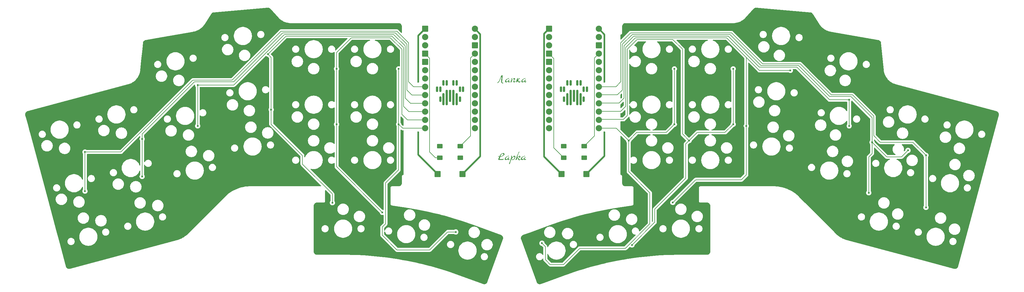
<source format=gbr>
%TF.GenerationSoftware,KiCad,Pcbnew,9.0.7*%
%TF.CreationDate,2026-02-05T22:02:29+07:00*%
%TF.ProjectId,Lapka42,4c61706b-6134-4322-9e6b-696361645f70,rev?*%
%TF.SameCoordinates,Original*%
%TF.FileFunction,Copper,L1,Top*%
%TF.FilePolarity,Positive*%
%FSLAX46Y46*%
G04 Gerber Fmt 4.6, Leading zero omitted, Abs format (unit mm)*
G04 Created by KiCad (PCBNEW 9.0.7) date 2026-02-05 22:02:29*
%MOMM*%
%LPD*%
G01*
G04 APERTURE LIST*
G04 Aperture macros list*
%AMRoundRect*
0 Rectangle with rounded corners*
0 $1 Rounding radius*
0 $2 $3 $4 $5 $6 $7 $8 $9 X,Y pos of 4 corners*
0 Add a 4 corners polygon primitive as box body*
4,1,4,$2,$3,$4,$5,$6,$7,$8,$9,$2,$3,0*
0 Add four circle primitives for the rounded corners*
1,1,$1+$1,$2,$3*
1,1,$1+$1,$4,$5*
1,1,$1+$1,$6,$7*
1,1,$1+$1,$8,$9*
0 Add four rect primitives between the rounded corners*
20,1,$1+$1,$2,$3,$4,$5,0*
20,1,$1+$1,$4,$5,$6,$7,0*
20,1,$1+$1,$6,$7,$8,$9,0*
20,1,$1+$1,$8,$9,$2,$3,0*%
G04 Aperture macros list end*
%ADD10C,0.100000*%
%TA.AperFunction,ComponentPad*%
%ADD11RoundRect,0.375000X-0.000010X-0.500000X0.000010X-0.500000X0.000010X0.500000X-0.000010X0.500000X0*%
%TD*%
%TA.AperFunction,ComponentPad*%
%ADD12RoundRect,0.375000X-0.000010X-1.500000X0.000010X-1.500000X0.000010X1.500000X-0.000010X1.500000X0*%
%TD*%
%TA.AperFunction,ComponentPad*%
%ADD13RoundRect,0.375000X-0.000010X-2.000000X0.000010X-2.000000X0.000010X2.000000X-0.000010X2.000000X0*%
%TD*%
%TA.AperFunction,ComponentPad*%
%ADD14O,1.900000X1.900000*%
%TD*%
%TA.AperFunction,ComponentPad*%
%ADD15RoundRect,0.250000X-0.700000X-0.700000X0.700000X-0.700000X0.700000X0.700000X-0.700000X0.700000X0*%
%TD*%
%TA.AperFunction,SMDPad,CuDef*%
%ADD16RoundRect,0.210000X-0.640000X-0.490000X0.640000X-0.490000X0.640000X0.490000X-0.640000X0.490000X0*%
%TD*%
%TA.AperFunction,SMDPad,CuDef*%
%ADD17RoundRect,0.250000X-0.700000X-0.700000X0.700000X-0.700000X0.700000X0.700000X-0.700000X0.700000X0*%
%TD*%
%TA.AperFunction,ViaPad*%
%ADD18C,0.600000*%
%TD*%
%TA.AperFunction,Conductor*%
%ADD19C,0.200000*%
%TD*%
%TA.AperFunction,Conductor*%
%ADD20C,0.500000*%
%TD*%
G04 APERTURE END LIST*
D10*
G36*
X215144752Y-156833949D02*
G01*
X215229653Y-156861836D01*
X215299140Y-156906263D01*
X215353404Y-156966773D01*
X215385845Y-157038452D01*
X215397143Y-157124860D01*
X215384026Y-157231828D01*
X215343722Y-157338174D01*
X215272604Y-157446487D01*
X215164400Y-157558618D01*
X215010628Y-157675628D01*
X214812226Y-157789323D01*
X214600861Y-157875174D01*
X214374581Y-157933622D01*
X214131049Y-157964139D01*
X214036273Y-158228702D01*
X213944203Y-158424294D01*
X213855654Y-158564275D01*
X213770791Y-158660232D01*
X214012133Y-158649699D01*
X214739519Y-158670765D01*
X214839062Y-158659905D01*
X214937540Y-158626804D01*
X215036885Y-158569251D01*
X215131223Y-158695189D01*
X215019330Y-158815936D01*
X214970924Y-158853332D01*
X214895071Y-158894552D01*
X214809393Y-158923138D01*
X214711584Y-158933020D01*
X214057471Y-158905085D01*
X213658823Y-158910545D01*
X213630809Y-158915465D01*
X213555648Y-158899600D01*
X213515613Y-158862452D01*
X213501360Y-158800061D01*
X213524848Y-158720589D01*
X213595852Y-158567572D01*
X213682440Y-158370210D01*
X213823150Y-157978183D01*
X213682961Y-157963646D01*
X213554567Y-157920783D01*
X213434957Y-157848735D01*
X213508382Y-157719439D01*
X213612706Y-157772536D01*
X213733898Y-157805640D01*
X213875662Y-157817288D01*
X213882243Y-157803244D01*
X214179897Y-157803244D01*
X214352792Y-157780295D01*
X214511218Y-157737444D01*
X214657102Y-157675248D01*
X214792031Y-157593501D01*
X214917292Y-157489331D01*
X214996756Y-157391420D01*
X215040374Y-157297778D01*
X215054287Y-157205307D01*
X215039465Y-157131108D01*
X214994753Y-157068837D01*
X214929020Y-157027062D01*
X214848054Y-157012814D01*
X214746158Y-157025406D01*
X214646626Y-157063827D01*
X214547009Y-157131197D01*
X214445664Y-157233243D01*
X214337298Y-157388339D01*
X214248226Y-157576459D01*
X214179897Y-157803244D01*
X213882243Y-157803244D01*
X213991000Y-157571157D01*
X214115550Y-157368545D01*
X214248510Y-157203837D01*
X214389794Y-157072348D01*
X214553156Y-156960213D01*
X214714706Y-156883569D01*
X214876349Y-156838792D01*
X215040396Y-156823983D01*
X215144752Y-156833949D01*
G37*
G36*
X216967472Y-158621763D02*
G01*
X217047919Y-158681145D01*
X216982331Y-158779204D01*
X216867790Y-158880661D01*
X216776846Y-158936103D01*
X216697974Y-158965855D01*
X216628279Y-158975000D01*
X216535366Y-158960503D01*
X216474337Y-158921652D01*
X216436326Y-158857635D01*
X216421894Y-158758081D01*
X216433711Y-158653260D01*
X216474406Y-158516892D01*
X216344958Y-158649699D01*
X216156682Y-158820067D01*
X216017978Y-158908596D01*
X215878731Y-158958980D01*
X215746868Y-158975000D01*
X215661417Y-158965726D01*
X215595921Y-158940242D01*
X215545673Y-158899895D01*
X215509122Y-158845924D01*
X215485962Y-158777831D01*
X215477590Y-158691678D01*
X215488581Y-158573842D01*
X215522174Y-158454987D01*
X215580354Y-158333324D01*
X215666420Y-158207314D01*
X215802314Y-158059023D01*
X215962370Y-157929197D01*
X216149105Y-157817288D01*
X216349138Y-157731940D01*
X216544225Y-157681474D01*
X216736662Y-157663415D01*
X216743684Y-157778820D01*
X216596833Y-157810266D01*
X216392100Y-157872870D01*
X216205814Y-157965852D01*
X216035380Y-158090230D01*
X215920178Y-158205377D01*
X215846220Y-158311803D01*
X215805363Y-158411774D01*
X215792358Y-158508190D01*
X215804981Y-158606643D01*
X215837341Y-158667832D01*
X215887145Y-158703388D01*
X215960275Y-158716255D01*
X216058720Y-158697375D01*
X216184587Y-158630953D01*
X216348469Y-158495978D01*
X216492871Y-158341582D01*
X216620979Y-158169453D01*
X216733151Y-157978183D01*
X216880155Y-158065653D01*
X216738410Y-158371455D01*
X216677481Y-158539917D01*
X216663237Y-158621763D01*
X216671609Y-158667060D01*
X216696362Y-158704043D01*
X216731157Y-158729624D01*
X216762918Y-158737168D01*
X216806577Y-158733657D01*
X216827643Y-158724956D01*
X216853899Y-158709233D01*
X216881834Y-158688167D01*
X216921981Y-158656721D01*
X216967472Y-158621763D01*
G37*
G36*
X217629522Y-158331420D02*
G01*
X217818040Y-158069290D01*
X217969750Y-157895065D01*
X218091141Y-157787674D01*
X218227454Y-157701107D01*
X218339789Y-157655984D01*
X218433845Y-157642502D01*
X218527937Y-157653258D01*
X218602227Y-157683270D01*
X218661296Y-157731651D01*
X218705385Y-157795167D01*
X218732318Y-157869390D01*
X218741743Y-157957270D01*
X218725211Y-158140278D01*
X218675767Y-158315873D01*
X218592044Y-158486759D01*
X218470634Y-158655041D01*
X218352696Y-158776304D01*
X218233962Y-158865501D01*
X218113443Y-158926802D01*
X217989580Y-158962928D01*
X217860332Y-158975000D01*
X217719688Y-158960503D01*
X217622500Y-158922487D01*
X217706459Y-158772125D01*
X217933757Y-158796550D01*
X218021096Y-158784418D01*
X218107554Y-158746943D01*
X218195656Y-158679951D01*
X218286994Y-158576273D01*
X218380741Y-158423269D01*
X218434055Y-158273943D01*
X218451400Y-158125034D01*
X218438310Y-158043932D01*
X218400719Y-157980015D01*
X218342982Y-157936795D01*
X218269591Y-157922160D01*
X218185018Y-157937674D01*
X218087824Y-157989723D01*
X217972480Y-158091500D01*
X217834076Y-158261505D01*
X217682758Y-158493579D01*
X217531055Y-158771964D01*
X217379479Y-159102616D01*
X217183230Y-159615569D01*
X217010519Y-160171179D01*
X216800623Y-160097753D01*
X216931751Y-159735663D01*
X217174773Y-159058958D01*
X217459656Y-158223716D01*
X217503585Y-158048098D01*
X217493114Y-157901095D01*
X217462589Y-157766573D01*
X217412604Y-157642502D01*
X217587543Y-157555033D01*
X217648801Y-157659302D01*
X217684233Y-157764141D01*
X217695926Y-157871632D01*
X217681756Y-158052308D01*
X217629522Y-158331420D01*
G37*
G36*
X220253148Y-158618252D02*
G01*
X220340465Y-158695189D01*
X220224012Y-158856293D01*
X220115268Y-158956462D01*
X220012013Y-159010460D01*
X219910293Y-159027512D01*
X219825767Y-159008945D01*
X219732037Y-158946295D01*
X219623460Y-158821127D01*
X219534352Y-158677401D01*
X219489498Y-158567009D01*
X219476609Y-158481782D01*
X219494240Y-158437426D01*
X219563890Y-158383062D01*
X219728484Y-158314017D01*
X219818659Y-158274305D01*
X219901439Y-158217847D01*
X219962467Y-158148397D01*
X219980207Y-158083208D01*
X219969875Y-158019561D01*
X219941739Y-157976504D01*
X219898731Y-157949173D01*
X219843889Y-157939715D01*
X219741819Y-157965724D01*
X219631483Y-158030563D01*
X219508744Y-158145835D01*
X219370553Y-158327803D01*
X219214684Y-158596458D01*
X219039414Y-158975000D01*
X218826007Y-158901574D01*
X218847488Y-158784208D01*
X218954970Y-158442326D01*
X219233435Y-157684481D01*
X219526762Y-156954126D01*
X219707857Y-156566182D01*
X219812443Y-156393811D01*
X219983718Y-156456703D01*
X219764520Y-156869484D01*
X219559123Y-157323262D01*
X219368362Y-157821125D01*
X219193287Y-158366377D01*
X219387417Y-158097436D01*
X219541084Y-157923651D01*
X219661928Y-157820799D01*
X219797444Y-157741762D01*
X219921123Y-157698110D01*
X220036230Y-157684329D01*
X220135438Y-157701645D01*
X220209337Y-157750885D01*
X220257431Y-157825317D01*
X220274062Y-157920481D01*
X220261232Y-158019454D01*
X220223381Y-158107632D01*
X220163064Y-158184988D01*
X220078210Y-158254483D01*
X219932279Y-158341245D01*
X219742376Y-158432933D01*
X219770691Y-158539997D01*
X219807323Y-158621088D01*
X219850911Y-158681297D01*
X219906357Y-158729064D01*
X219963984Y-158756155D01*
X220025697Y-158765103D01*
X220088521Y-158740895D01*
X220253148Y-158618252D01*
G37*
G36*
X221925601Y-158621763D02*
G01*
X222006049Y-158681145D01*
X221940461Y-158779204D01*
X221825920Y-158880661D01*
X221734976Y-158936103D01*
X221656103Y-158965855D01*
X221586409Y-158975000D01*
X221493496Y-158960503D01*
X221432467Y-158921652D01*
X221394456Y-158857635D01*
X221380024Y-158758081D01*
X221391841Y-158653260D01*
X221432536Y-158516892D01*
X221303087Y-158649699D01*
X221114812Y-158820067D01*
X220976107Y-158908596D01*
X220836861Y-158958980D01*
X220704998Y-158975000D01*
X220619546Y-158965726D01*
X220554051Y-158940242D01*
X220503803Y-158899895D01*
X220467252Y-158845924D01*
X220444092Y-158777831D01*
X220435720Y-158691678D01*
X220446711Y-158573842D01*
X220480304Y-158454987D01*
X220538484Y-158333324D01*
X220624550Y-158207314D01*
X220760443Y-158059023D01*
X220920500Y-157929197D01*
X221107235Y-157817288D01*
X221307268Y-157731940D01*
X221502355Y-157681474D01*
X221694792Y-157663415D01*
X221701814Y-157778820D01*
X221554963Y-157810266D01*
X221350230Y-157872870D01*
X221163944Y-157965852D01*
X220993510Y-158090230D01*
X220878308Y-158205377D01*
X220804350Y-158311803D01*
X220763493Y-158411774D01*
X220750488Y-158508190D01*
X220763111Y-158606643D01*
X220795471Y-158667832D01*
X220845275Y-158703388D01*
X220918405Y-158716255D01*
X221016850Y-158697375D01*
X221142717Y-158630953D01*
X221306598Y-158495978D01*
X221451001Y-158341582D01*
X221579109Y-158169453D01*
X221691281Y-157978183D01*
X221838285Y-158065653D01*
X221696540Y-158371455D01*
X221635611Y-158539917D01*
X221621366Y-158621763D01*
X221629739Y-158667060D01*
X221654492Y-158704043D01*
X221689286Y-158729624D01*
X221721048Y-158737168D01*
X221764706Y-158733657D01*
X221785772Y-158724956D01*
X221812028Y-158709233D01*
X221839964Y-158688167D01*
X221880111Y-158656721D01*
X221925601Y-158621763D01*
G37*
G36*
X214690610Y-134902211D02*
G01*
X214702050Y-135052272D01*
X214731604Y-135156013D01*
X214774416Y-135225680D01*
X214837206Y-135278886D01*
X214931745Y-135324521D01*
X215068270Y-135360319D01*
X215026291Y-135489767D01*
X214889973Y-135496789D01*
X214789506Y-135485648D01*
X214700837Y-135453186D01*
X214621191Y-135398975D01*
X214548949Y-135320171D01*
X214478419Y-135196125D01*
X214433798Y-135045024D01*
X214417821Y-134860232D01*
X214430280Y-134374914D01*
X214466000Y-133936685D01*
X214522693Y-133541625D01*
X214557650Y-133335240D01*
X214550143Y-133308391D01*
X214529715Y-133300283D01*
X214501123Y-133318009D01*
X214447584Y-133406945D01*
X214351265Y-133650008D01*
X214249904Y-133940352D01*
X214087697Y-134360584D01*
X213936738Y-134683941D01*
X213796834Y-134926635D01*
X213671770Y-135097798D01*
X213542590Y-135235079D01*
X213409077Y-135342551D01*
X213270490Y-135423364D01*
X213179662Y-135231023D01*
X213397897Y-135053568D01*
X213570144Y-134882442D01*
X213702495Y-134716892D01*
X213813985Y-134533600D01*
X213946473Y-134259863D01*
X214102900Y-133870437D01*
X214221816Y-133552158D01*
X214346249Y-133245847D01*
X214435223Y-133078175D01*
X214503750Y-132994253D01*
X214570383Y-132950274D01*
X214638098Y-132936514D01*
X214719224Y-132950530D01*
X214774165Y-132989076D01*
X214809635Y-133054970D01*
X214823417Y-133160454D01*
X214791971Y-133475222D01*
X214733054Y-134033112D01*
X214700594Y-134505562D01*
X214690610Y-134902211D01*
G37*
G36*
X217062513Y-134821763D02*
G01*
X217142961Y-134881145D01*
X217077372Y-134979204D01*
X216962831Y-135080661D01*
X216871887Y-135136103D01*
X216793015Y-135165855D01*
X216723321Y-135175000D01*
X216630408Y-135160503D01*
X216569378Y-135121652D01*
X216531367Y-135057635D01*
X216516936Y-134958081D01*
X216528752Y-134853260D01*
X216569448Y-134716892D01*
X216439999Y-134849699D01*
X216251724Y-135020067D01*
X216113019Y-135108596D01*
X215973773Y-135158980D01*
X215841909Y-135175000D01*
X215756562Y-135165729D01*
X215691112Y-135140249D01*
X215640867Y-135099895D01*
X215604229Y-135045912D01*
X215581020Y-134977819D01*
X215572632Y-134891678D01*
X215583623Y-134773842D01*
X215617216Y-134654987D01*
X215675396Y-134533324D01*
X215761462Y-134407314D01*
X215897355Y-134259023D01*
X216057411Y-134129197D01*
X216244147Y-134017288D01*
X216444179Y-133931940D01*
X216639267Y-133881474D01*
X216831704Y-133863415D01*
X216838726Y-133978820D01*
X216691875Y-134010266D01*
X216487142Y-134072870D01*
X216300856Y-134165852D01*
X216130421Y-134290230D01*
X216015219Y-134405377D01*
X215941262Y-134511803D01*
X215900405Y-134611774D01*
X215887400Y-134708190D01*
X215900023Y-134806643D01*
X215932382Y-134867832D01*
X215982187Y-134903388D01*
X216055317Y-134916255D01*
X216153762Y-134897375D01*
X216279629Y-134830953D01*
X216443510Y-134695978D01*
X216587913Y-134541582D01*
X216716021Y-134369453D01*
X216828193Y-134178183D01*
X216975196Y-134265653D01*
X216833452Y-134571455D01*
X216772523Y-134739917D01*
X216758278Y-134821763D01*
X216766651Y-134867060D01*
X216791404Y-134904043D01*
X216826198Y-134929624D01*
X216857960Y-134937168D01*
X216901618Y-134933657D01*
X216922684Y-134924956D01*
X216948940Y-134909233D01*
X216976875Y-134888167D01*
X217017023Y-134856721D01*
X217062513Y-134821763D01*
G37*
G36*
X218737256Y-134751849D02*
G01*
X218810834Y-134807719D01*
X218719256Y-134949504D01*
X218599106Y-135066617D01*
X218505198Y-135128732D01*
X218425359Y-135161534D01*
X218356084Y-135171489D01*
X218256850Y-135154950D01*
X218184656Y-135108596D01*
X218137722Y-135038313D01*
X218121764Y-134951212D01*
X218144430Y-134842684D01*
X218242359Y-134620721D01*
X218317321Y-134457595D01*
X218353382Y-134346188D01*
X218363106Y-134272675D01*
X218353418Y-134226751D01*
X218322806Y-134183526D01*
X218278595Y-134153261D01*
X218226636Y-134143226D01*
X218146996Y-134156687D01*
X218062572Y-134200078D01*
X217969859Y-134281758D01*
X217866377Y-134414336D01*
X217687776Y-134718925D01*
X217460629Y-135195913D01*
X217250885Y-135122487D01*
X217331855Y-134721079D01*
X217441395Y-134330377D01*
X217571201Y-133973717D01*
X217670525Y-133775946D01*
X217814018Y-133821436D01*
X217715623Y-134116502D01*
X217565653Y-134678271D01*
X217759170Y-134376159D01*
X217930534Y-134159885D01*
X218082404Y-134012414D01*
X218217796Y-133919204D01*
X218340261Y-133868673D01*
X218453934Y-133852882D01*
X218534465Y-133867973D01*
X218599106Y-133912417D01*
X218642489Y-133977324D01*
X218656808Y-134052246D01*
X218651318Y-134130287D01*
X218635742Y-134197418D01*
X218504614Y-134498294D01*
X218413028Y-134715421D01*
X218394553Y-134793828D01*
X218403773Y-134847937D01*
X218429510Y-134886488D01*
X218465472Y-134912245D01*
X218495913Y-134919613D01*
X218548426Y-134909233D01*
X218595595Y-134877786D01*
X218642764Y-134839318D01*
X218693597Y-134791996D01*
X218737256Y-134751849D01*
G37*
G36*
X220223626Y-134786806D02*
G01*
X220310943Y-134863743D01*
X220194498Y-135024763D01*
X220085757Y-135124888D01*
X219982498Y-135178867D01*
X219880770Y-135195913D01*
X219801248Y-135180277D01*
X219714713Y-135128615D01*
X219616683Y-135028148D01*
X219535277Y-134911509D01*
X219482557Y-134803727D01*
X219454109Y-134702848D01*
X219335040Y-134905722D01*
X219246585Y-135064104D01*
X219195211Y-135175000D01*
X218985468Y-135101574D01*
X219068320Y-134678495D01*
X219165444Y-134290230D01*
X219279089Y-133939665D01*
X219366639Y-133755033D01*
X219510132Y-133800523D01*
X219443080Y-134027352D01*
X219300236Y-134657357D01*
X219440277Y-134398410D01*
X219569395Y-134210065D01*
X219688429Y-134078502D01*
X219826005Y-133968025D01*
X219968875Y-133887871D01*
X220118602Y-133835480D01*
X220118602Y-134066290D01*
X220003947Y-134087888D01*
X219886853Y-134145770D01*
X219763780Y-134247661D01*
X219632406Y-134405482D01*
X219654667Y-134552808D01*
X219699894Y-134677380D01*
X219767045Y-134783295D01*
X219854916Y-134874150D01*
X219929804Y-134920032D01*
X219996175Y-134933657D01*
X220058999Y-134909448D01*
X220223626Y-134786806D01*
G37*
G36*
X222052394Y-134821763D02*
G01*
X222132842Y-134881145D01*
X222067254Y-134979204D01*
X221952713Y-135080661D01*
X221861769Y-135136103D01*
X221782897Y-135165855D01*
X221713202Y-135175000D01*
X221620289Y-135160503D01*
X221559260Y-135121652D01*
X221521249Y-135057635D01*
X221506817Y-134958081D01*
X221518634Y-134853260D01*
X221559329Y-134716892D01*
X221429881Y-134849699D01*
X221241605Y-135020067D01*
X221102900Y-135108596D01*
X220963654Y-135158980D01*
X220831791Y-135175000D01*
X220746443Y-135165729D01*
X220680993Y-135140249D01*
X220630748Y-135099895D01*
X220594110Y-135045912D01*
X220570901Y-134977819D01*
X220562513Y-134891678D01*
X220573504Y-134773842D01*
X220607097Y-134654987D01*
X220665277Y-134533324D01*
X220751343Y-134407314D01*
X220887236Y-134259023D01*
X221047293Y-134129197D01*
X221234028Y-134017288D01*
X221434061Y-133931940D01*
X221629148Y-133881474D01*
X221821585Y-133863415D01*
X221828607Y-133978820D01*
X221681756Y-134010266D01*
X221477023Y-134072870D01*
X221290737Y-134165852D01*
X221120303Y-134290230D01*
X221005101Y-134405377D01*
X220931143Y-134511803D01*
X220890286Y-134611774D01*
X220877281Y-134708190D01*
X220889904Y-134806643D01*
X220922264Y-134867832D01*
X220972068Y-134903388D01*
X221045198Y-134916255D01*
X221143643Y-134897375D01*
X221269510Y-134830953D01*
X221433392Y-134695978D01*
X221577794Y-134541582D01*
X221705902Y-134369453D01*
X221818074Y-134178183D01*
X221965078Y-134265653D01*
X221823333Y-134571455D01*
X221762404Y-134739917D01*
X221748159Y-134821763D01*
X221756532Y-134867060D01*
X221781285Y-134904043D01*
X221816080Y-134929624D01*
X221847841Y-134937168D01*
X221891500Y-134933657D01*
X221912565Y-134924956D01*
X221938822Y-134909233D01*
X221966757Y-134888167D01*
X222006904Y-134856721D01*
X222052394Y-134821763D01*
G37*
D11*
%TO.P,REF\u002A\u002A,*%
%TO.N,*%
X202750001Y-137300000D03*
X201750001Y-140300000D03*
X201750001Y-137300000D03*
D12*
X200750001Y-140300000D03*
D11*
X200750001Y-135300000D03*
D13*
X199750001Y-139800000D03*
D11*
X199750001Y-135300000D03*
D12*
X198750001Y-139300000D03*
D13*
X197750001Y-139800000D03*
D11*
X197750001Y-135300000D03*
D12*
X196750001Y-140300000D03*
D11*
X196750001Y-135300000D03*
X195750001Y-140300000D03*
X195750001Y-137300000D03*
X194750001Y-137300000D03*
%TD*%
D14*
%TO.P,U1,25,B+*%
%TO.N,B+_R*%
X244269698Y-118759200D03*
%TO.P,U1,24,RAW*%
%TO.N,unconnected-(U1-RAW-Pad24)*%
X244269698Y-121299200D03*
D15*
%TO.P,U1,23,GND*%
%TO.N,unconnected-(U1-GND-Pad23)*%
X244269698Y-123839200D03*
D14*
%TO.P,U1,22,RST*%
%TO.N,RST_R*%
X244269698Y-126379200D03*
%TO.P,U1,21,VCC*%
%TO.N,unconnected-(U1-VCC-Pad21)*%
X244269698Y-128919200D03*
%TO.P,U1,20,D21*%
%TO.N,R0*%
X244269698Y-131459200D03*
%TO.P,U1,19,D20*%
%TO.N,R1*%
X244269698Y-133999200D03*
%TO.P,U1,18,D19*%
%TO.N,C5*%
X244269698Y-136539200D03*
%TO.P,U1,17,D18*%
%TO.N,C4*%
X244269698Y-139079200D03*
%TO.P,U1,16,D15*%
%TO.N,C3*%
X244269698Y-141619200D03*
%TO.P,U1,15,D14*%
%TO.N,C2*%
X244269698Y-144159200D03*
%TO.P,U1,14,D16*%
%TO.N,C1*%
X244269698Y-146699200D03*
%TO.P,U1,13,D10*%
%TO.N,C0*%
X244269698Y-149239200D03*
%TO.P,U1,12,D9*%
%TO.N,R3*%
X229029698Y-149239200D03*
%TO.P,U1,11,D8*%
%TO.N,R2*%
X229029698Y-146699200D03*
%TO.P,U1,10,D7*%
%TO.N,unconnected-(U1-D7-Pad10)*%
X229029698Y-144159200D03*
%TO.P,U1,9,D6*%
%TO.N,unconnected-(U1-D6-Pad9)*%
X229029698Y-141619200D03*
%TO.P,U1,8,D5*%
%TO.N,unconnected-(U1-D5-Pad8)*%
X229029698Y-139079200D03*
%TO.P,U1,7,D4*%
%TO.N,unconnected-(U1-D4-Pad7)*%
X229029698Y-136539200D03*
%TO.P,U1,6,D3*%
%TO.N,unconnected-(U1-D3-Pad6)*%
X229029698Y-133999200D03*
%TO.P,U1,5,D2*%
%TO.N,unconnected-(U1-D2-Pad5)*%
X229029698Y-131459200D03*
D15*
%TO.P,U1,4,GND*%
%TO.N,unconnected-(U1-GND-Pad4)*%
X229029698Y-128919200D03*
%TO.P,U1,3,GND*%
%TO.N,GND_R*%
X229029698Y-126379200D03*
D14*
%TO.P,U1,2,D0*%
%TO.N,unconnected-(U1-D0-Pad2)*%
X229029698Y-123839200D03*
%TO.P,U1,1,D1*%
%TO.N,unconnected-(U1-D1-Pad1)*%
X229029698Y-121299200D03*
D15*
%TO.P,U1,0,B-*%
%TO.N,B-_R*%
X229029698Y-118759200D03*
%TD*%
D16*
%TO.P,SW44,2,2*%
%TO.N,GND_L*%
X201900001Y-158269701D03*
X195600001Y-158269701D03*
%TO.P,SW44,1,1*%
%TO.N,RST_L*%
X201900001Y-154669701D03*
X195600001Y-154669701D03*
%TD*%
D14*
%TO.P,U2,25,B+*%
%TO.N,B+_L*%
X206357545Y-118759186D03*
%TO.P,U2,24,RAW*%
%TO.N,unconnected-(U2-RAW-Pad24)*%
X206357545Y-121299186D03*
D15*
%TO.P,U2,23,GND*%
%TO.N,unconnected-(U2-GND-Pad23)*%
X206357545Y-123839186D03*
D14*
%TO.P,U2,22,RST*%
%TO.N,RST_L*%
X206357545Y-126379186D03*
%TO.P,U2,21,VCC*%
%TO.N,unconnected-(U2-VCC-Pad21)*%
X206357545Y-128919186D03*
%TO.P,U2,20,D21*%
%TO.N,unconnected-(U2-D21-Pad20)*%
X206357545Y-131459186D03*
%TO.P,U2,19,D20*%
%TO.N,unconnected-(U2-D20-Pad19)*%
X206357545Y-133999186D03*
%TO.P,U2,18,D19*%
%TO.N,unconnected-(U2-D19-Pad18)*%
X206357545Y-136539186D03*
%TO.P,U2,17,D18*%
%TO.N,unconnected-(U2-D18-Pad17)*%
X206357545Y-139079186D03*
%TO.P,U2,16,D15*%
%TO.N,unconnected-(U2-D15-Pad16)*%
X206357545Y-141619186D03*
%TO.P,U2,15,D14*%
%TO.N,unconnected-(U2-D14-Pad15)*%
X206357545Y-144159186D03*
%TO.P,U2,14,D16*%
%TO.N,R2_L*%
X206357545Y-146699186D03*
%TO.P,U2,13,D10*%
%TO.N,R3_L*%
X206357545Y-149239186D03*
%TO.P,U2,12,D9*%
%TO.N,C0_L*%
X191117545Y-149239186D03*
%TO.P,U2,11,D8*%
%TO.N,C1_L*%
X191117545Y-146699186D03*
%TO.P,U2,10,D7*%
%TO.N,C2_L*%
X191117545Y-144159186D03*
%TO.P,U2,9,D6*%
%TO.N,C3_L*%
X191117545Y-141619186D03*
%TO.P,U2,8,D5*%
%TO.N,C4_L*%
X191117545Y-139079186D03*
%TO.P,U2,7,D4*%
%TO.N,C5_L*%
X191117545Y-136539186D03*
%TO.P,U2,6,D3*%
%TO.N,R1_L*%
X191117545Y-133999186D03*
%TO.P,U2,5,D2*%
%TO.N,R0_L*%
X191117545Y-131459186D03*
D15*
%TO.P,U2,4,GND*%
%TO.N,unconnected-(U2-GND-Pad4)*%
X191117545Y-128919186D03*
%TO.P,U2,3,GND*%
%TO.N,GND_L*%
X191117545Y-126379186D03*
D14*
%TO.P,U2,2,D0*%
%TO.N,unconnected-(U2-D0-Pad2)*%
X191117545Y-123839186D03*
%TO.P,U2,1,D1*%
%TO.N,unconnected-(U2-D1-Pad1)*%
X191117545Y-121299186D03*
D15*
%TO.P,U2,0,B-*%
%TO.N,B-_L*%
X191117545Y-118759186D03*
%TD*%
D17*
%TO.P,B1,2,B+*%
%TO.N,B+_R*%
X240472152Y-163259856D03*
%TO.P,B1,1,B-*%
%TO.N,B-_R*%
X232852152Y-163259856D03*
%TD*%
%TO.P,B2,2,B+*%
%TO.N,B+_L*%
X202560011Y-163259856D03*
%TO.P,B2,1,B-*%
%TO.N,B-_L*%
X194940011Y-163259856D03*
%TD*%
D16*
%TO.P,SW43,2,2*%
%TO.N,GND_R*%
X239812151Y-158269701D03*
X233512151Y-158269701D03*
%TO.P,SW43,1,1*%
%TO.N,RST_R*%
X239812151Y-154669701D03*
X233512151Y-154669701D03*
%TD*%
D11*
%TO.P,REF\u002A\u002A,*%
%TO.N,*%
X240662151Y-137300010D03*
X239662151Y-140300010D03*
X239662151Y-137300010D03*
D12*
X238662151Y-140300010D03*
D11*
X238662151Y-135300010D03*
D13*
X237662151Y-139800010D03*
D11*
X237662151Y-135300010D03*
D12*
X236662151Y-139300010D03*
D13*
X235662151Y-139800010D03*
D11*
X235662151Y-135300010D03*
D12*
X234662151Y-140300010D03*
D11*
X234662151Y-135300010D03*
X233662151Y-140300010D03*
X233662151Y-137300010D03*
X232662151Y-137300010D03*
%TD*%
D18*
%TO.N,C0*%
X267412155Y-131000010D03*
X267412155Y-148000010D03*
X226877125Y-184464980D03*
X253412155Y-153000010D03*
%TO.N,C1*%
X254412155Y-185012542D03*
X271912155Y-153000010D03*
X285412155Y-131000010D03*
X285412155Y-148000010D03*
%TO.N,C2*%
X289412155Y-148500010D03*
X302912155Y-131500010D03*
X266929538Y-171982627D03*
%TO.N,C3*%
X320912155Y-148500010D03*
X320912155Y-140500010D03*
%TO.N,C4*%
X338912155Y-156000010D03*
X327912155Y-153500010D03*
X326912155Y-169000010D03*
%TO.N,C5*%
X344412155Y-173500010D03*
X344412155Y-157500010D03*
%TO.N,B+_R*%
X246000000Y-135000000D03*
X246000000Y-150500000D03*
%TO.N,RST_R*%
X233512151Y-154669701D03*
X239812151Y-154669701D03*
%TO.N,GND_R*%
X233512151Y-158269701D03*
X239812151Y-158269701D03*
%TO.N,C0_L*%
X183000000Y-148000000D03*
X183000000Y-131000000D03*
X200500000Y-181000000D03*
%TO.N,C1_L*%
X164000000Y-131000000D03*
X164000000Y-148000000D03*
X178000000Y-175000000D03*
%TO.N,C2_L*%
X144000000Y-143500000D03*
X143000000Y-126500000D03*
X162725002Y-172050005D03*
%TO.N,C3_L*%
X121500000Y-136000000D03*
X121500000Y-148500000D03*
%TO.N,C4_L*%
X104500000Y-164000000D03*
X104500000Y-152500000D03*
%TO.N,C5_L*%
X87000000Y-168500000D03*
X87000000Y-156500000D03*
%TO.N,RST_L*%
X195600001Y-154669701D03*
X201900001Y-154669701D03*
%TO.N,GND_L*%
X201900001Y-158269701D03*
X195600001Y-158269701D03*
%TO.N,B-_L*%
X189000000Y-150500000D03*
X189000000Y-135000000D03*
%TD*%
D19*
%TO.N,C0*%
X227912155Y-189500010D02*
X227912155Y-185500010D01*
X252412155Y-186000010D02*
X238412155Y-186000010D01*
X259912155Y-169000010D02*
X259912155Y-178500010D01*
X253412155Y-162500010D02*
X259912155Y-169000010D01*
X229412155Y-191000010D02*
X227912155Y-189500010D01*
X267412155Y-148000010D02*
X264912155Y-150500010D01*
X253412155Y-153000010D02*
X253412155Y-162500010D01*
X249651345Y-149239200D02*
X244269698Y-149239200D01*
X227912155Y-185500010D02*
X226877125Y-184464980D01*
X238412155Y-186000010D02*
X233412155Y-191000010D01*
X253412155Y-153000010D02*
X249651345Y-149239200D01*
X233412155Y-191000010D02*
X229412155Y-191000010D01*
X259912155Y-178500010D02*
X252412155Y-186000010D01*
X264912155Y-150500010D02*
X255912155Y-150500010D01*
X255912155Y-150500010D02*
X253412155Y-153000010D01*
X267412155Y-131000010D02*
X267412155Y-148000010D01*
%TO.N,C1*%
X282912155Y-150500010D02*
X285412155Y-148000010D01*
X285412155Y-131000010D02*
X285412155Y-148000010D01*
X261412155Y-178012542D02*
X254412155Y-185012542D01*
X251849600Y-146500000D02*
X244468898Y-146500000D01*
X266912155Y-122000010D02*
X255999990Y-122000010D01*
X271912155Y-153000010D02*
X274412155Y-150500010D01*
X270912155Y-164500010D02*
X261412155Y-174000010D01*
X255999990Y-122000010D02*
X253000000Y-125000000D01*
X261412155Y-174000010D02*
X261412155Y-178012542D01*
X269912155Y-125000010D02*
X266912155Y-122000010D01*
X244468888Y-146500010D02*
X244269698Y-146699200D01*
X271912155Y-153000010D02*
X270912155Y-154000010D01*
X274412155Y-150500010D02*
X282912155Y-150500010D01*
X244269699Y-146642466D02*
X244269699Y-146699201D01*
X271912155Y-153000010D02*
X269912155Y-151000010D01*
X269912155Y-151000010D02*
X269912155Y-125000010D01*
X244468898Y-146500000D02*
X244269698Y-146699200D01*
X253000000Y-145349600D02*
X251849600Y-146500000D01*
X270912155Y-154000010D02*
X270912155Y-164500010D01*
X253000000Y-125000000D02*
X253000000Y-145349600D01*
%TO.N,C2*%
X289412155Y-148500010D02*
X289412155Y-127500010D01*
X255499990Y-121500010D02*
X283412155Y-121500010D01*
X289412155Y-148500010D02*
X289412155Y-163500010D01*
X289412155Y-163500010D02*
X287912155Y-165000010D01*
X273929539Y-165000010D02*
X266946922Y-171982627D01*
X252500000Y-142500000D02*
X252500000Y-124500000D01*
X283412155Y-121500010D02*
X289412155Y-127500010D01*
X266946922Y-171982627D02*
X266929538Y-171982627D01*
X251000000Y-144000000D02*
X252500000Y-142500000D01*
X252500000Y-124500000D02*
X255499990Y-121500010D01*
X244428898Y-144000000D02*
X251000000Y-144000000D01*
X287912155Y-165000010D02*
X273929539Y-165000010D01*
X302912155Y-131500010D02*
X293412155Y-131500010D01*
X244269698Y-144159200D02*
X244428898Y-144000000D01*
X293412155Y-131500010D02*
X289412155Y-127500010D01*
%TO.N,C3*%
X252000000Y-124000000D02*
X252000000Y-140000000D01*
X254999990Y-121000010D02*
X252000000Y-124000000D01*
X252000000Y-140000000D02*
X250500000Y-141500000D01*
X283912155Y-121000010D02*
X254999990Y-121000010D01*
X250500000Y-141500000D02*
X244388898Y-141500000D01*
X244388898Y-141500000D02*
X244269698Y-141619200D01*
X293412155Y-130500010D02*
X283912155Y-121000010D01*
X320912155Y-140500010D02*
X320912155Y-148500010D01*
X314912155Y-140500010D02*
X304912155Y-130500010D01*
X320912155Y-140500010D02*
X314912155Y-140500010D01*
X304912155Y-130500010D02*
X293412155Y-130500010D01*
%TO.N,C4*%
X284412155Y-120500010D02*
X254499990Y-120500010D01*
X327912155Y-153500010D02*
X332412155Y-158000010D01*
X327912155Y-153500010D02*
X327912155Y-157000010D01*
X251500000Y-137500000D02*
X250000000Y-139000000D01*
X293912155Y-130000010D02*
X284412155Y-120500010D01*
X327912155Y-157000010D02*
X326912155Y-158000010D01*
X251500000Y-123500000D02*
X251500000Y-137500000D01*
X332412155Y-158000010D02*
X336912155Y-158000010D01*
X326912155Y-158000010D02*
X326912155Y-169000010D01*
X327912155Y-153500010D02*
X327912155Y-146000010D01*
X244269698Y-139079200D02*
X244457961Y-139079201D01*
X336912155Y-158000010D02*
X338912155Y-156000010D01*
X244348898Y-139000000D02*
X244269698Y-139079200D01*
X321412155Y-139500010D02*
X314912155Y-139500010D01*
X250000000Y-139000000D02*
X244348898Y-139000000D01*
X305412155Y-130000010D02*
X293912155Y-130000010D01*
X254499990Y-120500010D02*
X251500000Y-123500000D01*
X327912155Y-146000010D02*
X321412155Y-139500010D01*
X314912155Y-139500010D02*
X305412155Y-130000010D01*
%TO.N,C5*%
X328412155Y-151500010D02*
X328412155Y-145500010D01*
X249500000Y-136500000D02*
X244308898Y-136500000D01*
X284912155Y-120000010D02*
X253999990Y-120000010D01*
X253999990Y-120000010D02*
X251000000Y-123000000D01*
X251000000Y-123000000D02*
X251000000Y-135000000D01*
X344412155Y-173500010D02*
X344412155Y-157500010D01*
X244308898Y-136500000D02*
X244269698Y-136539200D01*
X251000000Y-135000000D02*
X249500000Y-136500000D01*
X305912155Y-129500010D02*
X294412155Y-129500010D01*
X344412155Y-157500010D02*
X340412155Y-153500010D01*
X340412155Y-153500010D02*
X330412155Y-153500010D01*
X330412155Y-153500010D02*
X328412155Y-151500010D01*
X294412155Y-129500010D02*
X284912155Y-120000010D01*
X328412155Y-145500010D02*
X321912155Y-139000010D01*
X321912155Y-139000010D02*
X315412155Y-139000010D01*
X315412155Y-139000010D02*
X305912155Y-129500010D01*
D20*
%TO.N,B-_R*%
X227500000Y-157907704D02*
X232852152Y-163259856D01*
X229029698Y-118759200D02*
X227500000Y-120288898D01*
X227500000Y-120288898D02*
X227500000Y-157907704D01*
%TO.N,B+_R*%
X246000000Y-135000000D02*
X246000000Y-120489502D01*
X246000000Y-120489502D02*
X244269698Y-118759200D01*
X246000000Y-150500000D02*
X246000000Y-157732008D01*
X246000000Y-157732008D02*
X240472152Y-163259856D01*
D19*
%TO.N,RST_R*%
X242912155Y-127736743D02*
X242912155Y-151569697D01*
X244269698Y-126379200D02*
X242912155Y-127736743D01*
X242912155Y-151569697D02*
X239812151Y-154669701D01*
%TO.N,unconnected-(U1-D7-Pad10)*%
X229029699Y-144159203D02*
X229133038Y-144262541D01*
%TO.N,GND_R*%
X230500000Y-155257550D02*
X233512151Y-158269701D01*
X230500000Y-127849502D02*
X230500000Y-155257550D01*
X229029698Y-126379200D02*
X230500000Y-127849502D01*
%TO.N,R1_L*%
X191110466Y-134006265D02*
X191117545Y-133999186D01*
%TO.N,C0_L*%
X183000000Y-148000000D02*
X183000000Y-162000000D01*
X198000000Y-181000000D02*
X200500000Y-181000000D01*
X178000000Y-182000000D02*
X182500000Y-186500000D01*
X192500000Y-186500000D02*
X198000000Y-181000000D01*
X183000000Y-131000000D02*
X183000000Y-148000000D01*
X183000000Y-148000000D02*
X184239186Y-149239186D01*
X182500000Y-186500000D02*
X192500000Y-186500000D01*
X178000000Y-179520719D02*
X178000000Y-182000000D01*
X184239186Y-149239186D02*
X191117545Y-149239186D01*
X183000000Y-162000000D02*
X179000000Y-166000000D01*
X179000000Y-178520719D02*
X178000000Y-179520719D01*
X179000000Y-166000000D02*
X179000000Y-178520719D01*
%TO.N,C1_L*%
X184000000Y-125031820D02*
X180468180Y-121500000D01*
X184000000Y-145000000D02*
X184000000Y-125031820D01*
X164000000Y-131000000D02*
X164000000Y-148000000D01*
X185699186Y-146699186D02*
X184000000Y-145000000D01*
X180468180Y-121500000D02*
X168500000Y-121500000D01*
X164000000Y-126000000D02*
X164000000Y-131000000D01*
X191117545Y-146699186D02*
X185699186Y-146699186D01*
X164000000Y-161000000D02*
X178000000Y-175000000D01*
X168500000Y-121500000D02*
X164000000Y-126000000D01*
X164000000Y-148000000D02*
X164000000Y-161000000D01*
%TO.N,C2_L*%
X143000000Y-126500000D02*
X148500000Y-121000000D01*
X181000000Y-121000000D02*
X184500000Y-124500000D01*
X186159186Y-144159186D02*
X191117545Y-144159186D01*
X148500000Y-121000000D02*
X181000000Y-121000000D01*
X144000000Y-148000000D02*
X153551848Y-157551848D01*
X153551848Y-157551848D02*
X153551848Y-160201898D01*
X162725003Y-169375056D02*
X162725002Y-172050005D01*
X184500000Y-142500000D02*
X186159186Y-144159186D01*
X144000000Y-127500000D02*
X144000000Y-143500000D01*
X184500000Y-124500000D02*
X184500000Y-142500000D01*
X143000000Y-126500000D02*
X144000000Y-127500000D01*
X153551848Y-160201898D02*
X162725003Y-169375056D01*
X144000000Y-143500000D02*
X144000000Y-148000000D01*
%TO.N,C3_L*%
X186619186Y-141619186D02*
X191117545Y-141619186D01*
X185000000Y-124000000D02*
X185000000Y-140000000D01*
X148000000Y-120500000D02*
X181500000Y-120500000D01*
X185000000Y-140000000D02*
X186619186Y-141619186D01*
X121500000Y-148500000D02*
X121500000Y-136000000D01*
X121538132Y-135961868D02*
X132538132Y-135961868D01*
X132538132Y-135961868D02*
X148000000Y-120500000D01*
X121500000Y-136000000D02*
X121538132Y-135961868D01*
X181500000Y-120500000D02*
X185000000Y-124000000D01*
%TO.N,C4_L*%
X185500000Y-123500000D02*
X185500000Y-137500000D01*
X191117545Y-139079185D02*
X191117540Y-139079190D01*
X185500000Y-137500000D02*
X187079186Y-139079186D01*
X104500000Y-152500000D02*
X104500000Y-164000000D01*
X132500000Y-135000000D02*
X147500000Y-120000000D01*
X147500000Y-120000000D02*
X182000000Y-120000000D01*
X187079186Y-139079186D02*
X191117545Y-139079186D01*
X182000000Y-120000000D02*
X185500000Y-123500000D01*
X104500000Y-152500000D02*
X104500000Y-151000000D01*
X104500000Y-151000000D02*
X120500000Y-135000000D01*
X191079185Y-139079185D02*
X191117545Y-139079185D01*
X191117540Y-139079190D02*
X191117540Y-139079193D01*
X120500000Y-135000000D02*
X132500000Y-135000000D01*
%TO.N,C5_L*%
X147000000Y-119500000D02*
X182468180Y-119500000D01*
X187539186Y-136539186D02*
X191117545Y-136539186D01*
X182468180Y-119500000D02*
X186000000Y-123031820D01*
X87000000Y-168500000D02*
X87000000Y-156500000D01*
X120000000Y-134500000D02*
X132000000Y-134500000D01*
X186000000Y-123031820D02*
X186000000Y-135000000D01*
X132000000Y-134500000D02*
X147000000Y-119500000D01*
X186000000Y-135000000D02*
X187539186Y-136539186D01*
X98000000Y-156500000D02*
X120000000Y-134500000D01*
X87000000Y-156500000D02*
X98000000Y-156500000D01*
D20*
%TO.N,B+_L*%
X206357545Y-118759186D02*
X208000000Y-120401641D01*
X208000000Y-120401641D02*
X208000000Y-157819867D01*
X208000000Y-157819867D02*
X202560011Y-163259856D01*
D19*
%TO.N,RST_L*%
X205000000Y-151569702D02*
X201900001Y-154669701D01*
X206357542Y-126379187D02*
X205000000Y-127736729D01*
X205000000Y-127736729D02*
X205000000Y-151569702D01*
%TO.N,GND_L*%
X192500000Y-127761641D02*
X192500000Y-156500000D01*
X191117545Y-126379186D02*
X192500000Y-127761641D01*
X194269701Y-158269701D02*
X195600001Y-158269701D01*
X192500000Y-156500000D02*
X194269701Y-158269701D01*
D20*
%TO.N,B-_L*%
X189000000Y-157319845D02*
X194940011Y-163259856D01*
X191117545Y-118759186D02*
X189000000Y-120876731D01*
X189000000Y-150500000D02*
X189000000Y-157319845D01*
X189000000Y-120876731D02*
X189000000Y-135000000D01*
%TD*%
%TA.AperFunction,NonConductor*%
G36*
X251318834Y-138632915D02*
G01*
X251374767Y-138674787D01*
X251399184Y-138740251D01*
X251399500Y-138749097D01*
X251399500Y-139699903D01*
X251379815Y-139766942D01*
X251363181Y-139787584D01*
X251123836Y-140026929D01*
X251062513Y-140060414D01*
X250992821Y-140055430D01*
X250936888Y-140013558D01*
X250912471Y-139948094D01*
X250912155Y-139939248D01*
X250912155Y-138988442D01*
X250931840Y-138921403D01*
X250948474Y-138900761D01*
X251187819Y-138661416D01*
X251249142Y-138627931D01*
X251318834Y-138632915D01*
G37*
%TD.AperFunction*%
%TA.AperFunction,NonConductor*%
G36*
X251818834Y-141132914D02*
G01*
X251874767Y-141174786D01*
X251899184Y-141240250D01*
X251899500Y-141249096D01*
X251899500Y-142199903D01*
X251879815Y-142266942D01*
X251863181Y-142287584D01*
X251123836Y-143026929D01*
X251062513Y-143060414D01*
X250992821Y-143055430D01*
X250936888Y-143013558D01*
X250912471Y-142948094D01*
X250912155Y-142939248D01*
X250912155Y-141988443D01*
X250920798Y-141959005D01*
X250927321Y-141929020D01*
X250931077Y-141924002D01*
X250931840Y-141921404D01*
X250948471Y-141900765D01*
X250980520Y-141868716D01*
X250980521Y-141868713D01*
X251687820Y-141161414D01*
X251749142Y-141127930D01*
X251818834Y-141132914D01*
G37*
%TD.AperFunction*%
%TA.AperFunction,NonConductor*%
G36*
X252318834Y-143632914D02*
G01*
X252374767Y-143674786D01*
X252399184Y-143740250D01*
X252399500Y-143749096D01*
X252399500Y-145049503D01*
X252379815Y-145116542D01*
X252363181Y-145137184D01*
X251637184Y-145863181D01*
X251575861Y-145896666D01*
X251549503Y-145899500D01*
X251036155Y-145899500D01*
X250969116Y-145879815D01*
X250923361Y-145827011D01*
X250912155Y-145775500D01*
X250912155Y-144724501D01*
X250931840Y-144657462D01*
X250984644Y-144611707D01*
X251036155Y-144600501D01*
X251079054Y-144600501D01*
X251079057Y-144600501D01*
X251231785Y-144559577D01*
X251286647Y-144527902D01*
X251368716Y-144480520D01*
X251480520Y-144368716D01*
X251480520Y-144368714D01*
X251490724Y-144358511D01*
X251490727Y-144358506D01*
X252187820Y-143661414D01*
X252249142Y-143627930D01*
X252318834Y-143632914D01*
G37*
%TD.AperFunction*%
%TA.AperFunction,NonConductor*%
G36*
X183805703Y-145655384D02*
G01*
X183812181Y-145661416D01*
X184463681Y-146312916D01*
X184497166Y-146374239D01*
X184500000Y-146400597D01*
X184500000Y-148351402D01*
X184480315Y-148418441D01*
X184427511Y-148464196D01*
X184358353Y-148474140D01*
X184294797Y-148445115D01*
X184288319Y-148439083D01*
X183834573Y-147985337D01*
X183801088Y-147924014D01*
X183800637Y-147921847D01*
X183799231Y-147914780D01*
X183769737Y-147766503D01*
X183755748Y-147732730D01*
X183709397Y-147620827D01*
X183709390Y-147620814D01*
X183621398Y-147489125D01*
X183600520Y-147422447D01*
X183600500Y-147420234D01*
X183600500Y-145749097D01*
X183620185Y-145682058D01*
X183672989Y-145636303D01*
X183742147Y-145626359D01*
X183805703Y-145655384D01*
G37*
%TD.AperFunction*%
%TA.AperFunction,NonConductor*%
G36*
X328717858Y-152655394D02*
G01*
X328724336Y-152661426D01*
X329927294Y-153864384D01*
X329927304Y-153864395D01*
X329931634Y-153868725D01*
X329931635Y-153868726D01*
X330043439Y-153980530D01*
X330130250Y-154030649D01*
X330130252Y-154030651D01*
X330158888Y-154047184D01*
X330180370Y-154059587D01*
X330333098Y-154100510D01*
X330491212Y-154100510D01*
X334721721Y-154100510D01*
X334788760Y-154120195D01*
X334834515Y-154172999D01*
X334844459Y-154242157D01*
X334815434Y-154305713D01*
X334797210Y-154322882D01*
X334788141Y-154329841D01*
X334772660Y-154341720D01*
X334772655Y-154341726D01*
X334610406Y-154503975D01*
X334470717Y-154686019D01*
X334355982Y-154884746D01*
X334355975Y-154884760D01*
X334268167Y-155096749D01*
X334246533Y-155177491D01*
X334216223Y-155290612D01*
X334208778Y-155318396D01*
X334208776Y-155318407D01*
X334178825Y-155545895D01*
X334178825Y-155775378D01*
X334194794Y-155896666D01*
X334208777Y-156002875D01*
X334264403Y-156210475D01*
X334268167Y-156224524D01*
X334355975Y-156436513D01*
X334355982Y-156436527D01*
X334470717Y-156635254D01*
X334610406Y-156817298D01*
X334610414Y-156817307D01*
X334772655Y-156979548D01*
X334772663Y-156979555D01*
X334772664Y-156979556D01*
X334799968Y-157000507D01*
X334954707Y-157119244D01*
X334954710Y-157119245D01*
X334954713Y-157119248D01*
X335039368Y-157168123D01*
X335087584Y-157218690D01*
X335100807Y-157287297D01*
X335074839Y-157352162D01*
X335017924Y-157392690D01*
X334977368Y-157399510D01*
X332712252Y-157399510D01*
X332645213Y-157379825D01*
X332624571Y-157363191D01*
X328746729Y-153485349D01*
X328713244Y-153424026D01*
X328712793Y-153421859D01*
X328687148Y-153292936D01*
X328681892Y-153266513D01*
X328680485Y-153263115D01*
X328621552Y-153120837D01*
X328621545Y-153120824D01*
X328533553Y-152989135D01*
X328527902Y-152971088D01*
X328517678Y-152955179D01*
X328513226Y-152924217D01*
X328512675Y-152922457D01*
X328512655Y-152920244D01*
X328512655Y-152749107D01*
X328532340Y-152682068D01*
X328585144Y-152636313D01*
X328654302Y-152626369D01*
X328717858Y-152655394D01*
G37*
%TD.AperFunction*%
%TA.AperFunction,NonConductor*%
G36*
X174220022Y-122120185D02*
G01*
X174265777Y-122172989D01*
X174275721Y-122242147D01*
X174246696Y-122305703D01*
X174193938Y-122341541D01*
X173936185Y-122431733D01*
X173655325Y-122566988D01*
X173391368Y-122732843D01*
X173147641Y-122927208D01*
X172927208Y-123147641D01*
X172732843Y-123391368D01*
X172566988Y-123655325D01*
X172431733Y-123936185D01*
X172328775Y-124230420D01*
X172328771Y-124230432D01*
X172259404Y-124534350D01*
X172259402Y-124534366D01*
X172224500Y-124844126D01*
X172224500Y-125155873D01*
X172259402Y-125465633D01*
X172259404Y-125465649D01*
X172328771Y-125769567D01*
X172328775Y-125769579D01*
X172431733Y-126063814D01*
X172566988Y-126344674D01*
X172618298Y-126426334D01*
X172732844Y-126608633D01*
X172877847Y-126790461D01*
X172924521Y-126848989D01*
X172927209Y-126852359D01*
X173147641Y-127072791D01*
X173391367Y-127267156D01*
X173652269Y-127431091D01*
X173655325Y-127433011D01*
X173655340Y-127433018D01*
X173936189Y-127568268D01*
X174134123Y-127637528D01*
X174230420Y-127671224D01*
X174230423Y-127671225D01*
X174230432Y-127671228D01*
X174534354Y-127740596D01*
X174844126Y-127775499D01*
X174844127Y-127775500D01*
X174844131Y-127775500D01*
X175155873Y-127775500D01*
X175155873Y-127775499D01*
X175465646Y-127740596D01*
X175769568Y-127671228D01*
X176063811Y-127568268D01*
X176344677Y-127433010D01*
X176608633Y-127267156D01*
X176852359Y-127072791D01*
X177072791Y-126852359D01*
X177267156Y-126608633D01*
X177433010Y-126344677D01*
X177568268Y-126063811D01*
X177671228Y-125769568D01*
X177740596Y-125465646D01*
X177775500Y-125155869D01*
X177775500Y-124913312D01*
X179398600Y-124913312D01*
X179398600Y-125086687D01*
X179425720Y-125257913D01*
X179479290Y-125422788D01*
X179479291Y-125422791D01*
X179546437Y-125554570D01*
X179557998Y-125577260D01*
X179659899Y-125717514D01*
X179782486Y-125840101D01*
X179922740Y-125942002D01*
X179959535Y-125960750D01*
X180077208Y-126020708D01*
X180077211Y-126020709D01*
X180159648Y-126047494D01*
X180242088Y-126074280D01*
X180321391Y-126086840D01*
X180413313Y-126101400D01*
X180413318Y-126101400D01*
X180586687Y-126101400D01*
X180669695Y-126088252D01*
X180757912Y-126074280D01*
X180922766Y-126020716D01*
X180922788Y-126020709D01*
X180922791Y-126020708D01*
X181077260Y-125942002D01*
X181217514Y-125840101D01*
X181340101Y-125717514D01*
X181442002Y-125577260D01*
X181520708Y-125422791D01*
X181574280Y-125257912D01*
X181590905Y-125152944D01*
X181601400Y-125086687D01*
X181601400Y-124913312D01*
X181579556Y-124775400D01*
X181574280Y-124742088D01*
X181538281Y-124631294D01*
X181520709Y-124577211D01*
X181520708Y-124577208D01*
X181442007Y-124422750D01*
X181442002Y-124422740D01*
X181340101Y-124282486D01*
X181217514Y-124159899D01*
X181077260Y-124057998D01*
X180922791Y-123979291D01*
X180922788Y-123979290D01*
X180757913Y-123925720D01*
X180586687Y-123898600D01*
X180586682Y-123898600D01*
X180413318Y-123898600D01*
X180413313Y-123898600D01*
X180242086Y-123925720D01*
X180077211Y-123979290D01*
X180077208Y-123979291D01*
X179922739Y-124057998D01*
X179842719Y-124116136D01*
X179782486Y-124159899D01*
X179782484Y-124159901D01*
X179782483Y-124159901D01*
X179659901Y-124282483D01*
X179659901Y-124282484D01*
X179659899Y-124282486D01*
X179659892Y-124282496D01*
X179557998Y-124422739D01*
X179479291Y-124577208D01*
X179479290Y-124577211D01*
X179425720Y-124742086D01*
X179398600Y-124913312D01*
X177775500Y-124913312D01*
X177775500Y-124844131D01*
X177740596Y-124534354D01*
X177671228Y-124230432D01*
X177568268Y-123936189D01*
X177433010Y-123655323D01*
X177267156Y-123391367D01*
X177072791Y-123147641D01*
X176852359Y-122927209D01*
X176608633Y-122732844D01*
X176344677Y-122566990D01*
X176344674Y-122566988D01*
X176063814Y-122431733D01*
X175806062Y-122341541D01*
X175749286Y-122300820D01*
X175723539Y-122235867D01*
X175736995Y-122167305D01*
X175785383Y-122116902D01*
X175847017Y-122100500D01*
X180168083Y-122100500D01*
X180235122Y-122120185D01*
X180255764Y-122136819D01*
X183363181Y-125244236D01*
X183396666Y-125305559D01*
X183399500Y-125331917D01*
X183399500Y-130113444D01*
X183379815Y-130180483D01*
X183327011Y-130226238D01*
X183257853Y-130236182D01*
X183239575Y-130231202D01*
X183239324Y-130232031D01*
X183233500Y-130230264D01*
X183233497Y-130230263D01*
X183233492Y-130230262D01*
X183233489Y-130230261D01*
X183078845Y-130199500D01*
X183078842Y-130199500D01*
X182921158Y-130199500D01*
X182921155Y-130199500D01*
X182766510Y-130230261D01*
X182766498Y-130230264D01*
X182620827Y-130290602D01*
X182620814Y-130290609D01*
X182489711Y-130378210D01*
X182489707Y-130378213D01*
X182378213Y-130489707D01*
X182378210Y-130489711D01*
X182290609Y-130620814D01*
X182290602Y-130620827D01*
X182230264Y-130766498D01*
X182230261Y-130766510D01*
X182199500Y-130921153D01*
X182199500Y-131078846D01*
X182230261Y-131233489D01*
X182230264Y-131233501D01*
X182290602Y-131379172D01*
X182290609Y-131379185D01*
X182378602Y-131510874D01*
X182399480Y-131577551D01*
X182399500Y-131579765D01*
X182399500Y-147420234D01*
X182379815Y-147487273D01*
X182378602Y-147489125D01*
X182290609Y-147620814D01*
X182290602Y-147620827D01*
X182230264Y-147766498D01*
X182230261Y-147766510D01*
X182199500Y-147921153D01*
X182199500Y-148078846D01*
X182230261Y-148233489D01*
X182230264Y-148233501D01*
X182290602Y-148379172D01*
X182290609Y-148379185D01*
X182378602Y-148510874D01*
X182399480Y-148577551D01*
X182399500Y-148579765D01*
X182399500Y-161699902D01*
X182379815Y-161766941D01*
X182363181Y-161787583D01*
X178519481Y-165631282D01*
X178519479Y-165631285D01*
X178501752Y-165661990D01*
X178484024Y-165692696D01*
X178440423Y-165768215D01*
X178399499Y-165920943D01*
X178399499Y-165920945D01*
X178399499Y-166089046D01*
X178399500Y-166089059D01*
X178399500Y-174113444D01*
X178379815Y-174180483D01*
X178327011Y-174226238D01*
X178257853Y-174236182D01*
X178250462Y-174234890D01*
X178238925Y-174232511D01*
X178233497Y-174230263D01*
X178078842Y-174199500D01*
X178078807Y-174199500D01*
X178077303Y-174199190D01*
X178046835Y-174182981D01*
X178016238Y-174166976D01*
X178015633Y-174166381D01*
X178015619Y-174166374D01*
X178015611Y-174166359D01*
X178014660Y-174165425D01*
X164636819Y-160787584D01*
X164603334Y-160726261D01*
X164600500Y-160699903D01*
X164600500Y-158913317D01*
X168398601Y-158913317D01*
X168398601Y-159086692D01*
X168425721Y-159257918D01*
X168479291Y-159422793D01*
X168479292Y-159422796D01*
X168540793Y-159543497D01*
X168557999Y-159577265D01*
X168659900Y-159717519D01*
X168782487Y-159840106D01*
X168922741Y-159942007D01*
X168991701Y-159977144D01*
X169077209Y-160020713D01*
X169077212Y-160020714D01*
X169159649Y-160047499D01*
X169242089Y-160074285D01*
X169321392Y-160086845D01*
X169413314Y-160101405D01*
X169413319Y-160101405D01*
X169586688Y-160101405D01*
X169669696Y-160088257D01*
X169757913Y-160074285D01*
X169922792Y-160020713D01*
X170077261Y-159942007D01*
X170217515Y-159840106D01*
X170340102Y-159717519D01*
X170442003Y-159577265D01*
X170520709Y-159422796D01*
X170574281Y-159257917D01*
X170590444Y-159155865D01*
X170601401Y-159086692D01*
X170601401Y-158913317D01*
X170592965Y-158860055D01*
X170592965Y-158860053D01*
X170590443Y-158844131D01*
X172224501Y-158844131D01*
X172224501Y-159155878D01*
X172259403Y-159465638D01*
X172259405Y-159465654D01*
X172328772Y-159769572D01*
X172328776Y-159769584D01*
X172431734Y-160063819D01*
X172566989Y-160344679D01*
X172566990Y-160344680D01*
X172566991Y-160344682D01*
X172732845Y-160608638D01*
X172807214Y-160701894D01*
X172927207Y-160852361D01*
X172927210Y-160852364D01*
X173147642Y-161072796D01*
X173391368Y-161267161D01*
X173655324Y-161433015D01*
X173936190Y-161568273D01*
X174136273Y-161638285D01*
X174230421Y-161671229D01*
X174230427Y-161671231D01*
X174230433Y-161671233D01*
X174534355Y-161740601D01*
X174844127Y-161775504D01*
X174844128Y-161775505D01*
X174844132Y-161775505D01*
X175155874Y-161775505D01*
X175155874Y-161775504D01*
X175465647Y-161740601D01*
X175769569Y-161671233D01*
X176063812Y-161568273D01*
X176344678Y-161433015D01*
X176608634Y-161267161D01*
X176852360Y-161072796D01*
X177072792Y-160852364D01*
X177267157Y-160608638D01*
X177433011Y-160344682D01*
X177568269Y-160063816D01*
X177671229Y-159769573D01*
X177740597Y-159465651D01*
X177775501Y-159155874D01*
X177775501Y-158913317D01*
X179398601Y-158913317D01*
X179398601Y-159086692D01*
X179425721Y-159257918D01*
X179479291Y-159422793D01*
X179479292Y-159422796D01*
X179540793Y-159543497D01*
X179557999Y-159577265D01*
X179659900Y-159717519D01*
X179782487Y-159840106D01*
X179922741Y-159942007D01*
X179991701Y-159977144D01*
X180077209Y-160020713D01*
X180077212Y-160020714D01*
X180159649Y-160047499D01*
X180242089Y-160074285D01*
X180321392Y-160086845D01*
X180413314Y-160101405D01*
X180413319Y-160101405D01*
X180586688Y-160101405D01*
X180669696Y-160088257D01*
X180757913Y-160074285D01*
X180922792Y-160020713D01*
X181077261Y-159942007D01*
X181217515Y-159840106D01*
X181340102Y-159717519D01*
X181442003Y-159577265D01*
X181520709Y-159422796D01*
X181574281Y-159257917D01*
X181590444Y-159155865D01*
X181601401Y-159086692D01*
X181601401Y-158913317D01*
X181582842Y-158796147D01*
X181574281Y-158742093D01*
X181528279Y-158600511D01*
X181520710Y-158577216D01*
X181520709Y-158577213D01*
X181442002Y-158422744D01*
X181340102Y-158282491D01*
X181217515Y-158159904D01*
X181077261Y-158058003D01*
X181053223Y-158045755D01*
X180922792Y-157979296D01*
X180922789Y-157979295D01*
X180757914Y-157925725D01*
X180586688Y-157898605D01*
X180586683Y-157898605D01*
X180413319Y-157898605D01*
X180413314Y-157898605D01*
X180242087Y-157925725D01*
X180077212Y-157979295D01*
X180077209Y-157979296D01*
X179922740Y-158058003D01*
X179857839Y-158105157D01*
X179782487Y-158159904D01*
X179782485Y-158159906D01*
X179782484Y-158159906D01*
X179659902Y-158282488D01*
X179659902Y-158282489D01*
X179659900Y-158282491D01*
X179616137Y-158342724D01*
X179557999Y-158422744D01*
X179479292Y-158577213D01*
X179479291Y-158577216D01*
X179425721Y-158742091D01*
X179398601Y-158913317D01*
X177775501Y-158913317D01*
X177775501Y-158844136D01*
X177740597Y-158534359D01*
X177671229Y-158230437D01*
X177671223Y-158230421D01*
X177627392Y-158105157D01*
X177568269Y-157936194D01*
X177433011Y-157655328D01*
X177267157Y-157391372D01*
X177072792Y-157147646D01*
X176852360Y-156927214D01*
X176852357Y-156927212D01*
X176752592Y-156847652D01*
X176608634Y-156732849D01*
X176363539Y-156578846D01*
X176344675Y-156566993D01*
X176063815Y-156431738D01*
X175769580Y-156328780D01*
X175769568Y-156328776D01*
X175465650Y-156259409D01*
X175465634Y-156259407D01*
X175155874Y-156224505D01*
X175155870Y-156224505D01*
X174844132Y-156224505D01*
X174844128Y-156224505D01*
X174534367Y-156259407D01*
X174534351Y-156259409D01*
X174230433Y-156328776D01*
X174230421Y-156328780D01*
X173936186Y-156431738D01*
X173655326Y-156566993D01*
X173391369Y-156732848D01*
X173147642Y-156927213D01*
X172927209Y-157147646D01*
X172732844Y-157391373D01*
X172566989Y-157655330D01*
X172431734Y-157936190D01*
X172328776Y-158230425D01*
X172328772Y-158230437D01*
X172259405Y-158534355D01*
X172259403Y-158534371D01*
X172224501Y-158844131D01*
X170590443Y-158844131D01*
X170574281Y-158742091D01*
X170520710Y-158577216D01*
X170520709Y-158577213D01*
X170442002Y-158422744D01*
X170340102Y-158282491D01*
X170217515Y-158159904D01*
X170077261Y-158058003D01*
X170053223Y-158045755D01*
X169922792Y-157979296D01*
X169922789Y-157979295D01*
X169757914Y-157925725D01*
X169586688Y-157898605D01*
X169586683Y-157898605D01*
X169413319Y-157898605D01*
X169413314Y-157898605D01*
X169242087Y-157925725D01*
X169077212Y-157979295D01*
X169077209Y-157979296D01*
X168922740Y-158058003D01*
X168857839Y-158105157D01*
X168782487Y-158159904D01*
X168782485Y-158159906D01*
X168782484Y-158159906D01*
X168659902Y-158282488D01*
X168659902Y-158282489D01*
X168659900Y-158282491D01*
X168616137Y-158342724D01*
X168557999Y-158422744D01*
X168479292Y-158577213D01*
X168479291Y-158577216D01*
X168425721Y-158742091D01*
X168398601Y-158913317D01*
X164600500Y-158913317D01*
X164600500Y-155135265D01*
X178249507Y-155135265D01*
X178249507Y-155364748D01*
X178273809Y-155549329D01*
X178279459Y-155592245D01*
X178326155Y-155766518D01*
X178338849Y-155813894D01*
X178426657Y-156025883D01*
X178426664Y-156025897D01*
X178480269Y-156118743D01*
X178541395Y-156224618D01*
X178541399Y-156224624D01*
X178681088Y-156406668D01*
X178681096Y-156406677D01*
X178843337Y-156568918D01*
X178843345Y-156568925D01*
X179025389Y-156708614D01*
X179025392Y-156708615D01*
X179025395Y-156708618D01*
X179224119Y-156823351D01*
X179224124Y-156823353D01*
X179224130Y-156823356D01*
X179282820Y-156847666D01*
X179436120Y-156911165D01*
X179657769Y-156970555D01*
X179874319Y-156999064D01*
X179885242Y-157000503D01*
X179885273Y-157000507D01*
X179885280Y-157000507D01*
X180114734Y-157000507D01*
X180114741Y-157000507D01*
X180342245Y-156970555D01*
X180563894Y-156911165D01*
X180775895Y-156823351D01*
X180974619Y-156708618D01*
X181156668Y-156568926D01*
X181156674Y-156568920D01*
X181156677Y-156568918D01*
X181318918Y-156406677D01*
X181318923Y-156406671D01*
X181318926Y-156406668D01*
X181458618Y-156224619D01*
X181573351Y-156025895D01*
X181661165Y-155813894D01*
X181720555Y-155592245D01*
X181750507Y-155364741D01*
X181750507Y-155135273D01*
X181720555Y-154907769D01*
X181661165Y-154686120D01*
X181587638Y-154508611D01*
X181573356Y-154474130D01*
X181573352Y-154474121D01*
X181573351Y-154474119D01*
X181458618Y-154275395D01*
X181458615Y-154275391D01*
X181458614Y-154275389D01*
X181318925Y-154093345D01*
X181318918Y-154093337D01*
X181156677Y-153931096D01*
X181156668Y-153931088D01*
X180974624Y-153791399D01*
X180974608Y-153791390D01*
X180858793Y-153724524D01*
X180775897Y-153676664D01*
X180775883Y-153676657D01*
X180563894Y-153588849D01*
X180521766Y-153577561D01*
X180342245Y-153529459D01*
X180304222Y-153524453D01*
X180114748Y-153499507D01*
X180114741Y-153499507D01*
X179885273Y-153499507D01*
X179885265Y-153499507D01*
X179668722Y-153528016D01*
X179657769Y-153529459D01*
X179590935Y-153547367D01*
X179436119Y-153588849D01*
X179224130Y-153676657D01*
X179224116Y-153676664D01*
X179025389Y-153791399D01*
X178843345Y-153931088D01*
X178681088Y-154093345D01*
X178541399Y-154275389D01*
X178426664Y-154474116D01*
X178426657Y-154474130D01*
X178338849Y-154686119D01*
X178321232Y-154751867D01*
X178279459Y-154907769D01*
X178279458Y-154907777D01*
X178249507Y-155135265D01*
X164600500Y-155135265D01*
X164600500Y-152935264D01*
X173249497Y-152935264D01*
X173249497Y-153164747D01*
X173274443Y-153354221D01*
X173279449Y-153392244D01*
X173332129Y-153588849D01*
X173338839Y-153613893D01*
X173426647Y-153825882D01*
X173426654Y-153825896D01*
X173448875Y-153864384D01*
X173541385Y-154024617D01*
X173541389Y-154024623D01*
X173681078Y-154206667D01*
X173681086Y-154206676D01*
X173843327Y-154368917D01*
X173843335Y-154368924D01*
X174025379Y-154508613D01*
X174025382Y-154508614D01*
X174025385Y-154508617D01*
X174224109Y-154623350D01*
X174224114Y-154623352D01*
X174224120Y-154623355D01*
X174314697Y-154660873D01*
X174436110Y-154711164D01*
X174657759Y-154770554D01*
X174874309Y-154799063D01*
X174885232Y-154800502D01*
X174885263Y-154800506D01*
X174885270Y-154800506D01*
X175114724Y-154800506D01*
X175114731Y-154800506D01*
X175342235Y-154770554D01*
X175563884Y-154711164D01*
X175775885Y-154623350D01*
X175974609Y-154508617D01*
X176156658Y-154368925D01*
X176156664Y-154368919D01*
X176156667Y-154368917D01*
X176318908Y-154206676D01*
X176318913Y-154206670D01*
X176318916Y-154206667D01*
X176458608Y-154024618D01*
X176573341Y-153825894D01*
X176661155Y-153613893D01*
X176720545Y-153392244D01*
X176750497Y-153164740D01*
X176750497Y-152935272D01*
X176720545Y-152707768D01*
X176661155Y-152486119D01*
X176590798Y-152316263D01*
X176573346Y-152274129D01*
X176573342Y-152274120D01*
X176573341Y-152274118D01*
X176458608Y-152075394D01*
X176458605Y-152075390D01*
X176458604Y-152075388D01*
X176318915Y-151893344D01*
X176318908Y-151893336D01*
X176156667Y-151731095D01*
X176156658Y-151731087D01*
X175974614Y-151591398D01*
X175974598Y-151591389D01*
X175813265Y-151498243D01*
X175775887Y-151476663D01*
X175775873Y-151476656D01*
X175563884Y-151388848D01*
X175563850Y-151388839D01*
X175342235Y-151329458D01*
X175304212Y-151324452D01*
X175114738Y-151299506D01*
X175114731Y-151299506D01*
X174885263Y-151299506D01*
X174885255Y-151299506D01*
X174674036Y-151327315D01*
X174657759Y-151329458D01*
X174583912Y-151349245D01*
X174436109Y-151388848D01*
X174224120Y-151476656D01*
X174224106Y-151476663D01*
X174025379Y-151591398D01*
X173843335Y-151731087D01*
X173681078Y-151893344D01*
X173541389Y-152075388D01*
X173426654Y-152274115D01*
X173426647Y-152274129D01*
X173338839Y-152486118D01*
X173313994Y-152578842D01*
X173279449Y-152707768D01*
X173279448Y-152707776D01*
X173249497Y-152935264D01*
X164600500Y-152935264D01*
X164600500Y-148579765D01*
X164620185Y-148512726D01*
X164621398Y-148510874D01*
X164681347Y-148421155D01*
X164709394Y-148379179D01*
X164713728Y-148368717D01*
X164731625Y-148325509D01*
X164769737Y-148233497D01*
X164800500Y-148078842D01*
X164800500Y-147921158D01*
X164800500Y-147921155D01*
X164787421Y-147855406D01*
X164787421Y-147855405D01*
X164783415Y-147835265D01*
X173249493Y-147835265D01*
X173249493Y-148064748D01*
X173271711Y-148233499D01*
X173279445Y-148292245D01*
X173329832Y-148480293D01*
X173338835Y-148513894D01*
X173426643Y-148725883D01*
X173426650Y-148725897D01*
X173470068Y-148801099D01*
X173541381Y-148924618D01*
X173541385Y-148924624D01*
X173681074Y-149106668D01*
X173681082Y-149106677D01*
X173843323Y-149268918D01*
X173843330Y-149268924D01*
X173843332Y-149268926D01*
X173884480Y-149300500D01*
X174025375Y-149408614D01*
X174025378Y-149408615D01*
X174025381Y-149408618D01*
X174224105Y-149523351D01*
X174224110Y-149523353D01*
X174224116Y-149523356D01*
X174293721Y-149552187D01*
X174436106Y-149611165D01*
X174657755Y-149670555D01*
X174874305Y-149699064D01*
X174885243Y-149700505D01*
X174885259Y-149700507D01*
X174885266Y-149700507D01*
X175114720Y-149700507D01*
X175114727Y-149700507D01*
X175342231Y-149670555D01*
X175563880Y-149611165D01*
X175775881Y-149523351D01*
X175974605Y-149408618D01*
X176156654Y-149268926D01*
X176156658Y-149268921D01*
X176156663Y-149268918D01*
X176318904Y-149106677D01*
X176318907Y-149106672D01*
X176318912Y-149106668D01*
X176458604Y-148924619D01*
X176573337Y-148725895D01*
X176661151Y-148513894D01*
X176720541Y-148292245D01*
X176750493Y-148064741D01*
X176750493Y-147835273D01*
X176720541Y-147607769D01*
X176661151Y-147386120D01*
X176605084Y-147250762D01*
X176573342Y-147174130D01*
X176573339Y-147174124D01*
X176573337Y-147174119D01*
X176458604Y-146975395D01*
X176458601Y-146975392D01*
X176458600Y-146975389D01*
X176354338Y-146839514D01*
X176318912Y-146793346D01*
X176318910Y-146793344D01*
X176318904Y-146793337D01*
X176156663Y-146631096D01*
X176156654Y-146631088D01*
X175974610Y-146491399D01*
X175963237Y-146484833D01*
X175775895Y-146376671D01*
X175775883Y-146376664D01*
X175775869Y-146376657D01*
X175563880Y-146288849D01*
X175476015Y-146265306D01*
X175342231Y-146229459D01*
X175304208Y-146224453D01*
X175114734Y-146199507D01*
X175114727Y-146199507D01*
X174885259Y-146199507D01*
X174885251Y-146199507D01*
X174668708Y-146228016D01*
X174657755Y-146229459D01*
X174585778Y-146248745D01*
X174436105Y-146288849D01*
X174224116Y-146376657D01*
X174224102Y-146376664D01*
X174025375Y-146491399D01*
X173843331Y-146631088D01*
X173681074Y-146793345D01*
X173541385Y-146975389D01*
X173426650Y-147174116D01*
X173426643Y-147174130D01*
X173338835Y-147386119D01*
X173307014Y-147504879D01*
X173279445Y-147607769D01*
X173279444Y-147607776D01*
X173279444Y-147607777D01*
X173249493Y-147835265D01*
X164783415Y-147835265D01*
X164776321Y-147799602D01*
X164769737Y-147766503D01*
X164755748Y-147732730D01*
X164709397Y-147620827D01*
X164709390Y-147620814D01*
X164621398Y-147489125D01*
X164600520Y-147422447D01*
X164600500Y-147420234D01*
X164600500Y-145635263D01*
X168249490Y-145635263D01*
X168249490Y-145864746D01*
X168265701Y-145987872D01*
X168279442Y-146092243D01*
X168316211Y-146229467D01*
X168338832Y-146313892D01*
X168426640Y-146525881D01*
X168426647Y-146525895D01*
X168434441Y-146539395D01*
X168541378Y-146724616D01*
X168541382Y-146724622D01*
X168681071Y-146906666D01*
X168681079Y-146906675D01*
X168843320Y-147068916D01*
X168843327Y-147068922D01*
X168843329Y-147068924D01*
X168843341Y-147068933D01*
X169025372Y-147208612D01*
X169025375Y-147208613D01*
X169025378Y-147208616D01*
X169224102Y-147323349D01*
X169224107Y-147323351D01*
X169224113Y-147323354D01*
X169294872Y-147352663D01*
X169436103Y-147411163D01*
X169657752Y-147470553D01*
X169874302Y-147499062D01*
X169885240Y-147500503D01*
X169885256Y-147500505D01*
X169885263Y-147500505D01*
X170114717Y-147500505D01*
X170114724Y-147500505D01*
X170342228Y-147470553D01*
X170563877Y-147411163D01*
X170775878Y-147323349D01*
X170974602Y-147208616D01*
X171156651Y-147068924D01*
X171156655Y-147068919D01*
X171156660Y-147068916D01*
X171318901Y-146906675D01*
X171318904Y-146906670D01*
X171318909Y-146906666D01*
X171458601Y-146724617D01*
X171573334Y-146525893D01*
X171661148Y-146313892D01*
X171720538Y-146092243D01*
X171750490Y-145864739D01*
X171750490Y-145635271D01*
X171720538Y-145407767D01*
X171661148Y-145186118D01*
X171605919Y-145052783D01*
X171573339Y-144974128D01*
X171573334Y-144974118D01*
X171573334Y-144974117D01*
X171458601Y-144775393D01*
X171458598Y-144775390D01*
X171458597Y-144775387D01*
X171353113Y-144637919D01*
X171318909Y-144593344D01*
X171318907Y-144593342D01*
X171318901Y-144593335D01*
X171156660Y-144431094D01*
X171156651Y-144431086D01*
X170974607Y-144291397D01*
X170956886Y-144281166D01*
X170846726Y-144217565D01*
X170775880Y-144176662D01*
X170775866Y-144176655D01*
X170563877Y-144088847D01*
X170521719Y-144077551D01*
X170342228Y-144029457D01*
X170304205Y-144024451D01*
X170114731Y-143999505D01*
X170114724Y-143999505D01*
X169885256Y-143999505D01*
X169885248Y-143999505D01*
X169668705Y-144028014D01*
X169657752Y-144029457D01*
X169584372Y-144049119D01*
X169436102Y-144088847D01*
X169224113Y-144176655D01*
X169224099Y-144176662D01*
X169025372Y-144291397D01*
X168843328Y-144431086D01*
X168681071Y-144593343D01*
X168541382Y-144775387D01*
X168426647Y-144974114D01*
X168426640Y-144974128D01*
X168338832Y-145186117D01*
X168330202Y-145218325D01*
X168279443Y-145407766D01*
X168279441Y-145407775D01*
X168249490Y-145635263D01*
X164600500Y-145635263D01*
X164600500Y-141913317D01*
X168398593Y-141913317D01*
X168398593Y-142086692D01*
X168425713Y-142257918D01*
X168479283Y-142422793D01*
X168479284Y-142422796D01*
X168546206Y-142554135D01*
X168557991Y-142577265D01*
X168659892Y-142717519D01*
X168782479Y-142840106D01*
X168922733Y-142942007D01*
X168998495Y-142980609D01*
X169077201Y-143020713D01*
X169077204Y-143020714D01*
X169159641Y-143047499D01*
X169242081Y-143074285D01*
X169321384Y-143086845D01*
X169413306Y-143101405D01*
X169413311Y-143101405D01*
X169586680Y-143101405D01*
X169669688Y-143088257D01*
X169757905Y-143074285D01*
X169922784Y-143020713D01*
X170077253Y-142942007D01*
X170217507Y-142840106D01*
X170340094Y-142717519D01*
X170441995Y-142577265D01*
X170520701Y-142422796D01*
X170574273Y-142257917D01*
X170590433Y-142155887D01*
X170601393Y-142086692D01*
X170601393Y-141913317D01*
X170592957Y-141860055D01*
X170592957Y-141860054D01*
X170590435Y-141844131D01*
X172224493Y-141844131D01*
X172224493Y-142155878D01*
X172259395Y-142465638D01*
X172259397Y-142465654D01*
X172328764Y-142769572D01*
X172328768Y-142769584D01*
X172431726Y-143063819D01*
X172566981Y-143344679D01*
X172584056Y-143371853D01*
X172732837Y-143608638D01*
X172864302Y-143773490D01*
X172918280Y-143841177D01*
X172927202Y-143852364D01*
X173147634Y-144072796D01*
X173391360Y-144267161D01*
X173655316Y-144433015D01*
X173936182Y-144568273D01*
X174135253Y-144637931D01*
X174230413Y-144671229D01*
X174230416Y-144671230D01*
X174230425Y-144671233D01*
X174534347Y-144740601D01*
X174844119Y-144775504D01*
X174844120Y-144775505D01*
X174844124Y-144775505D01*
X175155866Y-144775505D01*
X175155866Y-144775504D01*
X175465639Y-144740601D01*
X175769561Y-144671233D01*
X176063804Y-144568273D01*
X176344670Y-144433015D01*
X176608626Y-144267161D01*
X176852352Y-144072796D01*
X177072784Y-143852364D01*
X177267149Y-143608638D01*
X177433003Y-143344682D01*
X177568261Y-143063816D01*
X177671221Y-142769573D01*
X177740589Y-142465651D01*
X177775493Y-142155874D01*
X177775493Y-141913317D01*
X179398593Y-141913317D01*
X179398593Y-142086692D01*
X179425713Y-142257918D01*
X179479283Y-142422793D01*
X179479284Y-142422796D01*
X179546206Y-142554135D01*
X179557991Y-142577265D01*
X179659892Y-142717519D01*
X179782479Y-142840106D01*
X179922733Y-142942007D01*
X179998495Y-142980609D01*
X180077201Y-143020713D01*
X180077204Y-143020714D01*
X180159641Y-143047499D01*
X180242081Y-143074285D01*
X180321384Y-143086845D01*
X180413306Y-143101405D01*
X180413311Y-143101405D01*
X180586680Y-143101405D01*
X180669688Y-143088257D01*
X180757905Y-143074285D01*
X180922784Y-143020713D01*
X181077253Y-142942007D01*
X181217507Y-142840106D01*
X181340094Y-142717519D01*
X181441995Y-142577265D01*
X181520701Y-142422796D01*
X181574273Y-142257917D01*
X181590433Y-142155887D01*
X181601393Y-142086692D01*
X181601393Y-141913317D01*
X181583610Y-141801048D01*
X181574273Y-141742093D01*
X181520701Y-141577215D01*
X181520701Y-141577213D01*
X181475781Y-141489054D01*
X181441995Y-141422745D01*
X181340094Y-141282491D01*
X181217507Y-141159904D01*
X181077253Y-141058003D01*
X181060883Y-141049662D01*
X180922784Y-140979296D01*
X180922781Y-140979295D01*
X180757906Y-140925725D01*
X180586680Y-140898605D01*
X180586675Y-140898605D01*
X180413311Y-140898605D01*
X180413306Y-140898605D01*
X180242079Y-140925725D01*
X180077204Y-140979295D01*
X180077201Y-140979296D01*
X179922732Y-141058003D01*
X179864227Y-141100510D01*
X179782479Y-141159904D01*
X179782477Y-141159906D01*
X179782476Y-141159906D01*
X179659894Y-141282488D01*
X179659894Y-141282489D01*
X179659892Y-141282491D01*
X179616129Y-141342724D01*
X179557991Y-141422744D01*
X179479284Y-141577213D01*
X179479283Y-141577216D01*
X179425713Y-141742091D01*
X179398593Y-141913317D01*
X177775493Y-141913317D01*
X177775493Y-141844136D01*
X177740589Y-141534359D01*
X177671221Y-141230437D01*
X177671216Y-141230424D01*
X177625758Y-141100511D01*
X177568261Y-140936194D01*
X177433003Y-140655328D01*
X177267149Y-140391372D01*
X177072784Y-140147646D01*
X176852352Y-139927214D01*
X176852349Y-139927212D01*
X176771169Y-139862473D01*
X176608626Y-139732849D01*
X176409996Y-139608042D01*
X176344667Y-139566993D01*
X176063807Y-139431738D01*
X175769572Y-139328780D01*
X175769560Y-139328776D01*
X175465642Y-139259409D01*
X175465626Y-139259407D01*
X175155866Y-139224505D01*
X175155862Y-139224505D01*
X174844124Y-139224505D01*
X174844120Y-139224505D01*
X174534359Y-139259407D01*
X174534343Y-139259409D01*
X174230425Y-139328776D01*
X174230413Y-139328780D01*
X173936178Y-139431738D01*
X173655318Y-139566993D01*
X173391361Y-139732848D01*
X173147634Y-139927213D01*
X172927201Y-140147646D01*
X172732836Y-140391373D01*
X172566981Y-140655330D01*
X172431726Y-140936190D01*
X172328768Y-141230425D01*
X172328764Y-141230437D01*
X172259397Y-141534355D01*
X172259395Y-141534371D01*
X172224493Y-141844131D01*
X170590435Y-141844131D01*
X170574273Y-141742091D01*
X170520702Y-141577216D01*
X170520701Y-141577213D01*
X170475781Y-141489054D01*
X170441995Y-141422745D01*
X170340094Y-141282491D01*
X170217507Y-141159904D01*
X170077253Y-141058003D01*
X170060883Y-141049662D01*
X169922784Y-140979296D01*
X169922781Y-140979295D01*
X169757906Y-140925725D01*
X169586680Y-140898605D01*
X169586675Y-140898605D01*
X169413311Y-140898605D01*
X169413306Y-140898605D01*
X169242079Y-140925725D01*
X169077204Y-140979295D01*
X169077201Y-140979296D01*
X168922732Y-141058003D01*
X168864227Y-141100510D01*
X168782479Y-141159904D01*
X168782477Y-141159906D01*
X168782476Y-141159906D01*
X168659894Y-141282488D01*
X168659894Y-141282489D01*
X168659892Y-141282491D01*
X168616129Y-141342724D01*
X168557991Y-141422744D01*
X168479284Y-141577213D01*
X168479283Y-141577216D01*
X168425713Y-141742091D01*
X168398593Y-141913317D01*
X164600500Y-141913317D01*
X164600500Y-131579765D01*
X164620185Y-131512726D01*
X164621398Y-131510874D01*
X164647366Y-131472011D01*
X164709394Y-131379179D01*
X164769737Y-131233497D01*
X164800500Y-131078842D01*
X164800500Y-130921158D01*
X164800500Y-130921155D01*
X164787420Y-130855401D01*
X164787420Y-130855400D01*
X164783414Y-130835260D01*
X173249500Y-130835260D01*
X173249500Y-131064743D01*
X173271736Y-131233630D01*
X173279452Y-131292240D01*
X173325209Y-131463009D01*
X173338842Y-131513889D01*
X173426650Y-131725878D01*
X173426657Y-131725892D01*
X173541392Y-131924619D01*
X173681081Y-132106663D01*
X173681089Y-132106672D01*
X173843330Y-132268913D01*
X173843337Y-132268919D01*
X173843339Y-132268921D01*
X173844417Y-132269748D01*
X174025382Y-132408609D01*
X174025385Y-132408610D01*
X174025388Y-132408613D01*
X174224112Y-132523346D01*
X174224117Y-132523348D01*
X174224123Y-132523351D01*
X174315480Y-132561192D01*
X174436113Y-132611160D01*
X174657762Y-132670550D01*
X174885266Y-132700502D01*
X174885273Y-132700502D01*
X175114727Y-132700502D01*
X175114734Y-132700502D01*
X175342238Y-132670550D01*
X175563887Y-132611160D01*
X175775854Y-132523360D01*
X175775876Y-132523351D01*
X175775876Y-132523350D01*
X175775888Y-132523346D01*
X175974612Y-132408613D01*
X176156661Y-132268921D01*
X176156665Y-132268916D01*
X176156670Y-132268913D01*
X176318911Y-132106672D01*
X176318914Y-132106667D01*
X176318919Y-132106663D01*
X176458611Y-131924614D01*
X176573344Y-131725890D01*
X176661158Y-131513889D01*
X176720548Y-131292240D01*
X176750500Y-131064736D01*
X176750500Y-130835268D01*
X176720548Y-130607764D01*
X176661158Y-130386115D01*
X176611190Y-130265482D01*
X176573349Y-130174125D01*
X176573344Y-130174115D01*
X176573344Y-130174114D01*
X176458611Y-129975390D01*
X176458608Y-129975387D01*
X176458607Y-129975384D01*
X176318925Y-129793349D01*
X176318919Y-129793341D01*
X176318916Y-129793338D01*
X176318911Y-129793332D01*
X176156670Y-129631091D01*
X176156661Y-129631083D01*
X175974617Y-129491394D01*
X175775890Y-129376659D01*
X175775876Y-129376652D01*
X175563887Y-129288844D01*
X175342238Y-129229454D01*
X175304215Y-129224448D01*
X175114741Y-129199502D01*
X175114734Y-129199502D01*
X174885266Y-129199502D01*
X174885258Y-129199502D01*
X174668715Y-129228011D01*
X174657762Y-129229454D01*
X174642192Y-129233626D01*
X174436112Y-129288844D01*
X174224123Y-129376652D01*
X174224109Y-129376659D01*
X174025382Y-129491394D01*
X173843338Y-129631083D01*
X173681081Y-129793340D01*
X173541392Y-129975384D01*
X173426657Y-130174111D01*
X173426650Y-130174125D01*
X173338842Y-130386114D01*
X173316218Y-130470549D01*
X173281957Y-130598417D01*
X173279453Y-130607761D01*
X173279451Y-130607772D01*
X173249500Y-130835260D01*
X164783414Y-130835260D01*
X164769738Y-130766510D01*
X164769738Y-130766508D01*
X164769737Y-130766503D01*
X164766138Y-130757813D01*
X164709397Y-130620827D01*
X164709390Y-130620814D01*
X164621398Y-130489125D01*
X164600520Y-130422447D01*
X164600500Y-130420234D01*
X164600500Y-128635258D01*
X168249497Y-128635258D01*
X168249497Y-128864741D01*
X168274443Y-129054215D01*
X168279449Y-129092238D01*
X168332129Y-129288844D01*
X168338839Y-129313887D01*
X168426647Y-129525876D01*
X168426654Y-129525890D01*
X168541389Y-129724617D01*
X168681078Y-129906661D01*
X168681086Y-129906670D01*
X168843327Y-130068911D01*
X168843335Y-130068918D01*
X168843336Y-130068919D01*
X168856740Y-130079204D01*
X169025379Y-130208607D01*
X169025382Y-130208608D01*
X169025385Y-130208611D01*
X169224109Y-130323344D01*
X169224114Y-130323346D01*
X169224120Y-130323349D01*
X169315477Y-130361190D01*
X169436110Y-130411158D01*
X169657759Y-130470548D01*
X169885263Y-130500500D01*
X169885270Y-130500500D01*
X170114724Y-130500500D01*
X170114731Y-130500500D01*
X170342235Y-130470548D01*
X170563884Y-130411158D01*
X170775885Y-130323344D01*
X170974609Y-130208611D01*
X171156658Y-130068919D01*
X171156662Y-130068914D01*
X171156667Y-130068911D01*
X171318908Y-129906670D01*
X171318911Y-129906665D01*
X171318916Y-129906661D01*
X171458608Y-129724612D01*
X171573341Y-129525888D01*
X171661155Y-129313887D01*
X171720545Y-129092238D01*
X171750497Y-128864734D01*
X171750497Y-128635266D01*
X171720545Y-128407762D01*
X171661155Y-128186113D01*
X171604769Y-128049985D01*
X171573346Y-127974123D01*
X171573343Y-127974117D01*
X171573341Y-127974112D01*
X171458608Y-127775388D01*
X171458605Y-127775385D01*
X171458604Y-127775382D01*
X171352824Y-127637528D01*
X171318916Y-127593339D01*
X171318914Y-127593337D01*
X171318908Y-127593330D01*
X171156667Y-127431089D01*
X171156658Y-127431081D01*
X170974614Y-127291392D01*
X170937106Y-127269737D01*
X170775904Y-127176667D01*
X170775887Y-127176657D01*
X170775873Y-127176650D01*
X170563884Y-127088842D01*
X170504006Y-127072798D01*
X170342235Y-127029452D01*
X170304212Y-127024446D01*
X170114738Y-126999500D01*
X170114731Y-126999500D01*
X169885263Y-126999500D01*
X169885255Y-126999500D01*
X169668712Y-127028009D01*
X169657759Y-127029452D01*
X169600285Y-127044852D01*
X169436109Y-127088842D01*
X169224120Y-127176650D01*
X169224106Y-127176657D01*
X169025379Y-127291392D01*
X168843335Y-127431081D01*
X168681078Y-127593338D01*
X168541389Y-127775382D01*
X168426654Y-127974109D01*
X168426647Y-127974123D01*
X168338839Y-128186112D01*
X168325548Y-128235716D01*
X168279449Y-128407762D01*
X168279448Y-128407769D01*
X168279448Y-128407770D01*
X168249497Y-128635258D01*
X164600500Y-128635258D01*
X164600500Y-126300097D01*
X164620185Y-126233058D01*
X164636819Y-126212416D01*
X165935923Y-124913312D01*
X168398600Y-124913312D01*
X168398600Y-125086687D01*
X168425720Y-125257913D01*
X168479290Y-125422788D01*
X168479291Y-125422791D01*
X168546437Y-125554570D01*
X168557998Y-125577260D01*
X168659899Y-125717514D01*
X168782486Y-125840101D01*
X168922740Y-125942002D01*
X168959535Y-125960750D01*
X169077208Y-126020708D01*
X169077211Y-126020709D01*
X169159648Y-126047494D01*
X169242088Y-126074280D01*
X169321391Y-126086840D01*
X169413313Y-126101400D01*
X169413318Y-126101400D01*
X169586687Y-126101400D01*
X169669695Y-126088252D01*
X169757912Y-126074280D01*
X169922766Y-126020716D01*
X169922788Y-126020709D01*
X169922791Y-126020708D01*
X170077260Y-125942002D01*
X170217514Y-125840101D01*
X170340101Y-125717514D01*
X170442002Y-125577260D01*
X170520708Y-125422791D01*
X170574280Y-125257912D01*
X170590905Y-125152944D01*
X170601400Y-125086687D01*
X170601400Y-124913312D01*
X170579556Y-124775400D01*
X170574280Y-124742088D01*
X170538281Y-124631294D01*
X170520709Y-124577211D01*
X170520708Y-124577208D01*
X170442007Y-124422750D01*
X170442002Y-124422740D01*
X170340101Y-124282486D01*
X170217514Y-124159899D01*
X170077260Y-124057998D01*
X169922791Y-123979291D01*
X169922788Y-123979290D01*
X169757913Y-123925720D01*
X169586687Y-123898600D01*
X169586682Y-123898600D01*
X169413318Y-123898600D01*
X169413313Y-123898600D01*
X169242086Y-123925720D01*
X169077211Y-123979290D01*
X169077208Y-123979291D01*
X168922739Y-124057998D01*
X168842719Y-124116136D01*
X168782486Y-124159899D01*
X168782484Y-124159901D01*
X168782483Y-124159901D01*
X168659901Y-124282483D01*
X168659901Y-124282484D01*
X168659899Y-124282486D01*
X168659892Y-124282496D01*
X168557998Y-124422739D01*
X168479291Y-124577208D01*
X168479290Y-124577211D01*
X168425720Y-124742086D01*
X168398600Y-124913312D01*
X165935923Y-124913312D01*
X168712416Y-122136819D01*
X168773739Y-122103334D01*
X168800097Y-122100500D01*
X174152983Y-122100500D01*
X174220022Y-122120185D01*
G37*
%TD.AperFunction*%
%TA.AperFunction,NonConductor*%
G36*
X258682143Y-122620195D02*
G01*
X258727898Y-122672999D01*
X258737842Y-122742157D01*
X258708817Y-122805713D01*
X258692417Y-122821457D01*
X258559796Y-122927218D01*
X258339363Y-123147651D01*
X258144998Y-123391378D01*
X257979143Y-123655335D01*
X257843888Y-123936195D01*
X257740930Y-124230430D01*
X257740926Y-124230442D01*
X257671559Y-124534360D01*
X257671557Y-124534376D01*
X257636655Y-124844136D01*
X257636655Y-125155883D01*
X257671557Y-125465643D01*
X257671559Y-125465659D01*
X257740926Y-125769577D01*
X257740930Y-125769589D01*
X257843888Y-126063824D01*
X257979143Y-126344684D01*
X257979145Y-126344687D01*
X258144999Y-126608643D01*
X258290002Y-126790471D01*
X258339361Y-126852366D01*
X258339364Y-126852369D01*
X258559796Y-127072801D01*
X258803522Y-127267166D01*
X259067475Y-127433018D01*
X259067480Y-127433021D01*
X259161100Y-127478106D01*
X259348344Y-127568278D01*
X259459803Y-127607279D01*
X259642575Y-127671234D01*
X259642578Y-127671235D01*
X259642587Y-127671238D01*
X259946509Y-127740606D01*
X260256281Y-127775509D01*
X260256282Y-127775510D01*
X260256286Y-127775510D01*
X260568028Y-127775510D01*
X260568028Y-127775509D01*
X260877801Y-127740606D01*
X261181723Y-127671238D01*
X261475966Y-127568278D01*
X261756832Y-127433020D01*
X262020788Y-127267166D01*
X262264514Y-127072801D01*
X262484946Y-126852369D01*
X262679311Y-126608643D01*
X262845165Y-126344687D01*
X262980423Y-126063821D01*
X263083383Y-125769578D01*
X263152751Y-125465656D01*
X263187655Y-125155879D01*
X263187655Y-124913322D01*
X264810755Y-124913322D01*
X264810755Y-125086697D01*
X264837875Y-125257923D01*
X264891445Y-125422798D01*
X264891446Y-125422801D01*
X264913284Y-125465659D01*
X264970153Y-125577270D01*
X265072054Y-125717524D01*
X265194641Y-125840111D01*
X265334895Y-125942012D01*
X265410657Y-125980614D01*
X265489363Y-126020718D01*
X265489366Y-126020719D01*
X265571803Y-126047504D01*
X265654243Y-126074290D01*
X265733546Y-126086850D01*
X265825468Y-126101410D01*
X265825473Y-126101410D01*
X265998842Y-126101410D01*
X266081850Y-126088262D01*
X266170067Y-126074290D01*
X266334946Y-126020718D01*
X266489415Y-125942012D01*
X266629669Y-125840111D01*
X266752256Y-125717524D01*
X266854157Y-125577270D01*
X266932863Y-125422801D01*
X266986435Y-125257922D01*
X267002597Y-125155879D01*
X267013555Y-125086697D01*
X267013555Y-124913322D01*
X266997185Y-124809972D01*
X266986435Y-124742098D01*
X266932863Y-124577219D01*
X266932863Y-124577218D01*
X266854156Y-124422749D01*
X266854150Y-124422741D01*
X266752256Y-124282496D01*
X266629669Y-124159909D01*
X266489415Y-124058008D01*
X266489395Y-124057998D01*
X266334946Y-123979301D01*
X266334943Y-123979300D01*
X266170068Y-123925730D01*
X265998842Y-123898610D01*
X265998837Y-123898610D01*
X265825473Y-123898610D01*
X265825468Y-123898610D01*
X265654241Y-123925730D01*
X265489366Y-123979300D01*
X265489363Y-123979301D01*
X265334894Y-124058008D01*
X265254874Y-124116146D01*
X265194641Y-124159909D01*
X265194639Y-124159911D01*
X265194638Y-124159911D01*
X265072056Y-124282493D01*
X265072056Y-124282494D01*
X265072054Y-124282496D01*
X265029005Y-124341747D01*
X264970153Y-124422749D01*
X264891446Y-124577218D01*
X264891445Y-124577221D01*
X264837875Y-124742096D01*
X264810755Y-124913322D01*
X263187655Y-124913322D01*
X263187655Y-124844141D01*
X263152751Y-124534364D01*
X263083383Y-124230442D01*
X263083375Y-124230420D01*
X263023046Y-124058008D01*
X262980423Y-123936199D01*
X262877091Y-123721628D01*
X262845166Y-123655335D01*
X262845163Y-123655330D01*
X262679311Y-123391377D01*
X262484946Y-123147651D01*
X262264514Y-122927219D01*
X262264503Y-122927210D01*
X262131893Y-122821457D01*
X262091753Y-122764269D01*
X262088903Y-122694457D01*
X262124248Y-122634187D01*
X262186567Y-122602594D01*
X262209206Y-122600510D01*
X266612058Y-122600510D01*
X266679097Y-122620195D01*
X266699739Y-122636829D01*
X269275336Y-125212426D01*
X269308821Y-125273749D01*
X269311655Y-125300107D01*
X269311655Y-150913340D01*
X269311654Y-150913358D01*
X269311654Y-151079064D01*
X269311653Y-151079064D01*
X269352578Y-151231796D01*
X269360244Y-151245073D01*
X269365697Y-151254518D01*
X269365703Y-151254527D01*
X269365704Y-151254532D01*
X269365705Y-151254532D01*
X269431630Y-151368719D01*
X269431636Y-151368727D01*
X269550504Y-151487595D01*
X269550510Y-151487600D01*
X270975238Y-152912328D01*
X271008723Y-152973651D01*
X271003739Y-153043343D01*
X270975238Y-153087690D01*
X270543441Y-153519488D01*
X270431636Y-153631292D01*
X270431634Y-153631295D01*
X270413368Y-153662933D01*
X270395101Y-153694573D01*
X270352578Y-153768225D01*
X270311654Y-153920953D01*
X270311654Y-153920955D01*
X270311654Y-154089056D01*
X270311655Y-154089069D01*
X270311655Y-164199912D01*
X270291970Y-164266951D01*
X270275336Y-164287593D01*
X260931636Y-173631292D01*
X260931635Y-173631294D01*
X260887483Y-173707768D01*
X260852578Y-173768225D01*
X260811654Y-173920953D01*
X260811654Y-173920955D01*
X260811654Y-174089056D01*
X260811655Y-174089069D01*
X260811655Y-177712445D01*
X260803010Y-177741885D01*
X260796487Y-177771872D01*
X260792732Y-177776887D01*
X260791970Y-177779484D01*
X260775336Y-177800126D01*
X260724336Y-177851126D01*
X260663013Y-177884611D01*
X260593321Y-177879627D01*
X260537388Y-177837755D01*
X260512971Y-177772291D01*
X260512655Y-177763445D01*
X260512655Y-168920953D01*
X260512654Y-168920950D01*
X260505577Y-168894537D01*
X260505576Y-168894534D01*
X260471732Y-168768225D01*
X260442794Y-168718105D01*
X260392675Y-168631294D01*
X260280871Y-168519490D01*
X260280870Y-168519489D01*
X260276540Y-168515159D01*
X260276529Y-168515149D01*
X254048974Y-162287594D01*
X254015489Y-162226271D01*
X254012655Y-162199913D01*
X254012655Y-159951253D01*
X254032340Y-159884214D01*
X254085144Y-159838459D01*
X254154302Y-159828515D01*
X254209537Y-159850933D01*
X254334886Y-159942005D01*
X254403834Y-159977136D01*
X254489354Y-160020711D01*
X254489357Y-160020712D01*
X254571794Y-160047497D01*
X254654234Y-160074283D01*
X254733537Y-160086843D01*
X254825459Y-160101403D01*
X254825464Y-160101403D01*
X254998833Y-160101403D01*
X255081841Y-160088255D01*
X255170058Y-160074283D01*
X255334937Y-160020711D01*
X255489406Y-159942005D01*
X255629660Y-159840104D01*
X255752247Y-159717517D01*
X255854148Y-159577263D01*
X255932854Y-159422794D01*
X255986426Y-159257915D01*
X256002588Y-159155870D01*
X256013546Y-159086690D01*
X256013546Y-158913315D01*
X256005110Y-158860053D01*
X256005110Y-158860051D01*
X256002588Y-158844129D01*
X257636646Y-158844129D01*
X257636646Y-159155876D01*
X257671548Y-159465636D01*
X257671550Y-159465652D01*
X257740917Y-159769570D01*
X257740921Y-159769582D01*
X257843879Y-160063817D01*
X257979134Y-160344677D01*
X257979136Y-160344680D01*
X258144990Y-160608636D01*
X258219371Y-160701907D01*
X258339352Y-160852359D01*
X258339355Y-160852362D01*
X258559787Y-161072794D01*
X258803513Y-161267159D01*
X259067469Y-161433013D01*
X259348335Y-161568271D01*
X259548424Y-161638285D01*
X259642566Y-161671227D01*
X259642572Y-161671229D01*
X259642578Y-161671231D01*
X259946500Y-161740599D01*
X260256272Y-161775502D01*
X260256273Y-161775503D01*
X260256277Y-161775503D01*
X260568019Y-161775503D01*
X260568019Y-161775502D01*
X260877792Y-161740599D01*
X261181714Y-161671231D01*
X261475957Y-161568271D01*
X261756823Y-161433013D01*
X262020779Y-161267159D01*
X262264505Y-161072794D01*
X262484937Y-160852362D01*
X262679302Y-160608636D01*
X262845156Y-160344680D01*
X262980414Y-160063814D01*
X263083374Y-159769571D01*
X263152742Y-159465649D01*
X263187646Y-159155872D01*
X263187646Y-158913315D01*
X264810746Y-158913315D01*
X264810746Y-159086690D01*
X264837866Y-159257916D01*
X264891436Y-159422791D01*
X264891437Y-159422794D01*
X264937699Y-159513587D01*
X264970144Y-159577263D01*
X265072045Y-159717517D01*
X265194632Y-159840104D01*
X265334886Y-159942005D01*
X265403834Y-159977136D01*
X265489354Y-160020711D01*
X265489357Y-160020712D01*
X265571794Y-160047497D01*
X265654234Y-160074283D01*
X265733537Y-160086843D01*
X265825459Y-160101403D01*
X265825464Y-160101403D01*
X265998833Y-160101403D01*
X266081841Y-160088255D01*
X266170058Y-160074283D01*
X266334937Y-160020711D01*
X266489406Y-159942005D01*
X266629660Y-159840104D01*
X266752247Y-159717517D01*
X266854148Y-159577263D01*
X266932854Y-159422794D01*
X266986426Y-159257915D01*
X267002588Y-159155870D01*
X267013546Y-159086690D01*
X267013546Y-158913315D01*
X266994988Y-158796148D01*
X266986426Y-158742091D01*
X266946820Y-158620195D01*
X266932855Y-158577214D01*
X266932854Y-158577211D01*
X266854149Y-158422745D01*
X266854148Y-158422743D01*
X266752247Y-158282489D01*
X266629660Y-158159902D01*
X266489406Y-158058001D01*
X266456283Y-158041124D01*
X266334937Y-157979294D01*
X266334934Y-157979293D01*
X266170059Y-157925723D01*
X265998833Y-157898603D01*
X265998828Y-157898603D01*
X265825464Y-157898603D01*
X265825459Y-157898603D01*
X265654232Y-157925723D01*
X265489357Y-157979293D01*
X265489354Y-157979294D01*
X265334885Y-158058001D01*
X265267969Y-158106619D01*
X265194632Y-158159902D01*
X265194630Y-158159904D01*
X265194629Y-158159904D01*
X265072047Y-158282486D01*
X265072047Y-158282487D01*
X265072045Y-158282489D01*
X265072044Y-158282491D01*
X264970144Y-158422742D01*
X264891437Y-158577211D01*
X264891436Y-158577214D01*
X264837866Y-158742089D01*
X264810746Y-158913315D01*
X263187646Y-158913315D01*
X263187646Y-158844134D01*
X263152742Y-158534357D01*
X263083374Y-158230435D01*
X263083367Y-158230416D01*
X263029236Y-158075717D01*
X262980414Y-157936192D01*
X262845156Y-157655326D01*
X262679302Y-157391370D01*
X262484937Y-157147644D01*
X262264505Y-156927212D01*
X262264502Y-156927210D01*
X262148353Y-156834584D01*
X262020779Y-156732847D01*
X261775681Y-156578842D01*
X261756820Y-156566991D01*
X261475960Y-156431736D01*
X261181725Y-156328778D01*
X261181713Y-156328774D01*
X260877795Y-156259407D01*
X260877779Y-156259405D01*
X260568019Y-156224503D01*
X260568015Y-156224503D01*
X260256277Y-156224503D01*
X260256273Y-156224503D01*
X259946512Y-156259405D01*
X259946496Y-156259407D01*
X259642578Y-156328774D01*
X259642566Y-156328778D01*
X259348331Y-156431736D01*
X259067471Y-156566991D01*
X258803514Y-156732846D01*
X258559787Y-156927211D01*
X258339354Y-157147644D01*
X258144989Y-157391371D01*
X257979134Y-157655328D01*
X257843879Y-157936188D01*
X257740921Y-158230423D01*
X257740917Y-158230435D01*
X257671550Y-158534353D01*
X257671548Y-158534369D01*
X257636646Y-158844129D01*
X256002588Y-158844129D01*
X255986426Y-158742089D01*
X255932855Y-158577214D01*
X255932854Y-158577211D01*
X255854149Y-158422745D01*
X255854148Y-158422743D01*
X255752247Y-158282489D01*
X255629660Y-158159902D01*
X255489406Y-158058001D01*
X255456283Y-158041124D01*
X255334937Y-157979294D01*
X255334934Y-157979293D01*
X255170059Y-157925723D01*
X254998833Y-157898603D01*
X254998828Y-157898603D01*
X254825464Y-157898603D01*
X254825459Y-157898603D01*
X254654232Y-157925723D01*
X254489357Y-157979293D01*
X254489354Y-157979294D01*
X254334885Y-158058001D01*
X254209541Y-158149070D01*
X254143734Y-158172550D01*
X254075680Y-158156725D01*
X254026985Y-158106619D01*
X254012655Y-158048752D01*
X254012655Y-155135261D01*
X263661646Y-155135261D01*
X263661646Y-155364744D01*
X263685496Y-155545895D01*
X263691598Y-155592241D01*
X263736905Y-155761330D01*
X263750988Y-155813890D01*
X263838796Y-156025879D01*
X263838801Y-156025888D01*
X263838802Y-156025891D01*
X263953482Y-156224524D01*
X263953538Y-156224620D01*
X264093227Y-156406664D01*
X264093235Y-156406673D01*
X264255476Y-156568914D01*
X264255481Y-156568918D01*
X264255485Y-156568922D01*
X264268413Y-156578842D01*
X264437528Y-156708610D01*
X264437531Y-156708611D01*
X264437534Y-156708614D01*
X264636258Y-156823347D01*
X264636263Y-156823349D01*
X264636269Y-156823352D01*
X264663386Y-156834584D01*
X264848259Y-156911161D01*
X265069908Y-156970551D01*
X265286458Y-156999060D01*
X265297396Y-157000501D01*
X265297412Y-157000503D01*
X265297419Y-157000503D01*
X265526873Y-157000503D01*
X265526880Y-157000503D01*
X265754384Y-156970551D01*
X265976033Y-156911161D01*
X266188034Y-156823347D01*
X266386758Y-156708614D01*
X266568807Y-156568922D01*
X266568813Y-156568916D01*
X266568816Y-156568914D01*
X266731057Y-156406673D01*
X266731060Y-156406668D01*
X266731065Y-156406664D01*
X266870757Y-156224615D01*
X266985490Y-156025891D01*
X267073304Y-155813890D01*
X267132694Y-155592241D01*
X267162646Y-155364737D01*
X267162646Y-155135269D01*
X267132694Y-154907765D01*
X267073304Y-154686116D01*
X267023336Y-154565483D01*
X266985495Y-154474126D01*
X266985492Y-154474120D01*
X266985490Y-154474115D01*
X266870757Y-154275391D01*
X266870754Y-154275388D01*
X266870753Y-154275385D01*
X266731064Y-154093341D01*
X266731057Y-154093333D01*
X266568816Y-153931092D01*
X266568807Y-153931084D01*
X266386763Y-153791395D01*
X266386754Y-153791390D01*
X266270939Y-153724524D01*
X266188036Y-153676660D01*
X266188022Y-153676653D01*
X265976033Y-153588845D01*
X265933920Y-153577561D01*
X265754384Y-153529455D01*
X265716361Y-153524449D01*
X265526887Y-153499503D01*
X265526880Y-153499503D01*
X265297412Y-153499503D01*
X265297404Y-153499503D01*
X265080861Y-153528012D01*
X265069908Y-153529455D01*
X265003059Y-153547367D01*
X264848258Y-153588845D01*
X264636269Y-153676653D01*
X264636255Y-153676660D01*
X264437528Y-153791395D01*
X264255484Y-153931084D01*
X264093227Y-154093341D01*
X263953538Y-154275385D01*
X263838803Y-154474112D01*
X263838796Y-154474126D01*
X263750988Y-154686115D01*
X263720339Y-154800500D01*
X263691598Y-154907765D01*
X263691597Y-154907771D01*
X263691597Y-154907773D01*
X263661646Y-155135261D01*
X254012655Y-155135261D01*
X254012655Y-153579775D01*
X254032340Y-153512736D01*
X254033553Y-153510884D01*
X254121545Y-153379195D01*
X254121545Y-153379194D01*
X254121549Y-153379189D01*
X254181892Y-153233507D01*
X254210897Y-153087690D01*
X254212793Y-153078160D01*
X254245178Y-153016249D01*
X254246673Y-153014726D01*
X256124571Y-151136829D01*
X256185894Y-151103344D01*
X256212252Y-151100510D01*
X259982466Y-151100510D01*
X260049505Y-151120195D01*
X260095260Y-151172999D01*
X260105204Y-151242157D01*
X260076179Y-151305713D01*
X260017401Y-151343487D01*
X260014593Y-151344275D01*
X259923341Y-151368726D01*
X259848258Y-151388844D01*
X259636269Y-151476652D01*
X259636255Y-151476659D01*
X259437528Y-151591394D01*
X259255484Y-151731083D01*
X259093227Y-151893340D01*
X258953538Y-152075384D01*
X258838803Y-152274111D01*
X258838796Y-152274125D01*
X258750988Y-152486114D01*
X258726142Y-152578842D01*
X258691598Y-152707764D01*
X258691597Y-152707770D01*
X258691597Y-152707772D01*
X258661646Y-152935260D01*
X258661646Y-153164743D01*
X258675045Y-153266513D01*
X258691598Y-153392240D01*
X258728364Y-153529453D01*
X258750988Y-153613889D01*
X258838796Y-153825878D01*
X258838803Y-153825892D01*
X258953538Y-154024619D01*
X259093227Y-154206663D01*
X259093235Y-154206672D01*
X259255476Y-154368913D01*
X259255481Y-154368917D01*
X259255485Y-154368921D01*
X259306108Y-154407766D01*
X259437528Y-154508609D01*
X259437531Y-154508610D01*
X259437534Y-154508613D01*
X259636258Y-154623346D01*
X259636263Y-154623348D01*
X259636269Y-154623351D01*
X259726856Y-154660873D01*
X259848259Y-154711160D01*
X260069908Y-154770550D01*
X260286458Y-154799059D01*
X260297396Y-154800500D01*
X260297412Y-154800502D01*
X260297419Y-154800502D01*
X260526873Y-154800502D01*
X260526880Y-154800502D01*
X260754384Y-154770550D01*
X260976033Y-154711160D01*
X261188034Y-154623346D01*
X261386758Y-154508613D01*
X261568807Y-154368921D01*
X261568813Y-154368915D01*
X261568816Y-154368913D01*
X261731057Y-154206672D01*
X261731060Y-154206667D01*
X261731065Y-154206663D01*
X261870757Y-154024614D01*
X261985490Y-153825890D01*
X262073304Y-153613889D01*
X262132694Y-153392240D01*
X262162646Y-153164736D01*
X262162646Y-152935268D01*
X262132694Y-152707764D01*
X262073304Y-152486115D01*
X262002945Y-152316254D01*
X261985495Y-152274125D01*
X261985492Y-152274119D01*
X261985490Y-152274114D01*
X261870757Y-152075390D01*
X261870754Y-152075387D01*
X261870753Y-152075384D01*
X261731064Y-151893340D01*
X261731057Y-151893332D01*
X261568816Y-151731091D01*
X261568807Y-151731083D01*
X261386763Y-151591394D01*
X261386754Y-151591389D01*
X261273270Y-151525869D01*
X261188036Y-151476659D01*
X261188022Y-151476652D01*
X260976033Y-151388844D01*
X260900954Y-151368727D01*
X260809731Y-151344284D01*
X260750072Y-151307920D01*
X260719543Y-151245073D01*
X260727838Y-151175698D01*
X260772323Y-151121820D01*
X260838875Y-151100545D01*
X260841826Y-151100510D01*
X264825486Y-151100510D01*
X264825502Y-151100511D01*
X264833098Y-151100511D01*
X264991209Y-151100511D01*
X264991212Y-151100511D01*
X265143940Y-151059587D01*
X265219552Y-151015932D01*
X265263478Y-150990572D01*
X265277086Y-150982715D01*
X265280871Y-150980530D01*
X265392675Y-150868726D01*
X265392675Y-150868724D01*
X265402879Y-150858521D01*
X265402882Y-150858516D01*
X267426817Y-148834582D01*
X267488138Y-148801099D01*
X267490305Y-148800648D01*
X267548240Y-148789123D01*
X267645652Y-148769747D01*
X267791334Y-148709404D01*
X267922444Y-148621799D01*
X268033944Y-148510299D01*
X268121549Y-148379189D01*
X268181892Y-148233507D01*
X268212655Y-148078852D01*
X268212655Y-147921168D01*
X268212655Y-147921165D01*
X268212654Y-147921163D01*
X268203689Y-147876092D01*
X268181892Y-147766513D01*
X268180290Y-147762645D01*
X268121552Y-147620837D01*
X268121545Y-147620824D01*
X268033553Y-147489135D01*
X268012675Y-147422457D01*
X268012655Y-147420244D01*
X268012655Y-131579775D01*
X268032340Y-131512736D01*
X268033553Y-131510884D01*
X268065528Y-131463031D01*
X268121549Y-131379189D01*
X268181892Y-131233507D01*
X268212655Y-131078852D01*
X268212655Y-130921168D01*
X268212655Y-130921165D01*
X268212654Y-130921163D01*
X268195571Y-130835283D01*
X268181892Y-130766513D01*
X268175156Y-130750250D01*
X268121552Y-130620837D01*
X268121545Y-130620824D01*
X268033944Y-130489721D01*
X268033941Y-130489717D01*
X267922447Y-130378223D01*
X267922443Y-130378220D01*
X267791340Y-130290619D01*
X267791327Y-130290612D01*
X267645656Y-130230274D01*
X267645644Y-130230271D01*
X267491000Y-130199510D01*
X267490997Y-130199510D01*
X267333313Y-130199510D01*
X267333310Y-130199510D01*
X267178665Y-130230271D01*
X267178653Y-130230274D01*
X267032982Y-130290612D01*
X267032969Y-130290619D01*
X266901866Y-130378220D01*
X266901862Y-130378223D01*
X266790368Y-130489717D01*
X266790365Y-130489721D01*
X266702764Y-130620824D01*
X266702757Y-130620837D01*
X266642419Y-130766508D01*
X266642416Y-130766520D01*
X266611655Y-130921163D01*
X266611655Y-131078856D01*
X266642416Y-131233499D01*
X266642419Y-131233511D01*
X266702757Y-131379182D01*
X266702764Y-131379195D01*
X266790757Y-131510884D01*
X266811635Y-131577561D01*
X266811655Y-131579775D01*
X266811655Y-141048767D01*
X266791970Y-141115806D01*
X266739166Y-141161561D01*
X266670008Y-141171505D01*
X266614770Y-141149085D01*
X266489421Y-141058014D01*
X266489420Y-141058013D01*
X266489418Y-141058012D01*
X266408914Y-141016993D01*
X266334949Y-140979305D01*
X266334946Y-140979304D01*
X266170071Y-140925734D01*
X265998845Y-140898614D01*
X265998840Y-140898614D01*
X265825476Y-140898614D01*
X265825471Y-140898614D01*
X265654244Y-140925734D01*
X265489369Y-140979304D01*
X265489366Y-140979305D01*
X265334897Y-141058012D01*
X265276405Y-141100510D01*
X265194644Y-141159913D01*
X265194642Y-141159915D01*
X265194641Y-141159915D01*
X265072059Y-141282497D01*
X265072059Y-141282498D01*
X265072057Y-141282500D01*
X265062152Y-141296133D01*
X264970156Y-141422753D01*
X264891449Y-141577222D01*
X264891448Y-141577225D01*
X264837878Y-141742100D01*
X264810758Y-141913326D01*
X264810758Y-142086701D01*
X264837878Y-142257927D01*
X264891448Y-142422802D01*
X264891449Y-142422805D01*
X264930941Y-142500311D01*
X264970156Y-142577274D01*
X265072057Y-142717528D01*
X265194644Y-142840115D01*
X265334898Y-142942016D01*
X265386723Y-142968422D01*
X265489366Y-143020722D01*
X265489369Y-143020723D01*
X265547748Y-143039691D01*
X265654246Y-143074294D01*
X265733549Y-143086854D01*
X265825471Y-143101414D01*
X265825476Y-143101414D01*
X265998845Y-143101414D01*
X266081853Y-143088266D01*
X266170070Y-143074294D01*
X266334949Y-143020722D01*
X266489418Y-142942016D01*
X266614770Y-142850941D01*
X266680575Y-142827462D01*
X266748629Y-142843287D01*
X266797324Y-142893393D01*
X266811655Y-142951260D01*
X266811655Y-147420244D01*
X266791970Y-147487283D01*
X266790757Y-147489135D01*
X266702764Y-147620824D01*
X266702757Y-147620837D01*
X266642419Y-147766508D01*
X266642416Y-147766518D01*
X266611516Y-147921860D01*
X266579131Y-147983771D01*
X266577580Y-147985349D01*
X264699739Y-149863191D01*
X264638416Y-149896676D01*
X264612058Y-149899510D01*
X260841826Y-149899510D01*
X260774787Y-149879825D01*
X260729032Y-149827021D01*
X260719088Y-149757863D01*
X260748113Y-149694307D01*
X260806891Y-149656533D01*
X260809681Y-149655749D01*
X260976045Y-149611173D01*
X261188046Y-149523359D01*
X261386770Y-149408626D01*
X261568819Y-149268934D01*
X261568823Y-149268929D01*
X261568828Y-149268926D01*
X261731069Y-149106685D01*
X261731072Y-149106680D01*
X261731077Y-149106676D01*
X261870769Y-148924627D01*
X261985502Y-148725903D01*
X262073316Y-148513902D01*
X262132706Y-148292253D01*
X262162658Y-148064749D01*
X262162658Y-147835281D01*
X262132706Y-147607777D01*
X262073316Y-147386128D01*
X262017240Y-147250748D01*
X261985507Y-147174138D01*
X261985503Y-147174129D01*
X261985502Y-147174127D01*
X261870769Y-146975403D01*
X261870766Y-146975400D01*
X261870765Y-146975397D01*
X261743283Y-146809261D01*
X261731077Y-146793354D01*
X261731076Y-146793353D01*
X261731069Y-146793345D01*
X261568828Y-146631104D01*
X261568819Y-146631096D01*
X261386775Y-146491407D01*
X261386759Y-146491398D01*
X261188046Y-146376671D01*
X261188034Y-146376665D01*
X260976045Y-146288857D01*
X260976011Y-146288848D01*
X260754396Y-146229467D01*
X260716373Y-146224461D01*
X260526899Y-146199515D01*
X260526892Y-146199515D01*
X260297424Y-146199515D01*
X260297416Y-146199515D01*
X260080873Y-146228024D01*
X260069920Y-146229467D01*
X259997973Y-146248745D01*
X259848270Y-146288857D01*
X259636281Y-146376665D01*
X259636267Y-146376672D01*
X259437540Y-146491407D01*
X259255496Y-146631096D01*
X259093239Y-146793353D01*
X258953550Y-146975397D01*
X258838815Y-147174124D01*
X258838808Y-147174138D01*
X258751000Y-147386127D01*
X258728950Y-147468422D01*
X258691611Y-147607776D01*
X258691609Y-147607785D01*
X258661658Y-147835273D01*
X258661658Y-148064756D01*
X258681911Y-148218581D01*
X258691610Y-148292253D01*
X258743950Y-148487590D01*
X258751000Y-148513902D01*
X258838808Y-148725891D01*
X258838815Y-148725905D01*
X258866958Y-148774650D01*
X258932762Y-148888627D01*
X258953550Y-148924632D01*
X259093239Y-149106676D01*
X259093247Y-149106685D01*
X259255488Y-149268926D01*
X259255496Y-149268933D01*
X259255497Y-149268934D01*
X259256545Y-149269738D01*
X259437540Y-149408622D01*
X259437543Y-149408623D01*
X259437546Y-149408626D01*
X259636270Y-149523359D01*
X259636275Y-149523361D01*
X259636281Y-149523364D01*
X259727638Y-149561205D01*
X259848271Y-149611173D01*
X260014584Y-149655736D01*
X260074244Y-149692100D01*
X260104773Y-149754947D01*
X260096478Y-149824322D01*
X260051993Y-149878200D01*
X259985441Y-149899475D01*
X259982490Y-149899510D01*
X255998824Y-149899510D01*
X255998808Y-149899509D01*
X255991212Y-149899509D01*
X255833098Y-149899509D01*
X255722941Y-149929026D01*
X255680369Y-149940433D01*
X255649048Y-149958517D01*
X255649047Y-149958517D01*
X255543442Y-150019487D01*
X255543437Y-150019491D01*
X253499836Y-152063093D01*
X253438513Y-152096578D01*
X253368821Y-152091594D01*
X253324474Y-152063093D01*
X250948474Y-149687093D01*
X250914989Y-149625770D01*
X250912155Y-149599412D01*
X250912155Y-147224500D01*
X250931840Y-147157461D01*
X250984644Y-147111706D01*
X251036155Y-147100500D01*
X251762931Y-147100500D01*
X251762947Y-147100501D01*
X251770543Y-147100501D01*
X251928654Y-147100501D01*
X251928657Y-147100501D01*
X252081385Y-147059577D01*
X252131504Y-147030639D01*
X252218316Y-146980520D01*
X252330120Y-146868716D01*
X252330120Y-146868714D01*
X252340328Y-146858507D01*
X252340330Y-146858504D01*
X253368713Y-145830121D01*
X253368716Y-145830120D01*
X253449980Y-145748855D01*
X253511302Y-145715373D01*
X253549756Y-145718124D01*
X253580992Y-145720358D01*
X253634032Y-145760064D01*
X253636926Y-145762231D01*
X253646424Y-145787697D01*
X253661342Y-145827694D01*
X253661658Y-145836540D01*
X253661658Y-145864755D01*
X253677868Y-145987872D01*
X253691610Y-146092252D01*
X253744287Y-146288848D01*
X253751000Y-146313901D01*
X253838808Y-146525890D01*
X253838815Y-146525904D01*
X253879156Y-146595776D01*
X253921185Y-146668574D01*
X253953550Y-146724631D01*
X254093239Y-146906675D01*
X254093247Y-146906684D01*
X254255488Y-147068925D01*
X254255496Y-147068932D01*
X254255497Y-147068933D01*
X254296636Y-147100500D01*
X254437540Y-147208621D01*
X254437543Y-147208622D01*
X254437546Y-147208625D01*
X254636270Y-147323358D01*
X254636275Y-147323360D01*
X254636281Y-147323363D01*
X254707016Y-147352662D01*
X254848271Y-147411172D01*
X255069920Y-147470562D01*
X255286470Y-147499071D01*
X255297355Y-147500505D01*
X255297424Y-147500514D01*
X255297431Y-147500514D01*
X255526885Y-147500514D01*
X255526892Y-147500514D01*
X255754396Y-147470562D01*
X255976045Y-147411172D01*
X256188046Y-147323358D01*
X256386770Y-147208625D01*
X256568819Y-147068933D01*
X256568823Y-147068928D01*
X256568828Y-147068925D01*
X256731069Y-146906684D01*
X256731072Y-146906679D01*
X256731077Y-146906675D01*
X256870769Y-146724626D01*
X256985502Y-146525902D01*
X257073316Y-146313901D01*
X257132706Y-146092252D01*
X257162658Y-145864748D01*
X257162658Y-145635280D01*
X257132706Y-145407776D01*
X257073316Y-145186127D01*
X257018079Y-145052773D01*
X256985507Y-144974137D01*
X256985502Y-144974127D01*
X256985502Y-144974126D01*
X256870769Y-144775402D01*
X256870766Y-144775399D01*
X256870765Y-144775396D01*
X256765274Y-144637919D01*
X256731077Y-144593353D01*
X256731076Y-144593352D01*
X256731069Y-144593344D01*
X256568828Y-144431103D01*
X256568819Y-144431095D01*
X256386775Y-144291406D01*
X256386759Y-144291397D01*
X256258899Y-144217577D01*
X256188048Y-144176671D01*
X256188034Y-144176664D01*
X255976045Y-144088856D01*
X255976008Y-144088846D01*
X255754396Y-144029466D01*
X255716373Y-144024460D01*
X255526899Y-143999514D01*
X255526892Y-143999514D01*
X255297424Y-143999514D01*
X255297416Y-143999514D01*
X255080873Y-144028023D01*
X255069920Y-144029466D01*
X255010352Y-144045427D01*
X254848270Y-144088856D01*
X254636281Y-144176664D01*
X254636267Y-144176671D01*
X254437540Y-144291406D01*
X254255496Y-144431095D01*
X254093239Y-144593352D01*
X253953550Y-144775396D01*
X253838815Y-144974123D01*
X253837016Y-144977772D01*
X253836034Y-144977288D01*
X253795209Y-145027939D01*
X253728912Y-145049996D01*
X253661215Y-145032710D01*
X253613610Y-144981568D01*
X253600500Y-144926075D01*
X253600500Y-142310257D01*
X253620185Y-142243218D01*
X253672989Y-142197463D01*
X253742147Y-142187519D01*
X253805703Y-142216544D01*
X253842431Y-142271939D01*
X253891448Y-142422802D01*
X253891449Y-142422805D01*
X253930941Y-142500311D01*
X253970156Y-142577274D01*
X254072057Y-142717528D01*
X254194644Y-142840115D01*
X254334898Y-142942016D01*
X254386723Y-142968422D01*
X254489366Y-143020722D01*
X254489369Y-143020723D01*
X254547748Y-143039691D01*
X254654246Y-143074294D01*
X254733549Y-143086854D01*
X254825471Y-143101414D01*
X254825476Y-143101414D01*
X254998845Y-143101414D01*
X255081853Y-143088266D01*
X255170070Y-143074294D01*
X255334949Y-143020722D01*
X255489418Y-142942016D01*
X255629672Y-142840115D01*
X255752259Y-142717528D01*
X255854160Y-142577274D01*
X255932866Y-142422805D01*
X255986438Y-142257926D01*
X256002602Y-142155873D01*
X256013558Y-142086701D01*
X256013558Y-141913326D01*
X256005122Y-141860064D01*
X256002600Y-141844140D01*
X257636658Y-141844140D01*
X257636658Y-142155887D01*
X257671560Y-142465647D01*
X257671562Y-142465663D01*
X257740929Y-142769581D01*
X257740933Y-142769593D01*
X257843891Y-143063828D01*
X257979146Y-143344688D01*
X257979148Y-143344691D01*
X258145002Y-143608647D01*
X258274077Y-143770502D01*
X258339360Y-143852365D01*
X258339367Y-143852373D01*
X258559799Y-144072805D01*
X258803525Y-144267170D01*
X259067481Y-144433024D01*
X259348347Y-144568282D01*
X259472449Y-144611707D01*
X259642578Y-144671238D01*
X259642590Y-144671242D01*
X259946512Y-144740610D01*
X260256284Y-144775513D01*
X260256285Y-144775514D01*
X260256289Y-144775514D01*
X260568031Y-144775514D01*
X260568031Y-144775513D01*
X260877804Y-144740610D01*
X261181726Y-144671242D01*
X261475969Y-144568282D01*
X261756835Y-144433024D01*
X262020791Y-144267170D01*
X262264517Y-144072805D01*
X262484949Y-143852373D01*
X262679314Y-143608647D01*
X262845168Y-143344691D01*
X262980426Y-143063825D01*
X263083386Y-142769582D01*
X263152754Y-142465660D01*
X263187658Y-142155883D01*
X263187658Y-141844145D01*
X263152754Y-141534368D01*
X263083386Y-141230446D01*
X263083378Y-141230424D01*
X263047514Y-141127930D01*
X262980426Y-140936203D01*
X262845168Y-140655337D01*
X262679314Y-140391381D01*
X262484949Y-140147655D01*
X262264517Y-139927223D01*
X262264504Y-139927213D01*
X262089415Y-139787584D01*
X262020791Y-139732858D01*
X261756835Y-139567004D01*
X261756832Y-139567002D01*
X261475972Y-139431747D01*
X261181737Y-139328789D01*
X261181725Y-139328785D01*
X260877807Y-139259418D01*
X260877791Y-139259416D01*
X260568031Y-139224514D01*
X260568027Y-139224514D01*
X260256289Y-139224514D01*
X260256285Y-139224514D01*
X259946524Y-139259416D01*
X259946508Y-139259418D01*
X259642590Y-139328785D01*
X259642578Y-139328789D01*
X259348343Y-139431747D01*
X259067483Y-139567002D01*
X258803526Y-139732857D01*
X258559799Y-139927222D01*
X258339366Y-140147655D01*
X258145001Y-140391382D01*
X257979146Y-140655339D01*
X257843891Y-140936199D01*
X257740933Y-141230434D01*
X257740929Y-141230446D01*
X257671562Y-141534364D01*
X257671560Y-141534380D01*
X257636658Y-141844140D01*
X256002600Y-141844140D01*
X255986438Y-141742100D01*
X255932867Y-141577225D01*
X255932866Y-141577222D01*
X255854159Y-141422753D01*
X255854153Y-141422745D01*
X255752259Y-141282500D01*
X255629672Y-141159913D01*
X255489418Y-141058012D01*
X255471260Y-141048760D01*
X255334949Y-140979305D01*
X255334946Y-140979304D01*
X255170071Y-140925734D01*
X254998845Y-140898614D01*
X254998840Y-140898614D01*
X254825476Y-140898614D01*
X254825471Y-140898614D01*
X254654244Y-140925734D01*
X254489369Y-140979304D01*
X254489366Y-140979305D01*
X254334897Y-141058012D01*
X254276405Y-141100510D01*
X254194644Y-141159913D01*
X254194642Y-141159915D01*
X254194641Y-141159915D01*
X254072059Y-141282497D01*
X254072059Y-141282498D01*
X254072057Y-141282500D01*
X254062152Y-141296133D01*
X253970156Y-141422753D01*
X253891449Y-141577222D01*
X253891448Y-141577225D01*
X253842431Y-141728088D01*
X253802994Y-141785763D01*
X253738635Y-141812962D01*
X253669789Y-141801048D01*
X253618313Y-141753804D01*
X253600500Y-141689770D01*
X253600500Y-130835269D01*
X258661655Y-130835269D01*
X258661655Y-131064752D01*
X258686601Y-131254226D01*
X258691607Y-131292249D01*
X258737367Y-131463031D01*
X258750997Y-131513898D01*
X258838805Y-131725887D01*
X258838812Y-131725901D01*
X258953547Y-131924628D01*
X259093236Y-132106672D01*
X259093244Y-132106681D01*
X259255485Y-132268922D01*
X259255490Y-132268926D01*
X259255494Y-132268930D01*
X259280354Y-132288006D01*
X259437537Y-132408618D01*
X259437540Y-132408619D01*
X259437543Y-132408622D01*
X259636267Y-132523355D01*
X259636272Y-132523357D01*
X259636278Y-132523360D01*
X259727635Y-132561201D01*
X259848268Y-132611169D01*
X260069917Y-132670559D01*
X260283893Y-132698730D01*
X260297390Y-132700507D01*
X260297421Y-132700511D01*
X260297428Y-132700511D01*
X260526882Y-132700511D01*
X260526889Y-132700511D01*
X260754393Y-132670559D01*
X260976042Y-132611169D01*
X261188043Y-132523355D01*
X261386767Y-132408622D01*
X261568816Y-132268930D01*
X261568820Y-132268925D01*
X261568825Y-132268922D01*
X261731066Y-132106681D01*
X261731069Y-132106676D01*
X261731074Y-132106672D01*
X261870766Y-131924623D01*
X261985499Y-131725899D01*
X262073313Y-131513898D01*
X262132703Y-131292249D01*
X262162655Y-131064745D01*
X262162655Y-130835277D01*
X262132703Y-130607773D01*
X262073313Y-130386124D01*
X262010166Y-130233673D01*
X261985504Y-130174134D01*
X261985500Y-130174125D01*
X261985499Y-130174123D01*
X261870766Y-129975399D01*
X261870763Y-129975396D01*
X261870762Y-129975393D01*
X261731073Y-129793349D01*
X261731066Y-129793341D01*
X261568825Y-129631100D01*
X261568816Y-129631092D01*
X261386772Y-129491403D01*
X261386756Y-129491394D01*
X261188043Y-129376667D01*
X261188031Y-129376661D01*
X260976042Y-129288853D01*
X260976008Y-129288844D01*
X260754393Y-129229463D01*
X260716370Y-129224457D01*
X260526896Y-129199511D01*
X260526889Y-129199511D01*
X260297421Y-129199511D01*
X260297413Y-129199511D01*
X260080870Y-129228020D01*
X260069917Y-129229463D01*
X259996604Y-129249107D01*
X259848267Y-129288853D01*
X259636278Y-129376661D01*
X259636264Y-129376668D01*
X259437537Y-129491403D01*
X259255493Y-129631092D01*
X259093236Y-129793349D01*
X258953547Y-129975393D01*
X258838812Y-130174120D01*
X258838805Y-130174134D01*
X258750997Y-130386123D01*
X258720348Y-130500509D01*
X258691607Y-130607773D01*
X258691606Y-130607781D01*
X258661655Y-130835269D01*
X253600500Y-130835269D01*
X253600500Y-129573955D01*
X253620185Y-129506916D01*
X253672989Y-129461161D01*
X253742147Y-129451217D01*
X253805703Y-129480242D01*
X253836262Y-129522622D01*
X253837013Y-129522252D01*
X253838812Y-129525900D01*
X253953547Y-129724627D01*
X254093236Y-129906671D01*
X254093244Y-129906680D01*
X254255485Y-130068921D01*
X254255493Y-130068928D01*
X254437537Y-130208617D01*
X254437540Y-130208618D01*
X254437543Y-130208621D01*
X254636267Y-130323354D01*
X254636272Y-130323356D01*
X254636278Y-130323359D01*
X254727635Y-130361200D01*
X254848268Y-130411168D01*
X255069917Y-130470558D01*
X255286467Y-130499067D01*
X255297390Y-130500506D01*
X255297421Y-130500510D01*
X255297428Y-130500510D01*
X255526882Y-130500510D01*
X255526889Y-130500510D01*
X255754393Y-130470558D01*
X255976042Y-130411168D01*
X256188043Y-130323354D01*
X256386767Y-130208621D01*
X256568816Y-130068929D01*
X256568820Y-130068924D01*
X256568825Y-130068921D01*
X256731066Y-129906680D01*
X256731069Y-129906675D01*
X256731074Y-129906671D01*
X256870766Y-129724622D01*
X256985499Y-129525898D01*
X257073313Y-129313897D01*
X257132703Y-129092248D01*
X257162655Y-128864744D01*
X257162655Y-128635276D01*
X257132703Y-128407772D01*
X257073313Y-128186123D01*
X257008712Y-128030162D01*
X256985504Y-127974133D01*
X256985499Y-127974123D01*
X256985499Y-127974122D01*
X256870766Y-127775398D01*
X256870763Y-127775395D01*
X256870762Y-127775392D01*
X256731073Y-127593348D01*
X256731066Y-127593340D01*
X256568825Y-127431099D01*
X256568816Y-127431091D01*
X256386772Y-127291402D01*
X256386756Y-127291393D01*
X256255699Y-127215727D01*
X256188045Y-127176667D01*
X256188031Y-127176660D01*
X255976042Y-127088852D01*
X255916127Y-127072798D01*
X255754393Y-127029462D01*
X255716370Y-127024456D01*
X255526896Y-126999510D01*
X255526889Y-126999510D01*
X255297421Y-126999510D01*
X255297413Y-126999510D01*
X255080870Y-127028019D01*
X255069917Y-127029462D01*
X255012480Y-127044852D01*
X254848267Y-127088852D01*
X254636278Y-127176660D01*
X254636264Y-127176667D01*
X254437537Y-127291402D01*
X254255493Y-127431091D01*
X254093236Y-127593348D01*
X253953547Y-127775392D01*
X253838812Y-127974119D01*
X253837013Y-127977768D01*
X253836029Y-127977282D01*
X253795212Y-128027926D01*
X253728916Y-128049985D01*
X253661218Y-128032701D01*
X253613612Y-127981560D01*
X253600500Y-127926064D01*
X253600500Y-125310263D01*
X253620185Y-125243224D01*
X253672989Y-125197469D01*
X253742147Y-125187525D01*
X253805703Y-125216550D01*
X253842431Y-125271945D01*
X253891445Y-125422798D01*
X253891446Y-125422801D01*
X253913284Y-125465659D01*
X253970153Y-125577270D01*
X254072054Y-125717524D01*
X254194641Y-125840111D01*
X254334895Y-125942012D01*
X254410657Y-125980614D01*
X254489363Y-126020718D01*
X254489366Y-126020719D01*
X254571803Y-126047504D01*
X254654243Y-126074290D01*
X254733546Y-126086850D01*
X254825468Y-126101410D01*
X254825473Y-126101410D01*
X254998842Y-126101410D01*
X255081850Y-126088262D01*
X255170067Y-126074290D01*
X255334946Y-126020718D01*
X255489415Y-125942012D01*
X255629669Y-125840111D01*
X255752256Y-125717524D01*
X255854157Y-125577270D01*
X255932863Y-125422801D01*
X255986435Y-125257922D01*
X256002597Y-125155879D01*
X256013555Y-125086697D01*
X256013555Y-124913322D01*
X255997185Y-124809972D01*
X255986435Y-124742098D01*
X255932863Y-124577219D01*
X255932863Y-124577218D01*
X255854156Y-124422749D01*
X255854150Y-124422741D01*
X255752256Y-124282496D01*
X255629669Y-124159909D01*
X255489415Y-124058008D01*
X255489395Y-124057998D01*
X255334946Y-123979301D01*
X255334943Y-123979300D01*
X255176417Y-123927793D01*
X255118742Y-123888356D01*
X255091543Y-123823997D01*
X255103457Y-123755151D01*
X255127051Y-123722184D01*
X256212407Y-122636829D01*
X256273730Y-122603344D01*
X256300088Y-122600510D01*
X258615104Y-122600510D01*
X258682143Y-122620195D01*
G37*
%TD.AperFunction*%
%TA.AperFunction,NonConductor*%
G36*
X143027128Y-112256387D02*
G01*
X143158685Y-112275013D01*
X143177056Y-112279056D01*
X143280677Y-112310270D01*
X143304256Y-112317373D01*
X143321815Y-112324154D01*
X143441752Y-112381283D01*
X143458081Y-112390643D01*
X143567988Y-112465265D01*
X143582713Y-112476990D01*
X143683383Y-112570474D01*
X143690035Y-112577139D01*
X146251815Y-115346969D01*
X146251817Y-115346971D01*
X146260863Y-115356752D01*
X146260884Y-115356794D01*
X146296543Y-115395357D01*
X146296543Y-115395358D01*
X146436562Y-115546782D01*
X146740619Y-115825505D01*
X147066596Y-116078243D01*
X147412278Y-116303280D01*
X147775317Y-116499087D01*
X147775322Y-116499089D01*
X148153235Y-116664329D01*
X148153247Y-116664334D01*
X148543501Y-116797899D01*
X148718974Y-116842203D01*
X148943411Y-116898870D01*
X148943416Y-116898870D01*
X148943428Y-116898874D01*
X149350311Y-116966573D01*
X149761388Y-117000537D01*
X149967610Y-117000512D01*
X182909447Y-117000512D01*
X182934112Y-117000512D01*
X182934113Y-117000513D01*
X182994593Y-117000513D01*
X183005399Y-117000985D01*
X183025796Y-117002769D01*
X183162763Y-117014752D01*
X183184040Y-117018505D01*
X183331374Y-117057984D01*
X183351675Y-117065373D01*
X183427757Y-117100851D01*
X183489918Y-117129838D01*
X183508632Y-117140642D01*
X183633581Y-117228134D01*
X183650130Y-117242021D01*
X183757986Y-117349879D01*
X183771879Y-117366436D01*
X183859360Y-117491372D01*
X183870168Y-117510092D01*
X183934629Y-117648333D01*
X183942021Y-117668644D01*
X183981496Y-117815972D01*
X183985249Y-117837258D01*
X183999031Y-117994809D01*
X183999503Y-118005615D01*
X183999503Y-118065902D01*
X183999496Y-119882719D01*
X183979811Y-119949759D01*
X183927007Y-119995514D01*
X183857848Y-120005457D01*
X183794293Y-119976432D01*
X183787815Y-119970400D01*
X182955770Y-119138355D01*
X182955768Y-119138352D01*
X182836897Y-119019481D01*
X182836896Y-119019480D01*
X182729605Y-118957536D01*
X182729604Y-118957535D01*
X182699963Y-118940422D01*
X182644061Y-118925443D01*
X182547237Y-118899499D01*
X182389123Y-118899499D01*
X182381527Y-118899499D01*
X182381511Y-118899500D01*
X146920940Y-118899500D01*
X146880019Y-118910464D01*
X146880019Y-118910465D01*
X146842751Y-118920451D01*
X146768214Y-118940423D01*
X146768209Y-118940426D01*
X146631290Y-119019475D01*
X146631282Y-119019481D01*
X146556994Y-119093770D01*
X146519480Y-119131284D01*
X146519478Y-119131286D01*
X139150766Y-126499999D01*
X131787584Y-133863181D01*
X131726261Y-133896666D01*
X131699903Y-133899500D01*
X119920940Y-133899500D01*
X119880019Y-133910464D01*
X119880019Y-133910465D01*
X119842751Y-133920451D01*
X119768214Y-133940423D01*
X119768209Y-133940426D01*
X119631290Y-134019475D01*
X119631282Y-134019481D01*
X119522544Y-134128220D01*
X119519480Y-134131284D01*
X119519478Y-134131286D01*
X108635606Y-145015159D01*
X97787584Y-155863181D01*
X97726261Y-155896666D01*
X97699903Y-155899500D01*
X87579766Y-155899500D01*
X87512727Y-155879815D01*
X87510875Y-155878602D01*
X87379185Y-155790609D01*
X87379172Y-155790602D01*
X87233501Y-155730264D01*
X87233489Y-155730261D01*
X87078845Y-155699500D01*
X87078842Y-155699500D01*
X86921158Y-155699500D01*
X86921155Y-155699500D01*
X86766510Y-155730261D01*
X86766498Y-155730264D01*
X86620827Y-155790602D01*
X86620814Y-155790609D01*
X86489711Y-155878210D01*
X86489707Y-155878213D01*
X86378213Y-155989707D01*
X86378210Y-155989711D01*
X86290609Y-156120814D01*
X86290602Y-156120827D01*
X86230264Y-156266498D01*
X86230261Y-156266510D01*
X86199500Y-156421153D01*
X86199500Y-156578846D01*
X86230261Y-156733489D01*
X86230264Y-156733501D01*
X86290602Y-156879172D01*
X86290609Y-156879185D01*
X86378602Y-157010874D01*
X86399480Y-157077551D01*
X86399500Y-157079765D01*
X86399500Y-164864653D01*
X86379815Y-164931692D01*
X86327011Y-164977447D01*
X86257853Y-164987391D01*
X86194297Y-164958366D01*
X86163780Y-164918455D01*
X86069149Y-164721953D01*
X86003727Y-164617834D01*
X85903294Y-164457995D01*
X85708929Y-164214269D01*
X85488497Y-163993837D01*
X85471128Y-163979986D01*
X85402948Y-163925614D01*
X85244771Y-163799472D01*
X85041107Y-163671502D01*
X84980812Y-163633616D01*
X84699952Y-163498361D01*
X84405717Y-163395403D01*
X84405705Y-163395399D01*
X84101787Y-163326032D01*
X84101771Y-163326030D01*
X83792011Y-163291128D01*
X83792007Y-163291128D01*
X83480269Y-163291128D01*
X83480265Y-163291128D01*
X83170504Y-163326030D01*
X83170488Y-163326032D01*
X82866570Y-163395399D01*
X82866558Y-163395403D01*
X82572323Y-163498361D01*
X82291463Y-163633616D01*
X82027506Y-163799471D01*
X81783779Y-163993836D01*
X81563346Y-164214269D01*
X81368981Y-164457996D01*
X81203126Y-164721953D01*
X81067871Y-165002813D01*
X80964913Y-165297048D01*
X80964909Y-165297060D01*
X80895542Y-165600978D01*
X80895540Y-165600994D01*
X80860638Y-165910754D01*
X80860638Y-166222501D01*
X80895540Y-166532261D01*
X80895542Y-166532277D01*
X80964909Y-166836195D01*
X80964913Y-166836207D01*
X81067871Y-167130442D01*
X81203126Y-167411302D01*
X81217465Y-167434122D01*
X81368982Y-167675261D01*
X81513985Y-167857089D01*
X81558513Y-167912926D01*
X81563347Y-167918987D01*
X81783779Y-168139419D01*
X82027505Y-168333784D01*
X82291461Y-168499638D01*
X82572327Y-168634896D01*
X82793312Y-168712222D01*
X82866558Y-168737852D01*
X82866570Y-168737856D01*
X83170492Y-168807224D01*
X83480264Y-168842127D01*
X83480265Y-168842128D01*
X83480269Y-168842128D01*
X83792011Y-168842128D01*
X83792011Y-168842127D01*
X84101784Y-168807224D01*
X84405706Y-168737856D01*
X84699949Y-168634896D01*
X84980815Y-168499638D01*
X85244771Y-168333784D01*
X85488497Y-168139419D01*
X85708929Y-167918987D01*
X85903294Y-167675261D01*
X86069148Y-167411305D01*
X86163780Y-167214800D01*
X86210602Y-167162941D01*
X86278029Y-167144628D01*
X86344653Y-167165676D01*
X86389322Y-167219402D01*
X86399500Y-167268602D01*
X86399500Y-167920234D01*
X86379815Y-167987273D01*
X86378602Y-167989125D01*
X86290609Y-168120814D01*
X86290602Y-168120827D01*
X86230264Y-168266498D01*
X86230261Y-168266510D01*
X86199500Y-168421153D01*
X86199500Y-168578846D01*
X86230261Y-168733489D01*
X86230264Y-168733501D01*
X86290602Y-168879172D01*
X86290609Y-168879185D01*
X86378210Y-169010288D01*
X86378213Y-169010292D01*
X86489707Y-169121786D01*
X86489711Y-169121789D01*
X86620814Y-169209390D01*
X86620827Y-169209397D01*
X86748785Y-169262398D01*
X86766503Y-169269737D01*
X86898510Y-169295995D01*
X86921153Y-169300499D01*
X86921156Y-169300500D01*
X86921158Y-169300500D01*
X87078844Y-169300500D01*
X87078845Y-169300499D01*
X87233497Y-169269737D01*
X87346166Y-169223067D01*
X87379172Y-169209397D01*
X87379172Y-169209396D01*
X87379179Y-169209394D01*
X87510289Y-169121789D01*
X87621789Y-169010289D01*
X87709394Y-168879179D01*
X87769737Y-168733497D01*
X87800500Y-168578842D01*
X87800500Y-168421158D01*
X87800500Y-168421155D01*
X87800499Y-168421153D01*
X87778748Y-168311806D01*
X87769737Y-168266503D01*
X87745361Y-168207653D01*
X87709397Y-168120827D01*
X87709390Y-168120814D01*
X87621398Y-167989125D01*
X87600520Y-167922447D01*
X87600500Y-167920234D01*
X87600500Y-166209461D01*
X95413252Y-166209461D01*
X95413252Y-166438944D01*
X95433306Y-166591258D01*
X95443204Y-166666441D01*
X95494899Y-166859371D01*
X95502594Y-166888090D01*
X95590402Y-167100079D01*
X95590409Y-167100093D01*
X95705144Y-167298820D01*
X95844833Y-167480864D01*
X95844841Y-167480873D01*
X96007082Y-167643114D01*
X96007090Y-167643121D01*
X96007091Y-167643122D01*
X96048975Y-167675261D01*
X96189134Y-167782810D01*
X96189137Y-167782811D01*
X96189140Y-167782814D01*
X96387864Y-167897547D01*
X96387869Y-167897549D01*
X96387875Y-167897552D01*
X96468677Y-167931021D01*
X96599865Y-167985361D01*
X96821514Y-168044751D01*
X97049018Y-168074703D01*
X97049025Y-168074703D01*
X97278479Y-168074703D01*
X97278486Y-168074703D01*
X97505990Y-168044751D01*
X97727639Y-167985361D01*
X97939640Y-167897547D01*
X98138364Y-167782814D01*
X98320413Y-167643122D01*
X98320417Y-167643117D01*
X98320422Y-167643114D01*
X98482663Y-167480873D01*
X98482666Y-167480868D01*
X98482671Y-167480864D01*
X98622363Y-167298815D01*
X98737096Y-167100091D01*
X98761820Y-167040403D01*
X100812283Y-167040403D01*
X100812283Y-167269886D01*
X100833907Y-167434125D01*
X100842235Y-167497383D01*
X100863520Y-167576820D01*
X100901625Y-167719032D01*
X100989433Y-167931021D01*
X100989440Y-167931035D01*
X101104175Y-168129762D01*
X101243864Y-168311806D01*
X101243872Y-168311815D01*
X101406113Y-168474056D01*
X101406121Y-168474063D01*
X101406122Y-168474064D01*
X101439452Y-168499639D01*
X101588165Y-168613752D01*
X101588168Y-168613753D01*
X101588171Y-168613756D01*
X101786895Y-168728489D01*
X101786900Y-168728491D01*
X101786906Y-168728494D01*
X101878263Y-168766335D01*
X101998896Y-168816303D01*
X102220545Y-168875693D01*
X102448049Y-168905645D01*
X102448056Y-168905645D01*
X102677510Y-168905645D01*
X102677517Y-168905645D01*
X102905021Y-168875693D01*
X103126670Y-168816303D01*
X103338671Y-168728489D01*
X103537395Y-168613756D01*
X103719444Y-168474064D01*
X103719448Y-168474059D01*
X103719453Y-168474056D01*
X103881694Y-168311815D01*
X103881697Y-168311810D01*
X103881702Y-168311806D01*
X104021394Y-168129757D01*
X104136127Y-167931033D01*
X104223941Y-167719032D01*
X104283331Y-167497383D01*
X104313283Y-167269879D01*
X104313283Y-167040411D01*
X104283331Y-166812907D01*
X104223941Y-166591258D01*
X104160850Y-166438944D01*
X104136132Y-166379268D01*
X104136129Y-166379262D01*
X104136127Y-166379257D01*
X104021394Y-166180533D01*
X104021391Y-166180530D01*
X104021390Y-166180527D01*
X103920547Y-166049107D01*
X103881702Y-165998484D01*
X103881701Y-165998483D01*
X103881694Y-165998475D01*
X103719453Y-165836234D01*
X103719444Y-165836226D01*
X103537400Y-165696537D01*
X103530745Y-165692695D01*
X103371923Y-165600999D01*
X103338673Y-165581802D01*
X103338659Y-165581795D01*
X103126670Y-165493987D01*
X103076447Y-165480530D01*
X102905021Y-165434597D01*
X102866998Y-165429591D01*
X102677524Y-165404645D01*
X102677517Y-165404645D01*
X102448049Y-165404645D01*
X102448041Y-165404645D01*
X102231498Y-165433154D01*
X102220545Y-165434597D01*
X102129277Y-165459052D01*
X101998895Y-165493987D01*
X101786906Y-165581795D01*
X101786892Y-165581802D01*
X101588165Y-165696537D01*
X101406121Y-165836226D01*
X101243864Y-165998483D01*
X101104175Y-166180527D01*
X100989440Y-166379254D01*
X100989433Y-166379268D01*
X100901625Y-166591257D01*
X100887903Y-166642468D01*
X100853030Y-166772621D01*
X100842236Y-166812904D01*
X100842234Y-166812915D01*
X100812283Y-167040403D01*
X98761820Y-167040403D01*
X98824910Y-166888090D01*
X98884300Y-166666441D01*
X98914252Y-166438937D01*
X98914252Y-166209469D01*
X98884300Y-165981965D01*
X98824910Y-165760316D01*
X98758919Y-165600999D01*
X98737101Y-165548326D01*
X98737098Y-165548320D01*
X98737096Y-165548315D01*
X98622363Y-165349591D01*
X98622360Y-165349588D01*
X98622359Y-165349585D01*
X98482670Y-165167541D01*
X98482663Y-165167533D01*
X98320422Y-165005292D01*
X98320413Y-165005284D01*
X98138369Y-164865595D01*
X98136737Y-164864653D01*
X98025619Y-164800499D01*
X97939642Y-164750860D01*
X97939628Y-164750853D01*
X97727639Y-164663045D01*
X97505990Y-164603655D01*
X97467967Y-164598649D01*
X97278493Y-164573703D01*
X97278486Y-164573703D01*
X97049018Y-164573703D01*
X97049010Y-164573703D01*
X96832467Y-164602212D01*
X96821514Y-164603655D01*
X96753836Y-164621789D01*
X96599864Y-164663045D01*
X96387875Y-164750853D01*
X96387861Y-164750860D01*
X96189134Y-164865595D01*
X96007090Y-165005284D01*
X95844833Y-165167541D01*
X95705144Y-165349585D01*
X95590409Y-165548312D01*
X95590402Y-165548326D01*
X95502594Y-165760315D01*
X95502594Y-165760316D01*
X95456026Y-165934114D01*
X95443205Y-165981962D01*
X95443203Y-165981973D01*
X95413252Y-166209461D01*
X87600500Y-166209461D01*
X87600500Y-164556441D01*
X87847330Y-164556441D01*
X87847330Y-164729805D01*
X87848500Y-164737192D01*
X87848500Y-164737196D01*
X87874450Y-164901036D01*
X87928020Y-165065911D01*
X87928021Y-165065914D01*
X87979804Y-165167542D01*
X88006728Y-165220383D01*
X88108629Y-165360637D01*
X88231216Y-165483224D01*
X88371470Y-165585125D01*
X88407227Y-165603344D01*
X88525938Y-165663831D01*
X88525941Y-165663832D01*
X88608378Y-165690617D01*
X88690818Y-165717403D01*
X88770121Y-165729963D01*
X88862043Y-165744523D01*
X88862048Y-165744523D01*
X89035417Y-165744523D01*
X89118425Y-165731375D01*
X89206642Y-165717403D01*
X89371521Y-165663831D01*
X89525990Y-165585125D01*
X89666244Y-165483224D01*
X89788831Y-165360637D01*
X89890732Y-165220383D01*
X89969438Y-165065914D01*
X90023010Y-164901035D01*
X90038933Y-164800499D01*
X90050130Y-164729810D01*
X90050130Y-164556435D01*
X90027465Y-164413340D01*
X90023010Y-164385211D01*
X89976247Y-164241288D01*
X89969439Y-164220334D01*
X89969438Y-164220331D01*
X89898898Y-164081890D01*
X89890732Y-164065863D01*
X89788831Y-163925609D01*
X89666244Y-163803022D01*
X89525990Y-163701121D01*
X89474827Y-163675052D01*
X89371521Y-163622414D01*
X89371518Y-163622413D01*
X89206643Y-163568843D01*
X89035417Y-163541723D01*
X89035412Y-163541723D01*
X88862048Y-163541723D01*
X88862043Y-163541723D01*
X88690816Y-163568843D01*
X88525941Y-163622413D01*
X88525938Y-163622414D01*
X88371469Y-163701121D01*
X88329252Y-163731794D01*
X88231216Y-163803022D01*
X88231214Y-163803024D01*
X88231213Y-163803024D01*
X88108631Y-163925606D01*
X88108631Y-163925607D01*
X88108629Y-163925609D01*
X88069130Y-163979975D01*
X88006728Y-164065862D01*
X87928021Y-164220331D01*
X87928020Y-164220334D01*
X87874449Y-164385209D01*
X87848500Y-164549048D01*
X87848500Y-164549053D01*
X87847330Y-164556441D01*
X87600500Y-164556441D01*
X87600500Y-162744702D01*
X94608817Y-162744702D01*
X94608817Y-162918077D01*
X94635937Y-163089303D01*
X94689507Y-163254178D01*
X94689508Y-163254181D01*
X94762687Y-163397800D01*
X94768215Y-163408650D01*
X94870116Y-163548904D01*
X94992703Y-163671491D01*
X95132957Y-163773392D01*
X95172331Y-163793454D01*
X95287425Y-163852098D01*
X95287428Y-163852099D01*
X95338596Y-163868724D01*
X95452305Y-163905670D01*
X95531608Y-163918230D01*
X95623530Y-163932790D01*
X95623535Y-163932790D01*
X95796904Y-163932790D01*
X95879912Y-163919642D01*
X95968129Y-163905670D01*
X96133008Y-163852098D01*
X96287477Y-163773392D01*
X96427731Y-163671491D01*
X96550318Y-163548904D01*
X96652219Y-163408650D01*
X96730925Y-163254181D01*
X96784497Y-163089302D01*
X96805865Y-162954390D01*
X96811617Y-162918077D01*
X96811617Y-162744702D01*
X96785822Y-162581845D01*
X96784497Y-162573478D01*
X96734495Y-162419587D01*
X96730926Y-162408601D01*
X96730925Y-162408598D01*
X96659401Y-162268226D01*
X96652219Y-162254130D01*
X96550318Y-162113876D01*
X96427731Y-161991289D01*
X96287477Y-161889388D01*
X96133008Y-161810681D01*
X96133005Y-161810680D01*
X95968130Y-161757110D01*
X95796904Y-161729990D01*
X95796899Y-161729990D01*
X95623535Y-161729990D01*
X95623530Y-161729990D01*
X95452303Y-161757110D01*
X95287428Y-161810680D01*
X95287425Y-161810681D01*
X95132956Y-161889388D01*
X95089525Y-161920943D01*
X94992703Y-161991289D01*
X94992701Y-161991291D01*
X94992700Y-161991291D01*
X94870118Y-162113873D01*
X94870118Y-162113874D01*
X94870116Y-162113876D01*
X94854079Y-162135949D01*
X94768215Y-162254129D01*
X94689508Y-162408598D01*
X94689507Y-162408601D01*
X94635937Y-162573476D01*
X94608817Y-162744702D01*
X87600500Y-162744702D01*
X87600500Y-157224500D01*
X87620185Y-157157461D01*
X87672989Y-157111706D01*
X87724500Y-157100500D01*
X97913331Y-157100500D01*
X97913347Y-157100501D01*
X97920943Y-157100501D01*
X98079054Y-157100501D01*
X98079057Y-157100501D01*
X98231785Y-157059577D01*
X98301217Y-157019490D01*
X98368716Y-156980520D01*
X98480520Y-156868716D01*
X98480520Y-156868714D01*
X98490724Y-156858511D01*
X98490727Y-156858506D01*
X103687821Y-151661413D01*
X103707255Y-151650802D01*
X103723989Y-151636302D01*
X103737320Y-151634385D01*
X103749142Y-151627930D01*
X103771228Y-151629509D01*
X103793147Y-151626358D01*
X103805398Y-151631953D01*
X103818834Y-151632914D01*
X103836560Y-151646184D01*
X103856703Y-151655383D01*
X103863985Y-151666714D01*
X103874767Y-151674786D01*
X103882504Y-151695531D01*
X103894477Y-151714161D01*
X103897628Y-151736079D01*
X103899184Y-151740250D01*
X103899500Y-151749096D01*
X103899500Y-151920234D01*
X103879815Y-151987273D01*
X103878602Y-151989125D01*
X103790609Y-152120814D01*
X103790602Y-152120827D01*
X103730264Y-152266498D01*
X103730261Y-152266510D01*
X103699500Y-152421153D01*
X103699500Y-152578846D01*
X103730261Y-152733489D01*
X103730264Y-152733501D01*
X103790602Y-152879172D01*
X103790609Y-152879185D01*
X103878602Y-153010874D01*
X103899480Y-153077551D01*
X103899500Y-153079765D01*
X103899500Y-160495684D01*
X103879815Y-160562723D01*
X103827011Y-160608478D01*
X103757853Y-160618422D01*
X103694297Y-160589397D01*
X103658459Y-160536639D01*
X103622579Y-160434101D01*
X103591077Y-160344074D01*
X103461152Y-160074282D01*
X103455820Y-160063210D01*
X103450276Y-160054386D01*
X103289965Y-159799252D01*
X103095600Y-159555526D01*
X102875168Y-159335094D01*
X102631442Y-159140729D01*
X102408209Y-159000463D01*
X102367483Y-158974873D01*
X102086623Y-158839618D01*
X101792388Y-158736660D01*
X101792376Y-158736656D01*
X101488458Y-158667289D01*
X101488442Y-158667287D01*
X101178682Y-158632385D01*
X101178678Y-158632385D01*
X100866940Y-158632385D01*
X100866936Y-158632385D01*
X100557175Y-158667287D01*
X100557159Y-158667289D01*
X100253241Y-158736656D01*
X100253229Y-158736660D01*
X99958994Y-158839618D01*
X99678134Y-158974873D01*
X99414177Y-159140728D01*
X99170450Y-159335093D01*
X98950017Y-159555526D01*
X98755652Y-159799253D01*
X98589797Y-160063210D01*
X98454542Y-160344070D01*
X98351584Y-160638305D01*
X98351580Y-160638317D01*
X98282213Y-160942235D01*
X98282211Y-160942251D01*
X98247309Y-161252011D01*
X98247309Y-161563758D01*
X98282211Y-161873518D01*
X98282213Y-161873534D01*
X98351580Y-162177452D01*
X98351584Y-162177464D01*
X98454542Y-162471699D01*
X98589797Y-162752559D01*
X98596917Y-162763890D01*
X98755653Y-163016518D01*
X98813697Y-163089303D01*
X98945180Y-163254178D01*
X98950018Y-163260244D01*
X99170450Y-163480676D01*
X99414176Y-163675041D01*
X99678132Y-163840895D01*
X99958998Y-163976153D01*
X100133375Y-164037170D01*
X100253229Y-164079109D01*
X100253241Y-164079113D01*
X100557163Y-164148481D01*
X100866935Y-164183384D01*
X100866936Y-164183385D01*
X100866940Y-164183385D01*
X101178682Y-164183385D01*
X101178682Y-164183384D01*
X101488455Y-164148481D01*
X101792377Y-164079113D01*
X102086620Y-163976153D01*
X102367486Y-163840895D01*
X102631442Y-163675041D01*
X102875168Y-163480676D01*
X103095600Y-163260244D01*
X103289965Y-163016518D01*
X103455819Y-162752562D01*
X103591077Y-162471696D01*
X103649743Y-162304038D01*
X103658459Y-162279130D01*
X103699180Y-162222354D01*
X103764133Y-162196607D01*
X103832695Y-162210063D01*
X103883097Y-162258451D01*
X103899500Y-162320085D01*
X103899500Y-163420234D01*
X103879815Y-163487273D01*
X103878602Y-163489125D01*
X103790609Y-163620814D01*
X103790602Y-163620827D01*
X103730264Y-163766498D01*
X103730261Y-163766510D01*
X103699500Y-163921153D01*
X103699500Y-164078846D01*
X103730261Y-164233489D01*
X103730264Y-164233501D01*
X103790602Y-164379172D01*
X103790609Y-164379185D01*
X103878210Y-164510288D01*
X103878213Y-164510292D01*
X103989707Y-164621786D01*
X103989711Y-164621789D01*
X104120814Y-164709390D01*
X104120827Y-164709397D01*
X104262855Y-164768226D01*
X104266503Y-164769737D01*
X104421153Y-164800499D01*
X104421156Y-164800500D01*
X104421158Y-164800500D01*
X104578844Y-164800500D01*
X104578845Y-164800499D01*
X104733497Y-164769737D01*
X104848859Y-164721953D01*
X104879172Y-164709397D01*
X104879172Y-164709396D01*
X104879179Y-164709394D01*
X105010289Y-164621789D01*
X105121789Y-164510289D01*
X105209394Y-164379179D01*
X105269737Y-164233497D01*
X105300500Y-164078842D01*
X105300500Y-163921158D01*
X105300500Y-163921155D01*
X105300499Y-163921153D01*
X105297419Y-163905669D01*
X105269737Y-163766503D01*
X105258044Y-163738273D01*
X105209397Y-163620827D01*
X105209390Y-163620814D01*
X105121398Y-163489125D01*
X105100520Y-163422447D01*
X105100500Y-163420234D01*
X105100500Y-163053189D01*
X114079613Y-163053189D01*
X114079613Y-163226564D01*
X114106733Y-163397790D01*
X114160303Y-163562665D01*
X114160304Y-163562668D01*
X114226559Y-163692698D01*
X114239011Y-163717137D01*
X114340912Y-163857391D01*
X114463499Y-163979978D01*
X114603753Y-164081879D01*
X114679515Y-164120481D01*
X114758221Y-164160585D01*
X114758224Y-164160586D01*
X114840661Y-164187371D01*
X114923101Y-164214157D01*
X115002404Y-164226717D01*
X115094326Y-164241277D01*
X115094331Y-164241277D01*
X115267700Y-164241277D01*
X115350708Y-164228129D01*
X115438925Y-164214157D01*
X115603804Y-164160585D01*
X115758273Y-164081879D01*
X115898527Y-163979978D01*
X116021114Y-163857391D01*
X116123015Y-163717137D01*
X116201721Y-163562668D01*
X116255293Y-163397789D01*
X116272186Y-163291133D01*
X116282413Y-163226564D01*
X116282413Y-163053189D01*
X116261013Y-162918083D01*
X116255293Y-162881965D01*
X116228507Y-162799525D01*
X116201722Y-162717088D01*
X116201721Y-162717085D01*
X116132812Y-162581845D01*
X116123015Y-162562617D01*
X116021114Y-162422363D01*
X115898527Y-162299776D01*
X115758273Y-162197875D01*
X115694070Y-162165162D01*
X115636737Y-162135949D01*
X115603804Y-162119169D01*
X115603801Y-162119167D01*
X115438926Y-162065597D01*
X115267700Y-162038477D01*
X115267695Y-162038477D01*
X115094331Y-162038477D01*
X115094326Y-162038477D01*
X114923099Y-162065597D01*
X114758224Y-162119167D01*
X114758221Y-162119168D01*
X114603752Y-162197875D01*
X114526326Y-162254129D01*
X114463499Y-162299776D01*
X114463497Y-162299778D01*
X114463496Y-162299778D01*
X114340914Y-162422360D01*
X114340914Y-162422361D01*
X114340912Y-162422363D01*
X114305069Y-162471696D01*
X114239011Y-162562616D01*
X114160304Y-162717085D01*
X114160303Y-162717088D01*
X114106733Y-162881963D01*
X114079613Y-163053189D01*
X105100500Y-163053189D01*
X105100500Y-162028938D01*
X117821956Y-162028938D01*
X117821956Y-162340685D01*
X117856858Y-162650445D01*
X117856860Y-162650461D01*
X117926227Y-162954379D01*
X117926231Y-162954391D01*
X118029189Y-163248626D01*
X118164444Y-163529486D01*
X118164446Y-163529489D01*
X118330300Y-163793445D01*
X118524665Y-164037171D01*
X118745097Y-164257603D01*
X118988823Y-164451968D01*
X119230234Y-164603656D01*
X119252781Y-164617823D01*
X119346401Y-164662908D01*
X119533645Y-164753080D01*
X119669161Y-164800499D01*
X119827876Y-164856036D01*
X119827888Y-164856040D01*
X120131810Y-164925408D01*
X120441582Y-164960311D01*
X120441583Y-164960312D01*
X120441587Y-164960312D01*
X120753329Y-164960312D01*
X120753329Y-164960311D01*
X121063102Y-164925408D01*
X121367024Y-164856040D01*
X121661267Y-164753080D01*
X121942133Y-164617822D01*
X122206089Y-164451968D01*
X122449815Y-164257603D01*
X122670247Y-164037171D01*
X122864612Y-163793445D01*
X123030466Y-163529489D01*
X123165724Y-163248623D01*
X123268684Y-162954380D01*
X123338052Y-162650458D01*
X123372956Y-162340681D01*
X123372956Y-162028943D01*
X123338052Y-161719166D01*
X123268684Y-161415244D01*
X123173442Y-161143059D01*
X124912499Y-161143059D01*
X124912499Y-161316434D01*
X124939619Y-161487660D01*
X124993189Y-161652535D01*
X124993190Y-161652538D01*
X125062000Y-161787583D01*
X125071897Y-161807007D01*
X125173798Y-161947261D01*
X125296385Y-162069848D01*
X125436639Y-162171749D01*
X125485426Y-162196607D01*
X125591107Y-162250455D01*
X125591110Y-162250456D01*
X125645799Y-162268225D01*
X125755987Y-162304027D01*
X125835290Y-162316587D01*
X125927212Y-162331147D01*
X125927217Y-162331147D01*
X126100586Y-162331147D01*
X126183594Y-162317999D01*
X126271811Y-162304027D01*
X126436690Y-162250455D01*
X126591159Y-162171749D01*
X126731413Y-162069848D01*
X126854000Y-161947261D01*
X126955901Y-161807007D01*
X127034607Y-161652538D01*
X127088179Y-161487659D01*
X127103029Y-161393899D01*
X127115299Y-161316434D01*
X127115299Y-161143059D01*
X127095996Y-161021192D01*
X127088179Y-160971835D01*
X127045388Y-160840137D01*
X127034608Y-160806958D01*
X127034607Y-160806955D01*
X126981076Y-160701896D01*
X126955901Y-160652487D01*
X126854000Y-160512233D01*
X126731413Y-160389646D01*
X126591159Y-160287745D01*
X126577827Y-160280952D01*
X126436690Y-160209038D01*
X126436687Y-160209037D01*
X126271812Y-160155467D01*
X126100586Y-160128347D01*
X126100581Y-160128347D01*
X125927217Y-160128347D01*
X125927212Y-160128347D01*
X125755985Y-160155467D01*
X125591110Y-160209037D01*
X125591107Y-160209038D01*
X125436638Y-160287745D01*
X125375104Y-160332453D01*
X125296385Y-160389646D01*
X125296383Y-160389648D01*
X125296382Y-160389648D01*
X125173800Y-160512230D01*
X125173800Y-160512231D01*
X125173798Y-160512233D01*
X125170549Y-160516705D01*
X125071897Y-160652486D01*
X124993190Y-160806955D01*
X124993189Y-160806958D01*
X124939619Y-160971833D01*
X124912499Y-161143059D01*
X123173442Y-161143059D01*
X123165724Y-161121001D01*
X123160683Y-161110534D01*
X123030467Y-160840137D01*
X123020628Y-160824478D01*
X122864612Y-160576179D01*
X122670247Y-160332453D01*
X122449815Y-160112021D01*
X122436500Y-160101403D01*
X122377537Y-160054381D01*
X122206089Y-159917656D01*
X122017651Y-159799253D01*
X121942130Y-159751800D01*
X121661270Y-159616545D01*
X121367035Y-159513587D01*
X121367023Y-159513583D01*
X121063105Y-159444216D01*
X121063089Y-159444214D01*
X120753329Y-159409312D01*
X120753325Y-159409312D01*
X120441587Y-159409312D01*
X120441583Y-159409312D01*
X120131822Y-159444214D01*
X120131806Y-159444216D01*
X119827888Y-159513583D01*
X119827876Y-159513587D01*
X119533641Y-159616545D01*
X119252781Y-159751800D01*
X118988824Y-159917655D01*
X118745097Y-160112020D01*
X118524664Y-160332453D01*
X118330299Y-160576180D01*
X118164444Y-160840137D01*
X118029189Y-161120997D01*
X117926231Y-161415232D01*
X117926227Y-161415244D01*
X117856860Y-161719162D01*
X117856858Y-161719178D01*
X117821956Y-162028938D01*
X105100500Y-162028938D01*
X105100500Y-160503291D01*
X105120185Y-160436252D01*
X105172989Y-160390497D01*
X105242147Y-160380553D01*
X105305703Y-160409578D01*
X105334984Y-160446995D01*
X105393399Y-160561640D01*
X105495300Y-160701894D01*
X105617887Y-160824481D01*
X105758141Y-160926382D01*
X105833903Y-160964984D01*
X105912609Y-161005088D01*
X105912612Y-161005089D01*
X105962173Y-161021192D01*
X106077489Y-161058660D01*
X106156792Y-161071220D01*
X106248714Y-161085780D01*
X106248719Y-161085780D01*
X106422088Y-161085780D01*
X106505096Y-161072632D01*
X106593313Y-161058660D01*
X106758192Y-161005088D01*
X106912661Y-160926382D01*
X107052915Y-160824481D01*
X107175502Y-160701894D01*
X107277403Y-160561640D01*
X107356109Y-160407171D01*
X107409681Y-160242292D01*
X107426530Y-160135911D01*
X107436801Y-160071067D01*
X107436801Y-159897692D01*
X107416510Y-159769584D01*
X107409681Y-159726468D01*
X107373969Y-159616556D01*
X107356110Y-159561591D01*
X107356109Y-159561588D01*
X107316005Y-159482882D01*
X107277403Y-159407120D01*
X107175502Y-159266866D01*
X107052915Y-159144279D01*
X106912661Y-159042378D01*
X106864434Y-159017805D01*
X106758192Y-158963671D01*
X106758189Y-158963670D01*
X106593314Y-158910100D01*
X106422088Y-158882980D01*
X106422083Y-158882980D01*
X106248719Y-158882980D01*
X106248714Y-158882980D01*
X106077487Y-158910100D01*
X105912612Y-158963670D01*
X105912609Y-158963671D01*
X105758140Y-159042378D01*
X105697158Y-159086685D01*
X105617887Y-159144279D01*
X105617885Y-159144281D01*
X105617884Y-159144281D01*
X105495302Y-159266863D01*
X105495302Y-159266864D01*
X105495300Y-159266866D01*
X105482343Y-159284700D01*
X105393399Y-159407119D01*
X105334985Y-159521763D01*
X105287010Y-159572559D01*
X105219189Y-159589354D01*
X105153054Y-159566816D01*
X105109603Y-159512101D01*
X105100500Y-159465468D01*
X105100500Y-156210467D01*
X117813749Y-156210467D01*
X117813749Y-156439950D01*
X117832036Y-156578846D01*
X117843701Y-156667447D01*
X117885473Y-156823343D01*
X117903091Y-156889096D01*
X117990899Y-157101085D01*
X117990906Y-157101099D01*
X117990911Y-157101107D01*
X118094952Y-157281313D01*
X118105641Y-157299826D01*
X118245330Y-157481870D01*
X118245338Y-157481879D01*
X118407579Y-157644120D01*
X118407587Y-157644127D01*
X118407588Y-157644128D01*
X118422184Y-157655328D01*
X118589631Y-157783816D01*
X118589634Y-157783817D01*
X118589637Y-157783820D01*
X118788361Y-157898553D01*
X118788366Y-157898555D01*
X118788372Y-157898558D01*
X118879203Y-157936181D01*
X119000362Y-157986367D01*
X119222011Y-158045757D01*
X119449515Y-158075709D01*
X119449522Y-158075709D01*
X119678976Y-158075709D01*
X119678983Y-158075709D01*
X119906487Y-158045757D01*
X120128136Y-157986367D01*
X120334066Y-157901067D01*
X120340125Y-157898558D01*
X120340125Y-157898557D01*
X120340137Y-157898553D01*
X120538861Y-157783820D01*
X120720910Y-157644128D01*
X120720914Y-157644123D01*
X120720919Y-157644120D01*
X120856238Y-157508801D01*
X123119819Y-157508801D01*
X123119819Y-157738284D01*
X123140920Y-157898551D01*
X123149771Y-157965781D01*
X123204890Y-158171490D01*
X123209161Y-158187430D01*
X123296969Y-158399419D01*
X123296976Y-158399433D01*
X123310434Y-158422743D01*
X123399615Y-158577210D01*
X123411711Y-158598160D01*
X123551400Y-158780204D01*
X123551408Y-158780213D01*
X123713649Y-158942454D01*
X123713657Y-158942461D01*
X123895701Y-159082150D01*
X123895704Y-159082151D01*
X123895707Y-159082154D01*
X124094431Y-159196887D01*
X124094436Y-159196889D01*
X124094442Y-159196892D01*
X124185799Y-159234733D01*
X124306432Y-159284701D01*
X124528081Y-159344091D01*
X124755585Y-159374043D01*
X124755592Y-159374043D01*
X124985046Y-159374043D01*
X124985053Y-159374043D01*
X125212557Y-159344091D01*
X125434206Y-159284701D01*
X125646207Y-159196887D01*
X125844931Y-159082154D01*
X126026980Y-158942462D01*
X126026984Y-158942457D01*
X126026989Y-158942454D01*
X126056135Y-158913308D01*
X150398599Y-158913308D01*
X150398599Y-159086683D01*
X150425719Y-159257909D01*
X150479289Y-159422784D01*
X150479290Y-159422787D01*
X150555604Y-159572559D01*
X150557997Y-159577256D01*
X150659898Y-159717510D01*
X150782485Y-159840097D01*
X150922739Y-159941998D01*
X150944652Y-159953163D01*
X151077207Y-160020704D01*
X151077210Y-160020705D01*
X151159647Y-160047490D01*
X151242087Y-160074276D01*
X151321390Y-160086836D01*
X151413312Y-160101396D01*
X151413317Y-160101396D01*
X151586686Y-160101396D01*
X151669694Y-160088248D01*
X151757911Y-160074276D01*
X151922765Y-160020712D01*
X151922787Y-160020705D01*
X151922790Y-160020704D01*
X152077259Y-159941998D01*
X152217513Y-159840097D01*
X152340100Y-159717510D01*
X152442001Y-159577256D01*
X152520707Y-159422787D01*
X152574279Y-159257908D01*
X152589356Y-159162713D01*
X152601399Y-159086683D01*
X152601399Y-158913308D01*
X152580318Y-158780213D01*
X152574279Y-158742084D01*
X152547029Y-158658216D01*
X152520708Y-158577207D01*
X152520707Y-158577204D01*
X152480603Y-158498498D01*
X152442001Y-158422736D01*
X152340100Y-158282482D01*
X152217513Y-158159895D01*
X152077259Y-158057994D01*
X152059121Y-158048752D01*
X151922790Y-157979287D01*
X151922787Y-157979286D01*
X151757912Y-157925716D01*
X151586686Y-157898596D01*
X151586681Y-157898596D01*
X151413317Y-157898596D01*
X151413312Y-157898596D01*
X151242085Y-157925716D01*
X151077210Y-157979286D01*
X151077207Y-157979287D01*
X150922738Y-158057994D01*
X150892760Y-158079775D01*
X150782485Y-158159895D01*
X150782483Y-158159897D01*
X150782482Y-158159897D01*
X150659900Y-158282479D01*
X150659900Y-158282480D01*
X150659898Y-158282482D01*
X150647093Y-158300107D01*
X150557997Y-158422735D01*
X150479290Y-158577204D01*
X150479289Y-158577207D01*
X150425719Y-158742082D01*
X150398599Y-158913308D01*
X126056135Y-158913308D01*
X126189230Y-158780213D01*
X126189233Y-158780208D01*
X126189238Y-158780204D01*
X126328930Y-158598155D01*
X126443663Y-158399431D01*
X126531477Y-158187430D01*
X126590867Y-157965781D01*
X126620819Y-157738277D01*
X126620819Y-157508809D01*
X126590867Y-157281305D01*
X126531477Y-157059656D01*
X126476616Y-156927210D01*
X126443668Y-156847666D01*
X126443665Y-156847660D01*
X126443663Y-156847655D01*
X126328930Y-156648931D01*
X126328927Y-156648928D01*
X126328926Y-156648925D01*
X126189237Y-156466881D01*
X126189230Y-156466873D01*
X126026989Y-156304632D01*
X126026980Y-156304624D01*
X125844936Y-156164935D01*
X125838863Y-156161429D01*
X125646207Y-156050199D01*
X125646195Y-156050193D01*
X125434206Y-155962385D01*
X125392742Y-155951275D01*
X125212557Y-155902995D01*
X125174534Y-155897989D01*
X124985060Y-155873043D01*
X124985053Y-155873043D01*
X124755585Y-155873043D01*
X124755577Y-155873043D01*
X124539034Y-155901552D01*
X124528081Y-155902995D01*
X124460269Y-155921165D01*
X124306431Y-155962385D01*
X124094442Y-156050193D01*
X124094428Y-156050200D01*
X123895701Y-156164935D01*
X123713657Y-156304624D01*
X123551400Y-156466881D01*
X123411711Y-156648925D01*
X123296976Y-156847652D01*
X123296969Y-156847666D01*
X123209161Y-157059655D01*
X123180098Y-157168123D01*
X123153735Y-157266513D01*
X123149772Y-157281302D01*
X123149770Y-157281313D01*
X123119819Y-157508801D01*
X120856238Y-157508801D01*
X120883160Y-157481879D01*
X120883163Y-157481874D01*
X120883168Y-157481870D01*
X121022860Y-157299821D01*
X121137593Y-157101097D01*
X121225407Y-156889096D01*
X121284797Y-156667447D01*
X121314749Y-156439943D01*
X121314749Y-156210475D01*
X121284797Y-155982971D01*
X121225407Y-155761322D01*
X121155371Y-155592241D01*
X121137598Y-155549332D01*
X121137595Y-155549326D01*
X121137593Y-155549321D01*
X121022860Y-155350597D01*
X121022857Y-155350594D01*
X121022856Y-155350591D01*
X120976837Y-155290619D01*
X120914527Y-155209416D01*
X131712949Y-155209416D01*
X131712949Y-155382791D01*
X131740069Y-155554017D01*
X131793639Y-155718892D01*
X131793640Y-155718895D01*
X131830181Y-155790609D01*
X131872347Y-155873364D01*
X131974248Y-156013618D01*
X132096835Y-156136205D01*
X132237089Y-156238106D01*
X132292821Y-156266503D01*
X132391557Y-156316812D01*
X132391560Y-156316813D01*
X132473997Y-156343598D01*
X132556437Y-156370384D01*
X132635740Y-156382944D01*
X132727662Y-156397504D01*
X132727667Y-156397504D01*
X132901036Y-156397504D01*
X132984044Y-156384356D01*
X133072261Y-156370384D01*
X133237140Y-156316812D01*
X133391609Y-156238106D01*
X133531863Y-156136205D01*
X133654450Y-156013618D01*
X133756351Y-155873364D01*
X133835057Y-155718895D01*
X133888629Y-155554016D01*
X133906879Y-155438790D01*
X133915749Y-155382791D01*
X133915749Y-155209416D01*
X133899971Y-155109806D01*
X133888629Y-155038192D01*
X133846253Y-154907771D01*
X133835058Y-154873315D01*
X133835057Y-154873312D01*
X133756351Y-154718844D01*
X133756350Y-154718842D01*
X133733264Y-154687068D01*
X133714232Y-154660873D01*
X135517920Y-154660873D01*
X135517920Y-154972620D01*
X135552822Y-155282380D01*
X135552824Y-155282396D01*
X135622191Y-155586314D01*
X135622195Y-155586326D01*
X135725153Y-155880561D01*
X135860408Y-156161421D01*
X135865200Y-156169047D01*
X136026264Y-156425380D01*
X136139195Y-156566991D01*
X136219307Y-156667449D01*
X136220629Y-156669106D01*
X136441061Y-156889538D01*
X136684787Y-157083903D01*
X136948743Y-157249757D01*
X137229609Y-157385015D01*
X137356063Y-157429263D01*
X137523840Y-157487971D01*
X137523852Y-157487975D01*
X137827774Y-157557343D01*
X138137546Y-157592246D01*
X138137547Y-157592247D01*
X138137551Y-157592247D01*
X138449293Y-157592247D01*
X138449293Y-157592246D01*
X138759066Y-157557343D01*
X139062988Y-157487975D01*
X139357231Y-157385015D01*
X139638097Y-157249757D01*
X139902053Y-157083903D01*
X140145779Y-156889538D01*
X140366211Y-156669106D01*
X140560576Y-156425380D01*
X140726430Y-156161424D01*
X140861688Y-155880558D01*
X140964648Y-155586315D01*
X141034016Y-155282393D01*
X141068920Y-154972616D01*
X141068920Y-154660878D01*
X141034016Y-154351101D01*
X141016737Y-154275395D01*
X141016288Y-154273428D01*
X141011101Y-154250702D01*
X142671091Y-154250702D01*
X142671091Y-154424077D01*
X142698211Y-154595303D01*
X142751781Y-154760178D01*
X142751782Y-154760181D01*
X142815259Y-154884760D01*
X142830489Y-154914650D01*
X142932390Y-155054904D01*
X143054977Y-155177491D01*
X143195231Y-155279392D01*
X143270993Y-155317994D01*
X143349699Y-155358098D01*
X143349702Y-155358099D01*
X143411639Y-155378223D01*
X143514579Y-155411670D01*
X143593882Y-155424230D01*
X143685804Y-155438790D01*
X143685809Y-155438790D01*
X143859178Y-155438790D01*
X143942186Y-155425642D01*
X144030403Y-155411670D01*
X144195282Y-155358098D01*
X144349751Y-155279392D01*
X144490005Y-155177491D01*
X144612592Y-155054904D01*
X144714493Y-154914650D01*
X144793199Y-154760181D01*
X144846771Y-154595302D01*
X144865963Y-154474130D01*
X144873891Y-154424077D01*
X144873891Y-154250702D01*
X144853220Y-154120195D01*
X144846771Y-154079478D01*
X144810635Y-153968263D01*
X144793200Y-153914601D01*
X144793199Y-153914598D01*
X144747991Y-153825873D01*
X144714493Y-153760130D01*
X144612592Y-153619876D01*
X144490005Y-153497289D01*
X144349751Y-153395388D01*
X144195282Y-153316681D01*
X144195279Y-153316680D01*
X144030404Y-153263110D01*
X143859178Y-153235990D01*
X143859173Y-153235990D01*
X143685809Y-153235990D01*
X143685804Y-153235990D01*
X143514577Y-153263110D01*
X143349702Y-153316680D01*
X143349699Y-153316681D01*
X143195230Y-153395388D01*
X143115210Y-153453526D01*
X143054977Y-153497289D01*
X143054975Y-153497291D01*
X143054974Y-153497291D01*
X142932392Y-153619873D01*
X142932392Y-153619874D01*
X142932390Y-153619876D01*
X142894086Y-153672597D01*
X142830489Y-153760129D01*
X142751782Y-153914598D01*
X142751781Y-153914601D01*
X142698211Y-154079476D01*
X142671091Y-154250702D01*
X141011101Y-154250702D01*
X140964647Y-154047175D01*
X140964644Y-154047167D01*
X140905863Y-153879182D01*
X140861688Y-153752936D01*
X140726430Y-153472070D01*
X140560576Y-153208114D01*
X140366211Y-152964388D01*
X140145779Y-152743956D01*
X139902053Y-152549591D01*
X139656918Y-152395563D01*
X139638094Y-152383735D01*
X139357234Y-152248480D01*
X139062999Y-152145522D01*
X139062987Y-152145518D01*
X138759069Y-152076151D01*
X138759053Y-152076149D01*
X138449293Y-152041247D01*
X138449289Y-152041247D01*
X138137551Y-152041247D01*
X138137547Y-152041247D01*
X137827786Y-152076149D01*
X137827770Y-152076151D01*
X137523852Y-152145518D01*
X137523840Y-152145522D01*
X137229605Y-152248480D01*
X136948745Y-152383735D01*
X136684788Y-152549590D01*
X136441061Y-152743955D01*
X136220628Y-152964388D01*
X136026263Y-153208115D01*
X135860408Y-153472072D01*
X135725153Y-153752932D01*
X135622195Y-154047167D01*
X135622191Y-154047179D01*
X135552824Y-154351097D01*
X135552822Y-154351113D01*
X135517920Y-154660873D01*
X133714232Y-154660873D01*
X133654450Y-154578590D01*
X133531863Y-154456003D01*
X133391609Y-154354102D01*
X133367304Y-154341718D01*
X133237140Y-154275395D01*
X133237137Y-154275394D01*
X133072262Y-154221824D01*
X132901036Y-154194704D01*
X132901031Y-154194704D01*
X132727667Y-154194704D01*
X132727662Y-154194704D01*
X132556435Y-154221824D01*
X132391560Y-154275394D01*
X132391557Y-154275395D01*
X132237088Y-154354102D01*
X132157068Y-154412240D01*
X132096835Y-154456003D01*
X132096833Y-154456005D01*
X132096832Y-154456005D01*
X131974250Y-154578587D01*
X131974250Y-154578588D01*
X131974248Y-154578590D01*
X131955300Y-154604670D01*
X131872347Y-154718843D01*
X131793640Y-154873312D01*
X131793639Y-154873315D01*
X131740069Y-155038190D01*
X131712949Y-155209416D01*
X120914527Y-155209416D01*
X120883168Y-155168548D01*
X120883162Y-155168542D01*
X120883159Y-155168538D01*
X120720919Y-155006298D01*
X120720910Y-155006290D01*
X120538866Y-154866601D01*
X120340139Y-154751866D01*
X120340125Y-154751859D01*
X120128136Y-154664051D01*
X120116275Y-154660873D01*
X119906487Y-154604661D01*
X119868464Y-154599655D01*
X119678990Y-154574709D01*
X119678983Y-154574709D01*
X119449515Y-154574709D01*
X119449507Y-154574709D01*
X119232964Y-154603218D01*
X119222011Y-154604661D01*
X119152266Y-154623349D01*
X119000361Y-154664051D01*
X118788372Y-154751859D01*
X118788358Y-154751866D01*
X118589631Y-154866601D01*
X118407587Y-155006290D01*
X118245330Y-155168547D01*
X118105641Y-155350591D01*
X117990906Y-155549318D01*
X117990899Y-155549332D01*
X117903091Y-155761321D01*
X117871666Y-155878602D01*
X117843701Y-155982971D01*
X117843700Y-155982979D01*
X117813749Y-156210467D01*
X105100500Y-156210467D01*
X105100500Y-153079765D01*
X105120185Y-153012726D01*
X105121398Y-153010874D01*
X105187245Y-152912328D01*
X105209394Y-152879179D01*
X105269737Y-152733497D01*
X105300500Y-152578842D01*
X105300500Y-152421158D01*
X105300500Y-152421155D01*
X105300499Y-152421153D01*
X105289486Y-152365786D01*
X105269737Y-152266503D01*
X105249891Y-152218589D01*
X105209397Y-152120827D01*
X105209390Y-152120814D01*
X105121398Y-151989125D01*
X105100520Y-151922447D01*
X105100500Y-151920234D01*
X105100500Y-151300097D01*
X105120185Y-151233058D01*
X105136819Y-151212416D01*
X106459626Y-149889609D01*
X111622074Y-149889609D01*
X111622074Y-150119092D01*
X111638744Y-150245703D01*
X111652026Y-150346589D01*
X111704435Y-150542183D01*
X111711416Y-150568238D01*
X111799224Y-150780227D01*
X111799231Y-150780241D01*
X111913966Y-150978968D01*
X112053655Y-151161012D01*
X112053663Y-151161021D01*
X112215904Y-151323262D01*
X112215912Y-151323269D01*
X112215913Y-151323270D01*
X112223979Y-151329459D01*
X112397956Y-151462958D01*
X112397959Y-151462959D01*
X112397962Y-151462962D01*
X112596686Y-151577695D01*
X112596691Y-151577697D01*
X112596697Y-151577700D01*
X112688054Y-151615541D01*
X112808687Y-151665509D01*
X113030336Y-151724899D01*
X113257840Y-151754851D01*
X113257847Y-151754851D01*
X113487301Y-151754851D01*
X113487308Y-151754851D01*
X113714812Y-151724899D01*
X113936461Y-151665509D01*
X114148462Y-151577695D01*
X114347186Y-151462962D01*
X114529235Y-151323270D01*
X114529239Y-151323265D01*
X114529244Y-151323262D01*
X114664559Y-151187947D01*
X116928142Y-151187947D01*
X116928142Y-151417430D01*
X116949243Y-151577700D01*
X116958094Y-151644927D01*
X117015465Y-151859041D01*
X117017484Y-151866576D01*
X117105292Y-152078565D01*
X117105299Y-152078579D01*
X117129691Y-152120827D01*
X117218194Y-152274120D01*
X117220034Y-152277306D01*
X117359723Y-152459350D01*
X117359731Y-152459359D01*
X117521972Y-152621600D01*
X117521978Y-152621605D01*
X117521981Y-152621608D01*
X117572604Y-152660453D01*
X117704024Y-152761296D01*
X117704027Y-152761297D01*
X117704030Y-152761300D01*
X117902754Y-152876033D01*
X117902759Y-152876035D01*
X117902765Y-152876038D01*
X117959432Y-152899510D01*
X118114755Y-152963847D01*
X118336404Y-153023237D01*
X118552954Y-153051746D01*
X118563892Y-153053187D01*
X118563908Y-153053189D01*
X118563915Y-153053189D01*
X118793369Y-153053189D01*
X118793376Y-153053189D01*
X119020880Y-153023237D01*
X119242529Y-152963847D01*
X119454530Y-152876033D01*
X119653254Y-152761300D01*
X119835303Y-152621608D01*
X119835307Y-152621603D01*
X119835312Y-152621600D01*
X119997553Y-152459359D01*
X119997556Y-152459354D01*
X119997561Y-152459350D01*
X120137253Y-152277301D01*
X120251986Y-152078577D01*
X120339800Y-151866576D01*
X120399190Y-151644927D01*
X120429142Y-151417423D01*
X120429142Y-151187955D01*
X120399190Y-150960451D01*
X120339800Y-150738802D01*
X120261824Y-150550551D01*
X120251991Y-150526812D01*
X120251988Y-150526806D01*
X120251986Y-150526801D01*
X120137253Y-150328077D01*
X120137250Y-150328074D01*
X120137249Y-150328071D01*
X119997560Y-150146027D01*
X119997553Y-150146019D01*
X119835312Y-149983778D01*
X119835303Y-149983770D01*
X119653259Y-149844081D01*
X119653250Y-149844076D01*
X119454530Y-149729345D01*
X119454528Y-149729344D01*
X119454518Y-149729339D01*
X119242529Y-149641531D01*
X119242522Y-149641529D01*
X119020880Y-149582141D01*
X118982857Y-149577135D01*
X118793383Y-149552189D01*
X118793376Y-149552189D01*
X118563908Y-149552189D01*
X118563900Y-149552189D01*
X118347357Y-149580698D01*
X118336404Y-149582141D01*
X118271947Y-149599412D01*
X118114754Y-149641531D01*
X117902765Y-149729339D01*
X117902751Y-149729346D01*
X117704024Y-149844081D01*
X117521980Y-149983770D01*
X117359723Y-150146027D01*
X117220034Y-150328071D01*
X117105299Y-150526798D01*
X117105292Y-150526812D01*
X117017484Y-150738801D01*
X117004410Y-150787594D01*
X116958096Y-150960446D01*
X116958095Y-150960448D01*
X116958093Y-150960459D01*
X116928142Y-151187947D01*
X114664559Y-151187947D01*
X114691485Y-151161021D01*
X114691488Y-151161016D01*
X114691493Y-151161012D01*
X114735744Y-151103344D01*
X114802817Y-151015933D01*
X114831185Y-150978963D01*
X114945918Y-150780239D01*
X115033732Y-150568238D01*
X115093122Y-150346589D01*
X115123074Y-150119085D01*
X115123074Y-149889617D01*
X115093122Y-149662113D01*
X115033732Y-149440464D01*
X114965529Y-149275807D01*
X114945923Y-149228474D01*
X114945920Y-149228468D01*
X114945918Y-149228463D01*
X114831185Y-149029739D01*
X114831182Y-149029736D01*
X114831181Y-149029733D01*
X114715658Y-148879182D01*
X114691493Y-148847690D01*
X114691492Y-148847689D01*
X114691485Y-148847681D01*
X114529244Y-148685440D01*
X114529235Y-148685432D01*
X114347191Y-148545743D01*
X114322656Y-148531578D01*
X114172448Y-148444855D01*
X114148464Y-148431008D01*
X114148450Y-148431001D01*
X113936461Y-148343193D01*
X113887671Y-148330120D01*
X113714812Y-148283803D01*
X113676789Y-148278797D01*
X113487315Y-148253851D01*
X113487308Y-148253851D01*
X113257840Y-148253851D01*
X113257832Y-148253851D01*
X113044790Y-148281900D01*
X113030336Y-148283803D01*
X112965323Y-148301223D01*
X112808686Y-148343193D01*
X112596697Y-148431001D01*
X112596683Y-148431008D01*
X112397956Y-148545743D01*
X112215912Y-148685432D01*
X112053655Y-148847689D01*
X111913966Y-149029733D01*
X111799231Y-149228460D01*
X111799224Y-149228474D01*
X111711416Y-149440463D01*
X111689207Y-149523349D01*
X111657542Y-149641529D01*
X111652027Y-149662110D01*
X111652025Y-149662121D01*
X111622074Y-149889609D01*
X106459626Y-149889609D01*
X110037777Y-146311458D01*
X111127592Y-146311458D01*
X111127592Y-146484833D01*
X111154712Y-146656059D01*
X111208282Y-146820934D01*
X111208283Y-146820937D01*
X111251970Y-146906676D01*
X111286990Y-146975406D01*
X111388891Y-147115660D01*
X111511478Y-147238247D01*
X111651732Y-147340148D01*
X111727449Y-147378728D01*
X111806200Y-147418854D01*
X111806203Y-147418855D01*
X111888640Y-147445640D01*
X111971080Y-147472426D01*
X112050021Y-147484929D01*
X112142305Y-147499546D01*
X112142310Y-147499546D01*
X112315679Y-147499546D01*
X112398687Y-147486398D01*
X112486904Y-147472426D01*
X112651783Y-147418854D01*
X112806252Y-147340148D01*
X112946506Y-147238247D01*
X113069093Y-147115660D01*
X113170994Y-146975406D01*
X113249700Y-146820937D01*
X113303272Y-146656058D01*
X113321748Y-146539406D01*
X113330392Y-146484833D01*
X113330392Y-146311458D01*
X113306184Y-146158621D01*
X113303272Y-146140234D01*
X113253767Y-145987872D01*
X113249701Y-145975357D01*
X113249700Y-145975354D01*
X113193335Y-145864733D01*
X113170994Y-145820886D01*
X113069093Y-145680632D01*
X112946506Y-145558045D01*
X112806252Y-145456144D01*
X112737186Y-145420953D01*
X112684716Y-145394218D01*
X112651783Y-145377438D01*
X112651780Y-145377436D01*
X112486905Y-145323866D01*
X112315679Y-145296746D01*
X112315674Y-145296746D01*
X112142310Y-145296746D01*
X112142305Y-145296746D01*
X111971078Y-145323866D01*
X111806203Y-145377436D01*
X111806200Y-145377437D01*
X111651731Y-145456144D01*
X111618181Y-145480520D01*
X111511478Y-145558045D01*
X111511476Y-145558047D01*
X111511475Y-145558047D01*
X111388893Y-145680629D01*
X111388893Y-145680630D01*
X111388891Y-145680632D01*
X111361512Y-145718316D01*
X111286990Y-145820885D01*
X111208283Y-145975354D01*
X111208282Y-145975357D01*
X111154712Y-146140232D01*
X111127592Y-146311458D01*
X110037777Y-146311458D01*
X111062028Y-145287207D01*
X114869935Y-145287207D01*
X114869935Y-145598954D01*
X114904837Y-145908714D01*
X114904839Y-145908730D01*
X114974206Y-146212648D01*
X114974210Y-146212660D01*
X115077168Y-146506895D01*
X115212423Y-146787755D01*
X115215941Y-146793354D01*
X115378279Y-147051714D01*
X115475893Y-147174118D01*
X115539845Y-147254312D01*
X115572644Y-147295440D01*
X115793076Y-147515872D01*
X116036802Y-147710237D01*
X116300758Y-147876091D01*
X116581624Y-148011349D01*
X116787488Y-148083384D01*
X116875855Y-148114305D01*
X116875867Y-148114309D01*
X117179789Y-148183677D01*
X117489561Y-148218580D01*
X117489562Y-148218581D01*
X117489566Y-148218581D01*
X117801308Y-148218581D01*
X117801308Y-148218580D01*
X118111081Y-148183677D01*
X118415003Y-148114309D01*
X118709246Y-148011349D01*
X118990112Y-147876091D01*
X119254068Y-147710237D01*
X119497794Y-147515872D01*
X119718226Y-147295440D01*
X119912591Y-147051714D01*
X120078445Y-146787758D01*
X120213703Y-146506892D01*
X120316663Y-146212649D01*
X120386031Y-145908727D01*
X120420935Y-145598950D01*
X120420935Y-145287212D01*
X120386031Y-144977435D01*
X120316663Y-144673513D01*
X120315868Y-144671242D01*
X120278291Y-144563852D01*
X120213703Y-144379270D01*
X120078445Y-144098404D01*
X119912591Y-143834448D01*
X119718226Y-143590722D01*
X119497794Y-143370290D01*
X119254068Y-143175925D01*
X119026452Y-143032905D01*
X118990109Y-143010069D01*
X118709249Y-142874814D01*
X118415014Y-142771856D01*
X118415002Y-142771852D01*
X118111084Y-142702485D01*
X118111068Y-142702483D01*
X117801308Y-142667581D01*
X117801304Y-142667581D01*
X117489566Y-142667581D01*
X117489562Y-142667581D01*
X117179801Y-142702483D01*
X117179785Y-142702485D01*
X116875867Y-142771852D01*
X116875855Y-142771856D01*
X116581620Y-142874814D01*
X116300760Y-143010069D01*
X116036803Y-143175924D01*
X115793076Y-143370289D01*
X115572643Y-143590722D01*
X115378278Y-143834449D01*
X115212423Y-144098406D01*
X115077168Y-144379266D01*
X114974210Y-144673501D01*
X114974206Y-144673513D01*
X114904839Y-144977431D01*
X114904837Y-144977447D01*
X114869935Y-145287207D01*
X111062028Y-145287207D01*
X120487819Y-135861416D01*
X120549142Y-135827931D01*
X120618834Y-135832915D01*
X120674767Y-135874787D01*
X120699184Y-135940251D01*
X120699500Y-135949097D01*
X120699500Y-136078846D01*
X120730261Y-136233489D01*
X120730264Y-136233501D01*
X120790602Y-136379172D01*
X120790609Y-136379185D01*
X120878602Y-136510874D01*
X120899480Y-136577551D01*
X120899500Y-136579765D01*
X120899500Y-147920234D01*
X120879815Y-147987273D01*
X120878602Y-147989125D01*
X120790609Y-148120814D01*
X120790602Y-148120827D01*
X120730264Y-148266498D01*
X120730261Y-148266510D01*
X120699500Y-148421153D01*
X120699500Y-148578845D01*
X120730261Y-148733489D01*
X120730264Y-148733501D01*
X120790602Y-148879172D01*
X120790609Y-148879185D01*
X120878210Y-149010288D01*
X120878213Y-149010292D01*
X120989707Y-149121786D01*
X120989711Y-149121789D01*
X121120814Y-149209390D01*
X121120827Y-149209397D01*
X121264545Y-149268926D01*
X121266503Y-149269737D01*
X121401919Y-149296673D01*
X121421153Y-149300499D01*
X121421156Y-149300500D01*
X121421158Y-149300500D01*
X121578844Y-149300500D01*
X121578845Y-149300499D01*
X121733497Y-149269737D01*
X121879179Y-149209394D01*
X122010289Y-149121789D01*
X122121789Y-149010289D01*
X122209394Y-148879179D01*
X122210580Y-148876317D01*
X122229037Y-148831756D01*
X122252691Y-148774650D01*
X136024343Y-148774650D01*
X136024343Y-149004133D01*
X136045006Y-149161072D01*
X136054295Y-149231630D01*
X136083219Y-149339576D01*
X136113685Y-149453279D01*
X136201493Y-149665268D01*
X136201500Y-149665282D01*
X136204549Y-149670563D01*
X136304729Y-149844081D01*
X136316235Y-149864009D01*
X136455924Y-150046053D01*
X136455932Y-150046062D01*
X136618173Y-150208303D01*
X136618181Y-150208310D01*
X136618182Y-150208311D01*
X136666898Y-150245692D01*
X136800225Y-150347999D01*
X136800228Y-150348000D01*
X136800231Y-150348003D01*
X136998955Y-150462736D01*
X136998960Y-150462738D01*
X136998966Y-150462741D01*
X137090323Y-150500582D01*
X137210956Y-150550550D01*
X137432605Y-150609940D01*
X137660109Y-150639892D01*
X137660116Y-150639892D01*
X137889570Y-150639892D01*
X137889577Y-150639892D01*
X138117081Y-150609940D01*
X138338730Y-150550550D01*
X138387140Y-150530498D01*
X141197064Y-150530498D01*
X141197064Y-150759981D01*
X141212613Y-150878080D01*
X141227016Y-150987478D01*
X141272194Y-151156085D01*
X141286406Y-151209127D01*
X141374214Y-151421116D01*
X141374221Y-151421130D01*
X141415241Y-151492178D01*
X141457065Y-151564621D01*
X141488956Y-151619857D01*
X141628645Y-151801901D01*
X141628653Y-151801910D01*
X141790894Y-151964151D01*
X141790902Y-151964158D01*
X141972946Y-152103847D01*
X141972949Y-152103848D01*
X141972952Y-152103851D01*
X142171676Y-152218584D01*
X142171681Y-152218586D01*
X142171687Y-152218589D01*
X142243851Y-152248480D01*
X142383677Y-152306398D01*
X142605326Y-152365788D01*
X142821876Y-152394297D01*
X142831561Y-152395573D01*
X142832830Y-152395740D01*
X142832837Y-152395740D01*
X143062291Y-152395740D01*
X143062298Y-152395740D01*
X143289802Y-152365788D01*
X143511451Y-152306398D01*
X143723452Y-152218584D01*
X143922176Y-152103851D01*
X144104225Y-151964159D01*
X144104229Y-151964154D01*
X144104234Y-151964151D01*
X144266475Y-151801910D01*
X144266478Y-151801905D01*
X144266483Y-151801901D01*
X144406175Y-151619852D01*
X144520908Y-151421128D01*
X144522444Y-151417421D01*
X144534279Y-151388848D01*
X144608722Y-151209127D01*
X144668112Y-150987478D01*
X144698064Y-150759974D01*
X144698064Y-150530506D01*
X144668112Y-150303002D01*
X144608722Y-150081353D01*
X144533400Y-149899510D01*
X144520913Y-149869363D01*
X144520910Y-149869357D01*
X144520908Y-149869352D01*
X144406175Y-149670628D01*
X144406172Y-149670625D01*
X144406171Y-149670622D01*
X144293169Y-149523357D01*
X144266483Y-149488579D01*
X144266482Y-149488578D01*
X144266475Y-149488570D01*
X144104234Y-149326329D01*
X144104225Y-149326321D01*
X143922181Y-149186632D01*
X143877892Y-149161062D01*
X143809882Y-149121796D01*
X143723454Y-149071897D01*
X143723440Y-149071890D01*
X143511451Y-148984082D01*
X143482930Y-148976440D01*
X143289802Y-148924692D01*
X143251779Y-148919686D01*
X143062305Y-148894740D01*
X143062298Y-148894740D01*
X142832830Y-148894740D01*
X142832822Y-148894740D01*
X142616279Y-148923249D01*
X142605326Y-148924692D01*
X142548535Y-148939909D01*
X142383676Y-148984082D01*
X142171687Y-149071890D01*
X142171673Y-149071897D01*
X141972946Y-149186632D01*
X141790902Y-149326321D01*
X141628645Y-149488578D01*
X141488956Y-149670622D01*
X141374221Y-149869349D01*
X141374214Y-149869363D01*
X141286406Y-150081352D01*
X141227017Y-150302999D01*
X141227015Y-150303010D01*
X141197064Y-150530498D01*
X138387140Y-150530498D01*
X138550731Y-150462736D01*
X138749455Y-150348003D01*
X138931504Y-150208311D01*
X138931510Y-150208305D01*
X138931513Y-150208303D01*
X139093754Y-150046062D01*
X139093757Y-150046057D01*
X139093762Y-150046053D01*
X139233454Y-149864004D01*
X139348187Y-149665280D01*
X139436001Y-149453279D01*
X139495391Y-149231630D01*
X139525343Y-149004126D01*
X139525343Y-148774658D01*
X139495391Y-148547154D01*
X139436001Y-148325505D01*
X139377253Y-148183676D01*
X139348192Y-148113515D01*
X139348188Y-148113506D01*
X139348187Y-148113504D01*
X139233454Y-147914780D01*
X139233451Y-147914776D01*
X139233450Y-147914774D01*
X139107984Y-147751265D01*
X139093762Y-147732731D01*
X139093761Y-147732730D01*
X139093754Y-147732722D01*
X138931513Y-147570481D01*
X138931504Y-147570473D01*
X138749460Y-147430784D01*
X138748119Y-147430010D01*
X138614131Y-147352652D01*
X138550733Y-147316049D01*
X138550719Y-147316042D01*
X138338730Y-147228234D01*
X138281457Y-147212888D01*
X138117081Y-147168844D01*
X138079058Y-147163838D01*
X137889584Y-147138892D01*
X137889577Y-147138892D01*
X137660109Y-147138892D01*
X137660101Y-147138892D01*
X137443558Y-147167401D01*
X137432605Y-147168844D01*
X137338919Y-147193946D01*
X137210955Y-147228234D01*
X136998966Y-147316042D01*
X136998952Y-147316049D01*
X136800225Y-147430784D01*
X136618181Y-147570473D01*
X136455924Y-147732730D01*
X136316235Y-147914774D01*
X136201500Y-148113501D01*
X136201493Y-148113515D01*
X136113685Y-148325504D01*
X136099299Y-148379195D01*
X136054296Y-148547153D01*
X136054294Y-148547162D01*
X136024343Y-148774650D01*
X122252691Y-148774650D01*
X122269737Y-148733497D01*
X122289488Y-148634202D01*
X122300500Y-148578845D01*
X122300500Y-148421155D01*
X122300499Y-148421153D01*
X122290069Y-148368717D01*
X122269737Y-148266503D01*
X122269735Y-148266498D01*
X122209397Y-148120827D01*
X122209390Y-148120814D01*
X122121398Y-147989125D01*
X122100520Y-147922447D01*
X122100500Y-147920234D01*
X122100500Y-145383615D01*
X122120185Y-145316576D01*
X122172989Y-145270821D01*
X122242147Y-145260877D01*
X122305703Y-145289902D01*
X122312181Y-145295934D01*
X122344364Y-145328117D01*
X122484618Y-145430018D01*
X122529334Y-145452802D01*
X122639086Y-145508724D01*
X122639089Y-145508725D01*
X122721526Y-145535510D01*
X122803966Y-145562296D01*
X122883269Y-145574856D01*
X122975191Y-145589416D01*
X122975196Y-145589416D01*
X123148565Y-145589416D01*
X123231573Y-145576268D01*
X123319790Y-145562296D01*
X123484669Y-145508724D01*
X123639138Y-145430018D01*
X123779392Y-145328117D01*
X123901979Y-145205530D01*
X124003880Y-145065276D01*
X124082586Y-144910807D01*
X124136158Y-144745928D01*
X124153265Y-144637919D01*
X124163278Y-144574703D01*
X124163278Y-144401328D01*
X124145865Y-144291393D01*
X124136158Y-144230104D01*
X124093367Y-144098406D01*
X124082587Y-144065227D01*
X124082586Y-144065224D01*
X124018694Y-143939831D01*
X124003880Y-143910756D01*
X123901979Y-143770502D01*
X123779392Y-143647915D01*
X123639138Y-143546014D01*
X123484669Y-143467307D01*
X123484666Y-143467306D01*
X123319791Y-143413736D01*
X123148565Y-143386616D01*
X123148560Y-143386616D01*
X122975196Y-143386616D01*
X122975191Y-143386616D01*
X122803964Y-143413736D01*
X122639089Y-143467306D01*
X122639086Y-143467307D01*
X122484617Y-143546014D01*
X122434244Y-143582613D01*
X122344364Y-143647915D01*
X122344362Y-143647917D01*
X122344361Y-143647917D01*
X122312181Y-143680098D01*
X122250858Y-143713583D01*
X122181166Y-143708599D01*
X122125233Y-143666727D01*
X122100816Y-143601263D01*
X122100500Y-143592417D01*
X122100500Y-141938200D01*
X130407131Y-141938200D01*
X130407131Y-142167683D01*
X130426648Y-142315920D01*
X130437083Y-142395180D01*
X130479677Y-142554144D01*
X130496473Y-142616829D01*
X130584281Y-142828818D01*
X130584288Y-142828832D01*
X130637059Y-142920234D01*
X130690939Y-143013558D01*
X130699023Y-143027559D01*
X130838712Y-143209603D01*
X130838720Y-143209612D01*
X131000961Y-143371853D01*
X131000969Y-143371860D01*
X131000970Y-143371861D01*
X131020199Y-143386616D01*
X131183013Y-143511549D01*
X131183016Y-143511550D01*
X131183019Y-143511553D01*
X131381743Y-143626286D01*
X131381748Y-143626288D01*
X131381754Y-143626291D01*
X131439783Y-143650327D01*
X131593744Y-143714100D01*
X131815393Y-143773490D01*
X132042897Y-143803442D01*
X132042904Y-143803442D01*
X132272358Y-143803442D01*
X132272365Y-143803442D01*
X132499869Y-143773490D01*
X132721518Y-143714100D01*
X132769920Y-143694051D01*
X135579850Y-143694051D01*
X135579850Y-143923534D01*
X135598907Y-144068279D01*
X135609802Y-144151031D01*
X135666965Y-144364369D01*
X135669192Y-144372680D01*
X135757000Y-144584669D01*
X135757007Y-144584683D01*
X135762008Y-144593345D01*
X135867118Y-144775402D01*
X135871742Y-144783410D01*
X136011431Y-144965454D01*
X136011439Y-144965463D01*
X136173680Y-145127704D01*
X136173687Y-145127710D01*
X136173689Y-145127712D01*
X136224312Y-145166557D01*
X136355732Y-145267400D01*
X136355735Y-145267401D01*
X136355738Y-145267404D01*
X136554462Y-145382137D01*
X136554467Y-145382139D01*
X136554473Y-145382142D01*
X136645830Y-145419983D01*
X136766463Y-145469951D01*
X136988112Y-145529341D01*
X137215616Y-145559293D01*
X137215623Y-145559293D01*
X137445077Y-145559293D01*
X137445084Y-145559293D01*
X137672588Y-145529341D01*
X137894237Y-145469951D01*
X138102670Y-145383615D01*
X138106226Y-145382142D01*
X138106226Y-145382141D01*
X138106238Y-145382137D01*
X138304962Y-145267404D01*
X138487011Y-145127712D01*
X138487015Y-145127707D01*
X138487020Y-145127704D01*
X138649261Y-144965463D01*
X138649264Y-144965458D01*
X138649269Y-144965454D01*
X138788961Y-144783405D01*
X138903694Y-144584681D01*
X138991508Y-144372680D01*
X139050898Y-144151031D01*
X139080850Y-143923527D01*
X139080850Y-143694059D01*
X139050898Y-143466555D01*
X138991508Y-143244906D01*
X138940107Y-143120814D01*
X138903699Y-143032916D01*
X138903695Y-143032908D01*
X138903694Y-143032905D01*
X138788961Y-142834181D01*
X138788958Y-142834178D01*
X138788957Y-142834175D01*
X138687905Y-142702483D01*
X138649269Y-142652132D01*
X138649266Y-142652129D01*
X138649261Y-142652123D01*
X138487020Y-142489882D01*
X138487011Y-142489874D01*
X138304967Y-142350185D01*
X138106240Y-142235450D01*
X138106226Y-142235443D01*
X137894237Y-142147635D01*
X137672588Y-142088245D01*
X137634565Y-142083239D01*
X137445091Y-142058293D01*
X137445084Y-142058293D01*
X137215616Y-142058293D01*
X137215608Y-142058293D01*
X136999954Y-142086686D01*
X136988112Y-142088245D01*
X136894426Y-142113347D01*
X136766462Y-142147635D01*
X136554473Y-142235443D01*
X136554459Y-142235450D01*
X136355732Y-142350185D01*
X136173688Y-142489874D01*
X136011431Y-142652131D01*
X135871742Y-142834175D01*
X135757007Y-143032902D01*
X135757000Y-143032916D01*
X135669192Y-143244905D01*
X135609803Y-143466552D01*
X135609801Y-143466563D01*
X135579850Y-143694051D01*
X132769920Y-143694051D01*
X132933519Y-143626286D01*
X133132243Y-143511553D01*
X133314292Y-143371861D01*
X133314296Y-143371856D01*
X133314301Y-143371853D01*
X133476542Y-143209612D01*
X133476545Y-143209607D01*
X133476550Y-143209603D01*
X133616242Y-143027554D01*
X133730975Y-142828830D01*
X133818789Y-142616829D01*
X133878179Y-142395180D01*
X133908131Y-142167676D01*
X133908131Y-141938208D01*
X133878179Y-141710704D01*
X133818789Y-141489055D01*
X133733228Y-141282492D01*
X133730980Y-141277065D01*
X133730977Y-141277059D01*
X133730975Y-141277054D01*
X133616242Y-141078330D01*
X133616239Y-141078327D01*
X133616238Y-141078324D01*
X133507177Y-140936195D01*
X133476550Y-140896281D01*
X133476549Y-140896280D01*
X133476542Y-140896272D01*
X133314301Y-140734031D01*
X133314292Y-140734023D01*
X133132248Y-140594334D01*
X132933521Y-140479599D01*
X132933507Y-140479592D01*
X132721518Y-140391784D01*
X132719977Y-140391371D01*
X132499869Y-140332394D01*
X132461846Y-140327388D01*
X132272372Y-140302442D01*
X132272365Y-140302442D01*
X132042897Y-140302442D01*
X132042889Y-140302442D01*
X131826346Y-140330951D01*
X131815393Y-140332394D01*
X131721707Y-140357496D01*
X131593743Y-140391784D01*
X131381754Y-140479592D01*
X131381740Y-140479599D01*
X131183013Y-140594334D01*
X131000969Y-140734023D01*
X130838712Y-140896280D01*
X130699023Y-141078324D01*
X130584288Y-141277051D01*
X130584281Y-141277065D01*
X130496473Y-141489054D01*
X130437084Y-141710701D01*
X130437082Y-141710712D01*
X130407131Y-141938200D01*
X122100500Y-141938200D01*
X122100500Y-138274102D01*
X130231302Y-138274102D01*
X130231302Y-138447477D01*
X130258422Y-138618703D01*
X130311992Y-138783578D01*
X130311993Y-138783581D01*
X130371700Y-138900761D01*
X130390700Y-138938050D01*
X130492601Y-139078304D01*
X130615188Y-139200891D01*
X130755442Y-139302792D01*
X130806456Y-139328785D01*
X130909910Y-139381498D01*
X130909913Y-139381499D01*
X130992350Y-139408284D01*
X131074790Y-139435070D01*
X131154093Y-139447630D01*
X131246015Y-139462190D01*
X131246020Y-139462190D01*
X131419389Y-139462190D01*
X131502397Y-139449042D01*
X131590614Y-139435070D01*
X131755493Y-139381498D01*
X131909962Y-139302792D01*
X132050216Y-139200891D01*
X132172803Y-139078304D01*
X132274704Y-138938050D01*
X132353410Y-138783581D01*
X132406982Y-138618702D01*
X132425232Y-138503476D01*
X132434102Y-138447477D01*
X132434102Y-138274102D01*
X132409629Y-138119591D01*
X132406982Y-138102878D01*
X132366841Y-137979336D01*
X132353411Y-137938001D01*
X132353410Y-137937998D01*
X132274704Y-137783530D01*
X132274703Y-137783528D01*
X132251617Y-137751754D01*
X132232585Y-137725559D01*
X134036273Y-137725559D01*
X134036273Y-138037306D01*
X134071175Y-138347066D01*
X134071177Y-138347082D01*
X134140544Y-138651000D01*
X134140548Y-138651012D01*
X134243506Y-138945247D01*
X134378761Y-139226107D01*
X134378763Y-139226110D01*
X134544617Y-139490066D01*
X134738982Y-139733792D01*
X134959414Y-139954224D01*
X135203140Y-140148589D01*
X135467096Y-140314443D01*
X135467098Y-140314444D01*
X135504372Y-140332394D01*
X135747962Y-140449701D01*
X135968947Y-140527027D01*
X136042193Y-140552657D01*
X136042205Y-140552661D01*
X136346127Y-140622029D01*
X136655899Y-140656932D01*
X136655900Y-140656933D01*
X136655904Y-140656933D01*
X136967646Y-140656933D01*
X136967646Y-140656932D01*
X137277419Y-140622029D01*
X137581341Y-140552661D01*
X137875584Y-140449701D01*
X138156450Y-140314443D01*
X138420406Y-140148589D01*
X138664132Y-139954224D01*
X138884564Y-139733792D01*
X139078929Y-139490066D01*
X139244783Y-139226110D01*
X139380041Y-138945244D01*
X139483001Y-138651001D01*
X139552369Y-138347079D01*
X139587273Y-138037302D01*
X139587273Y-137725564D01*
X139552369Y-137415787D01*
X139483001Y-137111865D01*
X139380041Y-136817622D01*
X139244783Y-136536756D01*
X139078929Y-136272800D01*
X138884564Y-136029074D01*
X138664132Y-135808642D01*
X138420406Y-135614277D01*
X138156450Y-135448423D01*
X138156447Y-135448421D01*
X137875587Y-135313166D01*
X137581352Y-135210208D01*
X137581340Y-135210204D01*
X137277422Y-135140837D01*
X137277406Y-135140835D01*
X136967646Y-135105933D01*
X136967642Y-135105933D01*
X136655904Y-135105933D01*
X136655900Y-135105933D01*
X136346139Y-135140835D01*
X136346123Y-135140837D01*
X136042205Y-135210204D01*
X136042193Y-135210208D01*
X135747958Y-135313166D01*
X135467098Y-135448421D01*
X135203141Y-135614276D01*
X134959414Y-135808641D01*
X134738981Y-136029074D01*
X134544616Y-136272801D01*
X134378761Y-136536758D01*
X134243506Y-136817618D01*
X134140548Y-137111853D01*
X134140544Y-137111865D01*
X134071177Y-137415783D01*
X134071175Y-137415799D01*
X134036273Y-137725559D01*
X132232585Y-137725559D01*
X132172803Y-137643276D01*
X132050216Y-137520689D01*
X131909962Y-137418788D01*
X131755493Y-137340081D01*
X131755490Y-137340080D01*
X131590615Y-137286510D01*
X131419389Y-137259390D01*
X131419384Y-137259390D01*
X131246020Y-137259390D01*
X131246015Y-137259390D01*
X131074788Y-137286510D01*
X130909913Y-137340080D01*
X130909910Y-137340081D01*
X130755441Y-137418788D01*
X130675421Y-137476926D01*
X130615188Y-137520689D01*
X130615186Y-137520691D01*
X130615185Y-137520691D01*
X130492603Y-137643273D01*
X130492603Y-137643274D01*
X130492601Y-137643276D01*
X130463177Y-137683775D01*
X130390700Y-137783529D01*
X130311993Y-137937998D01*
X130311992Y-137938001D01*
X130258422Y-138102876D01*
X130231302Y-138274102D01*
X122100500Y-138274102D01*
X122100500Y-136686368D01*
X122120185Y-136619329D01*
X122172989Y-136573574D01*
X122224500Y-136562368D01*
X132451463Y-136562368D01*
X132451479Y-136562369D01*
X132459075Y-136562369D01*
X132617186Y-136562369D01*
X132617189Y-136562369D01*
X132769917Y-136521445D01*
X132820036Y-136492507D01*
X132906848Y-136442388D01*
X133018652Y-136330584D01*
X133018652Y-136330582D01*
X133028860Y-136320375D01*
X133028862Y-136320372D01*
X142270898Y-127078335D01*
X142332219Y-127044852D01*
X142401911Y-127049836D01*
X142446258Y-127078337D01*
X142489707Y-127121786D01*
X142489711Y-127121789D01*
X142620814Y-127209390D01*
X142620827Y-127209397D01*
X142760272Y-127267156D01*
X142766503Y-127269737D01*
X142831147Y-127282595D01*
X142921849Y-127300638D01*
X142983760Y-127333023D01*
X142985339Y-127334574D01*
X143363181Y-127712416D01*
X143396666Y-127773739D01*
X143399500Y-127800097D01*
X143399500Y-136672563D01*
X143379815Y-136739602D01*
X143327011Y-136785357D01*
X143257853Y-136795301D01*
X143194297Y-136766276D01*
X143175182Y-136745449D01*
X143132257Y-136686368D01*
X143130945Y-136684562D01*
X143008358Y-136561975D01*
X142868104Y-136460074D01*
X142713635Y-136381367D01*
X142713632Y-136381366D01*
X142548757Y-136327796D01*
X142377531Y-136300676D01*
X142377526Y-136300676D01*
X142204162Y-136300676D01*
X142204157Y-136300676D01*
X142032930Y-136327796D01*
X141868055Y-136381366D01*
X141868052Y-136381367D01*
X141713583Y-136460074D01*
X141644469Y-136510289D01*
X141573330Y-136561975D01*
X141573328Y-136561977D01*
X141573327Y-136561977D01*
X141450745Y-136684559D01*
X141450745Y-136684560D01*
X141450743Y-136684562D01*
X141449431Y-136686368D01*
X141348842Y-136824815D01*
X141270135Y-136979284D01*
X141270134Y-136979287D01*
X141216564Y-137144162D01*
X141189444Y-137315388D01*
X141189444Y-137488763D01*
X141216564Y-137659989D01*
X141270134Y-137824864D01*
X141270135Y-137824867D01*
X141327783Y-137938006D01*
X141348842Y-137979336D01*
X141450743Y-138119590D01*
X141573330Y-138242177D01*
X141713584Y-138344078D01*
X141783741Y-138379825D01*
X141868052Y-138422784D01*
X141868055Y-138422785D01*
X141944035Y-138447472D01*
X142032932Y-138476356D01*
X142112235Y-138488916D01*
X142204157Y-138503476D01*
X142204162Y-138503476D01*
X142377531Y-138503476D01*
X142460539Y-138490328D01*
X142548756Y-138476356D01*
X142713635Y-138422784D01*
X142868104Y-138344078D01*
X143008358Y-138242177D01*
X143130945Y-138119590D01*
X143175182Y-138058702D01*
X143230512Y-138016037D01*
X143300125Y-138010058D01*
X143361920Y-138042664D01*
X143396277Y-138103502D01*
X143399500Y-138131588D01*
X143399500Y-142920234D01*
X143379815Y-142987273D01*
X143378602Y-142989125D01*
X143290609Y-143120814D01*
X143290602Y-143120827D01*
X143230264Y-143266498D01*
X143230261Y-143266510D01*
X143199500Y-143421153D01*
X143199500Y-143578846D01*
X143230261Y-143733489D01*
X143230264Y-143733501D01*
X143290602Y-143879172D01*
X143290609Y-143879185D01*
X143378602Y-144010874D01*
X143399480Y-144077551D01*
X143399500Y-144079765D01*
X143399500Y-147913330D01*
X143399499Y-147913348D01*
X143399499Y-148079054D01*
X143399498Y-148079054D01*
X143440423Y-148231785D01*
X143469358Y-148281900D01*
X143469359Y-148281904D01*
X143469360Y-148281904D01*
X143497196Y-148330119D01*
X143519479Y-148368714D01*
X143519481Y-148368717D01*
X143638349Y-148487585D01*
X143638355Y-148487590D01*
X152915029Y-157764264D01*
X152948514Y-157825587D01*
X152951348Y-157851945D01*
X152951348Y-160115228D01*
X152951347Y-160115246D01*
X152951347Y-160280952D01*
X152951346Y-160280952D01*
X152982893Y-160398687D01*
X152992271Y-160433683D01*
X153011156Y-160466392D01*
X153040199Y-160516696D01*
X153071327Y-160570612D01*
X153071329Y-160570615D01*
X153190197Y-160689483D01*
X153190203Y-160689488D01*
X159288541Y-166787828D01*
X159322026Y-166849151D01*
X159317042Y-166918843D01*
X159275170Y-166974776D01*
X159209706Y-166999193D01*
X159200860Y-166999509D01*
X137542175Y-166999519D01*
X137541688Y-166999551D01*
X137306628Y-166999560D01*
X137306607Y-166999561D01*
X136689255Y-167034286D01*
X136689244Y-167034287D01*
X136074791Y-167103635D01*
X136074782Y-167103637D01*
X135465222Y-167207383D01*
X135465211Y-167207385D01*
X135465208Y-167207386D01*
X134862412Y-167345211D01*
X134862403Y-167345213D01*
X134862401Y-167345214D01*
X134268316Y-167516674D01*
X133684774Y-167721241D01*
X133113648Y-167958261D01*
X132556743Y-168226981D01*
X132015808Y-168526558D01*
X131492557Y-168856043D01*
X130988627Y-169214406D01*
X130505639Y-169600493D01*
X130505614Y-169600515D01*
X130045078Y-170013119D01*
X129878015Y-170180618D01*
X129877959Y-170180668D01*
X118489049Y-181600499D01*
X118489047Y-181600501D01*
X118445612Y-181644052D01*
X118442694Y-181646883D01*
X118112389Y-181957036D01*
X118106279Y-181962408D01*
X117757898Y-182248958D01*
X117751449Y-182253917D01*
X117385031Y-182517004D01*
X117378270Y-182521529D01*
X116995398Y-182760018D01*
X116988356Y-182764091D01*
X116590661Y-182976966D01*
X116583366Y-182980568D01*
X116172563Y-183166909D01*
X116165048Y-183170024D01*
X115742940Y-183329015D01*
X115735237Y-183331632D01*
X115301265Y-183463315D01*
X115297355Y-183464431D01*
X115236052Y-183480858D01*
X115236051Y-183480859D01*
X82401190Y-192278924D01*
X82401186Y-192278925D01*
X82384320Y-192283444D01*
X82373760Y-192285785D01*
X82218193Y-192313215D01*
X82196661Y-192315099D01*
X82044132Y-192315099D01*
X82022600Y-192313215D01*
X82022384Y-192313177D01*
X82006520Y-192310379D01*
X81872395Y-192286730D01*
X81851516Y-192281136D01*
X81708184Y-192228967D01*
X81688595Y-192219832D01*
X81556506Y-192143570D01*
X81538801Y-192131173D01*
X81421958Y-192033131D01*
X81406674Y-192017847D01*
X81308634Y-191901009D01*
X81296236Y-191883304D01*
X81219970Y-191751210D01*
X81210836Y-191731621D01*
X81159122Y-191589544D01*
X81156791Y-191583139D01*
X81153542Y-191572837D01*
X81137902Y-191514464D01*
X79077299Y-183824186D01*
X81622067Y-183824186D01*
X81622067Y-183997561D01*
X81649187Y-184168787D01*
X81702757Y-184333662D01*
X81702758Y-184333665D01*
X81762197Y-184450319D01*
X81781465Y-184488134D01*
X81883366Y-184628388D01*
X82005953Y-184750975D01*
X82146207Y-184852876D01*
X82221969Y-184891478D01*
X82300675Y-184931582D01*
X82300678Y-184931583D01*
X82383115Y-184958368D01*
X82465555Y-184985154D01*
X82544858Y-184997714D01*
X82636780Y-185012274D01*
X82636785Y-185012274D01*
X82810154Y-185012274D01*
X82893162Y-184999126D01*
X82981379Y-184985154D01*
X83146258Y-184931582D01*
X83300727Y-184852876D01*
X83440981Y-184750975D01*
X83563568Y-184628388D01*
X83665469Y-184488134D01*
X83744175Y-184333665D01*
X83797747Y-184168786D01*
X83817314Y-184045244D01*
X83824867Y-183997561D01*
X83824867Y-183824186D01*
X83808573Y-183721315D01*
X83797747Y-183652962D01*
X83762450Y-183544329D01*
X83744176Y-183488085D01*
X83744175Y-183488082D01*
X83681235Y-183364557D01*
X83665469Y-183333614D01*
X83563568Y-183193360D01*
X83440981Y-183070773D01*
X83300727Y-182968872D01*
X83269606Y-182953015D01*
X83146258Y-182890165D01*
X83146255Y-182890164D01*
X82981380Y-182836594D01*
X82810154Y-182809474D01*
X82810149Y-182809474D01*
X82636785Y-182809474D01*
X82636780Y-182809474D01*
X82465553Y-182836594D01*
X82300678Y-182890164D01*
X82300675Y-182890165D01*
X82146206Y-182968872D01*
X82066186Y-183027010D01*
X82005953Y-183070773D01*
X82005951Y-183070775D01*
X82005950Y-183070775D01*
X81883368Y-183193357D01*
X81883368Y-183193358D01*
X81883366Y-183193360D01*
X81870230Y-183211440D01*
X81781465Y-183333613D01*
X81702758Y-183488082D01*
X81702757Y-183488085D01*
X81649187Y-183652960D01*
X81622067Y-183824186D01*
X79077299Y-183824186D01*
X78677333Y-182331495D01*
X85260559Y-182331495D01*
X85260559Y-182643242D01*
X85295461Y-182953002D01*
X85295463Y-182953018D01*
X85364830Y-183256936D01*
X85364834Y-183256948D01*
X85467792Y-183551183D01*
X85603047Y-183832043D01*
X85603049Y-183832046D01*
X85768903Y-184096002D01*
X85898170Y-184258098D01*
X85958434Y-184333667D01*
X85963268Y-184339728D01*
X86183700Y-184560160D01*
X86427426Y-184754525D01*
X86691382Y-184920379D01*
X86691384Y-184920380D01*
X86694827Y-184922038D01*
X86972248Y-185055637D01*
X87188463Y-185131294D01*
X87266479Y-185158593D01*
X87266491Y-185158597D01*
X87570413Y-185227965D01*
X87880185Y-185262868D01*
X87880186Y-185262869D01*
X87880190Y-185262869D01*
X88191932Y-185262869D01*
X88191932Y-185262868D01*
X88501705Y-185227965D01*
X88805627Y-185158597D01*
X89099870Y-185055637D01*
X89380736Y-184920379D01*
X89644692Y-184754525D01*
X89888418Y-184560160D01*
X90108850Y-184339728D01*
X90303215Y-184096002D01*
X90469069Y-183832046D01*
X90604327Y-183551180D01*
X90707287Y-183256937D01*
X90776655Y-182953015D01*
X90811559Y-182643238D01*
X90811559Y-182331500D01*
X90776655Y-182021723D01*
X90707287Y-181717801D01*
X90702821Y-181705039D01*
X90675279Y-181626327D01*
X90604327Y-181423558D01*
X90469069Y-181142692D01*
X90365069Y-180977176D01*
X92247251Y-180977176D01*
X92247251Y-181150551D01*
X92274371Y-181321777D01*
X92327941Y-181486652D01*
X92327942Y-181486655D01*
X92399112Y-181626332D01*
X92406649Y-181641124D01*
X92508550Y-181781378D01*
X92631137Y-181903965D01*
X92771391Y-182005866D01*
X92845279Y-182043514D01*
X92925859Y-182084572D01*
X92925862Y-182084573D01*
X93001365Y-182109105D01*
X93090739Y-182138144D01*
X93170042Y-182150704D01*
X93261964Y-182165264D01*
X93261969Y-182165264D01*
X93435338Y-182165264D01*
X93518346Y-182152116D01*
X93606563Y-182138144D01*
X93771442Y-182084572D01*
X93925911Y-182005866D01*
X94066165Y-181903965D01*
X94188752Y-181781378D01*
X94290653Y-181641124D01*
X94369359Y-181486655D01*
X94422931Y-181321776D01*
X94438049Y-181226325D01*
X94450051Y-181150551D01*
X94450051Y-180977176D01*
X94434273Y-180877566D01*
X94422931Y-180805952D01*
X94372334Y-180650229D01*
X94369360Y-180641075D01*
X94369359Y-180641072D01*
X94311921Y-180528345D01*
X94290653Y-180486604D01*
X94188752Y-180346350D01*
X94066165Y-180223763D01*
X93925911Y-180121862D01*
X93771442Y-180043155D01*
X93771439Y-180043154D01*
X93606564Y-179989584D01*
X93435338Y-179962464D01*
X93435333Y-179962464D01*
X93261969Y-179962464D01*
X93261964Y-179962464D01*
X93090737Y-179989584D01*
X92925862Y-180043154D01*
X92925859Y-180043155D01*
X92771390Y-180121862D01*
X92719379Y-180159651D01*
X92631137Y-180223763D01*
X92631135Y-180223765D01*
X92631134Y-180223765D01*
X92508552Y-180346347D01*
X92508552Y-180346348D01*
X92508550Y-180346350D01*
X92471831Y-180396889D01*
X92406649Y-180486603D01*
X92327942Y-180641072D01*
X92327941Y-180641075D01*
X92274371Y-180805950D01*
X92247251Y-180977176D01*
X90365069Y-180977176D01*
X90303215Y-180878736D01*
X90108850Y-180635010D01*
X89888418Y-180414578D01*
X89644692Y-180220213D01*
X89380736Y-180054359D01*
X89380733Y-180054357D01*
X89099873Y-179919102D01*
X88805638Y-179816144D01*
X88805626Y-179816140D01*
X88501708Y-179746773D01*
X88501692Y-179746771D01*
X88191932Y-179711869D01*
X88191928Y-179711869D01*
X87880190Y-179711869D01*
X87880186Y-179711869D01*
X87570425Y-179746771D01*
X87570409Y-179746773D01*
X87266491Y-179816140D01*
X87266479Y-179816144D01*
X86972244Y-179919102D01*
X86691384Y-180054357D01*
X86427427Y-180220212D01*
X86183700Y-180414577D01*
X85963267Y-180635010D01*
X85768902Y-180878737D01*
X85603047Y-181142694D01*
X85467792Y-181423554D01*
X85364834Y-181717789D01*
X85364830Y-181717801D01*
X85295463Y-182021719D01*
X85295461Y-182021735D01*
X85260559Y-182331495D01*
X78677333Y-182331495D01*
X78360899Y-181150546D01*
X77155896Y-176653411D01*
X77148382Y-176625368D01*
X84745586Y-176625368D01*
X84745586Y-176854851D01*
X84765640Y-177007165D01*
X84775538Y-177082348D01*
X84820728Y-177251000D01*
X84834928Y-177303997D01*
X84922736Y-177515986D01*
X84922743Y-177516000D01*
X84961349Y-177582868D01*
X85035052Y-177710526D01*
X85037478Y-177714727D01*
X85177167Y-177896771D01*
X85177175Y-177896780D01*
X85339416Y-178059021D01*
X85339422Y-178059026D01*
X85339425Y-178059029D01*
X85339432Y-178059034D01*
X85521468Y-178198717D01*
X85521471Y-178198718D01*
X85521474Y-178198721D01*
X85720198Y-178313454D01*
X85720203Y-178313456D01*
X85720209Y-178313459D01*
X85801011Y-178346928D01*
X85932199Y-178401268D01*
X86153848Y-178460658D01*
X86381352Y-178490610D01*
X86381359Y-178490610D01*
X86610813Y-178490610D01*
X86610820Y-178490610D01*
X86838324Y-178460658D01*
X87059973Y-178401268D01*
X87271974Y-178313454D01*
X87470698Y-178198721D01*
X87652747Y-178059029D01*
X87652751Y-178059024D01*
X87652756Y-178059021D01*
X87814997Y-177896780D01*
X87815000Y-177896775D01*
X87815005Y-177896771D01*
X87954697Y-177714722D01*
X88069430Y-177515998D01*
X88078740Y-177493523D01*
X88094154Y-177456310D01*
X90144617Y-177456310D01*
X90144617Y-177685793D01*
X90159670Y-177800126D01*
X90174569Y-177913290D01*
X90222346Y-178091599D01*
X90233959Y-178134939D01*
X90321767Y-178346928D01*
X90321773Y-178346940D01*
X90430127Y-178534616D01*
X90436509Y-178545669D01*
X90576198Y-178727713D01*
X90576206Y-178727722D01*
X90738447Y-178889963D01*
X90738455Y-178889970D01*
X90920499Y-179029659D01*
X90920502Y-179029660D01*
X90920505Y-179029663D01*
X91119229Y-179144396D01*
X91119234Y-179144398D01*
X91119240Y-179144401D01*
X91189019Y-179173304D01*
X91331230Y-179232210D01*
X91552879Y-179291600D01*
X91780383Y-179321552D01*
X91780390Y-179321552D01*
X92009844Y-179321552D01*
X92009851Y-179321552D01*
X92237355Y-179291600D01*
X92459004Y-179232210D01*
X92620200Y-179165440D01*
X99008740Y-179165440D01*
X99008740Y-179338815D01*
X99035860Y-179510041D01*
X99089430Y-179674916D01*
X99089431Y-179674919D01*
X99168138Y-179829388D01*
X99270039Y-179969642D01*
X99392626Y-180092229D01*
X99532880Y-180194130D01*
X99584069Y-180220212D01*
X99687348Y-180272836D01*
X99687351Y-180272837D01*
X99742040Y-180290606D01*
X99852228Y-180326408D01*
X99931531Y-180338968D01*
X100023453Y-180353528D01*
X100023458Y-180353528D01*
X100196827Y-180353528D01*
X100279835Y-180340380D01*
X100368052Y-180326408D01*
X100526983Y-180274768D01*
X100532928Y-180272837D01*
X100532931Y-180272836D01*
X100562211Y-180257917D01*
X100687400Y-180194130D01*
X100827654Y-180092229D01*
X100950241Y-179969642D01*
X101052142Y-179829388D01*
X101130848Y-179674919D01*
X101184420Y-179510040D01*
X101201096Y-179404750D01*
X101211540Y-179338815D01*
X101211540Y-179165440D01*
X101191703Y-179040199D01*
X101184420Y-178994216D01*
X101150549Y-178889970D01*
X101130849Y-178829339D01*
X101130848Y-178829336D01*
X101079068Y-178727713D01*
X101052142Y-178674868D01*
X100950241Y-178534614D01*
X100827654Y-178412027D01*
X100687400Y-178310126D01*
X100656279Y-178294269D01*
X100532931Y-178231419D01*
X100532928Y-178231418D01*
X100368053Y-178177848D01*
X100196827Y-178150728D01*
X100196822Y-178150728D01*
X100023458Y-178150728D01*
X100023453Y-178150728D01*
X99852226Y-178177848D01*
X99687351Y-178231418D01*
X99687348Y-178231419D01*
X99532879Y-178310126D01*
X99482210Y-178346940D01*
X99392626Y-178412027D01*
X99392624Y-178412029D01*
X99392623Y-178412029D01*
X99270041Y-178534611D01*
X99270041Y-178534612D01*
X99270039Y-178534614D01*
X99230298Y-178589313D01*
X99168138Y-178674867D01*
X99089431Y-178829336D01*
X99089430Y-178829339D01*
X99035860Y-178994214D01*
X99008740Y-179165440D01*
X92620200Y-179165440D01*
X92671005Y-179144396D01*
X92869729Y-179029663D01*
X93051778Y-178889971D01*
X93051782Y-178889966D01*
X93051787Y-178889963D01*
X93214028Y-178727722D01*
X93214031Y-178727717D01*
X93214036Y-178727713D01*
X93353728Y-178545664D01*
X93468461Y-178346940D01*
X93556275Y-178134939D01*
X93615665Y-177913290D01*
X93645617Y-177685786D01*
X93645617Y-177672749D01*
X102647232Y-177672749D01*
X102647232Y-177984496D01*
X102682134Y-178294256D01*
X102682136Y-178294272D01*
X102751503Y-178598190D01*
X102751507Y-178598202D01*
X102854465Y-178892437D01*
X102989720Y-179173297D01*
X102996840Y-179184629D01*
X103155576Y-179437256D01*
X103267192Y-179577218D01*
X103345103Y-179674916D01*
X103349941Y-179680982D01*
X103570373Y-179901414D01*
X103814099Y-180095779D01*
X104078055Y-180261633D01*
X104358921Y-180396891D01*
X104555389Y-180465638D01*
X104653152Y-180499847D01*
X104653164Y-180499851D01*
X104957086Y-180569219D01*
X105266858Y-180604122D01*
X105266859Y-180604123D01*
X105266863Y-180604123D01*
X105578605Y-180604123D01*
X105578605Y-180604122D01*
X105888378Y-180569219D01*
X106192300Y-180499851D01*
X106486543Y-180396891D01*
X106767409Y-180261633D01*
X107031365Y-180095779D01*
X107275091Y-179901414D01*
X107495523Y-179680982D01*
X107689888Y-179437256D01*
X107855742Y-179173300D01*
X107991000Y-178892434D01*
X108093960Y-178598191D01*
X108163328Y-178294269D01*
X108198232Y-177984492D01*
X108198232Y-177672754D01*
X108163328Y-177362977D01*
X108093960Y-177059055D01*
X107991000Y-176764812D01*
X107855742Y-176483946D01*
X107751742Y-176318430D01*
X109633924Y-176318430D01*
X109633924Y-176491805D01*
X109661044Y-176663031D01*
X109714614Y-176827906D01*
X109714615Y-176827909D01*
X109781465Y-176959107D01*
X109793322Y-176982378D01*
X109895223Y-177122632D01*
X110017810Y-177245219D01*
X110158064Y-177347120D01*
X110233826Y-177385722D01*
X110312532Y-177425826D01*
X110312535Y-177425827D01*
X110394972Y-177452612D01*
X110477412Y-177479398D01*
X110556715Y-177491958D01*
X110648637Y-177506518D01*
X110648642Y-177506518D01*
X110822011Y-177506518D01*
X110905019Y-177493370D01*
X110993236Y-177479398D01*
X111158115Y-177425826D01*
X111312584Y-177347120D01*
X111452838Y-177245219D01*
X111575425Y-177122632D01*
X111677326Y-176982378D01*
X111756032Y-176827909D01*
X111809604Y-176663030D01*
X111836723Y-176491809D01*
X111836724Y-176491805D01*
X111836724Y-176318430D01*
X111820946Y-176218820D01*
X111809604Y-176147206D01*
X111758832Y-175990945D01*
X111756033Y-175982329D01*
X111756032Y-175982326D01*
X111707234Y-175886555D01*
X111677326Y-175827858D01*
X111575425Y-175687604D01*
X111452838Y-175565017D01*
X111312584Y-175463116D01*
X111158115Y-175384409D01*
X111158112Y-175384408D01*
X110993237Y-175330838D01*
X110822011Y-175303718D01*
X110822006Y-175303718D01*
X110648642Y-175303718D01*
X110648637Y-175303718D01*
X110477410Y-175330838D01*
X110312535Y-175384408D01*
X110312532Y-175384409D01*
X110158063Y-175463116D01*
X110093136Y-175510289D01*
X110017810Y-175565017D01*
X110017808Y-175565019D01*
X110017807Y-175565019D01*
X109895225Y-175687601D01*
X109895225Y-175687602D01*
X109895223Y-175687604D01*
X109878106Y-175711164D01*
X109793322Y-175827857D01*
X109714615Y-175982326D01*
X109714614Y-175982329D01*
X109661044Y-176147204D01*
X109633924Y-176318430D01*
X107751742Y-176318430D01*
X107689888Y-176219990D01*
X107495523Y-175976264D01*
X107275091Y-175755832D01*
X107227193Y-175717635D01*
X107108970Y-175623355D01*
X107031365Y-175561467D01*
X106790556Y-175410157D01*
X106767406Y-175395611D01*
X106486546Y-175260356D01*
X106192311Y-175157398D01*
X106192299Y-175157394D01*
X105888381Y-175088027D01*
X105888365Y-175088025D01*
X105578605Y-175053123D01*
X105578601Y-175053123D01*
X105266863Y-175053123D01*
X105266859Y-175053123D01*
X104957098Y-175088025D01*
X104957082Y-175088027D01*
X104653164Y-175157394D01*
X104653152Y-175157398D01*
X104358917Y-175260356D01*
X104078057Y-175395611D01*
X103814100Y-175561466D01*
X103570373Y-175755831D01*
X103349940Y-175976264D01*
X103155575Y-176219991D01*
X102989720Y-176483948D01*
X102854465Y-176764808D01*
X102751507Y-177059043D01*
X102751503Y-177059055D01*
X102682136Y-177362973D01*
X102682134Y-177362989D01*
X102647232Y-177672749D01*
X93645617Y-177672749D01*
X93645617Y-177456318D01*
X93615665Y-177228814D01*
X93556275Y-177007165D01*
X93493184Y-176854851D01*
X93468466Y-176795175D01*
X93468463Y-176795169D01*
X93468461Y-176795164D01*
X93353728Y-176596440D01*
X93353725Y-176596437D01*
X93353724Y-176596434D01*
X93214035Y-176414390D01*
X93214028Y-176414382D01*
X93051787Y-176252141D01*
X93051778Y-176252133D01*
X92869734Y-176112444D01*
X92671007Y-175997709D01*
X92670993Y-175997702D01*
X92459004Y-175909894D01*
X92451062Y-175907766D01*
X92237355Y-175850504D01*
X92178383Y-175842740D01*
X92009858Y-175820552D01*
X92009851Y-175820552D01*
X91780383Y-175820552D01*
X91780375Y-175820552D01*
X91563832Y-175849061D01*
X91552879Y-175850504D01*
X91459193Y-175875606D01*
X91331229Y-175909894D01*
X91119240Y-175997702D01*
X91119226Y-175997709D01*
X90920499Y-176112444D01*
X90738455Y-176252133D01*
X90576198Y-176414390D01*
X90436509Y-176596434D01*
X90321774Y-176795161D01*
X90321767Y-176795175D01*
X90233959Y-177007164D01*
X90203019Y-177122636D01*
X90175692Y-177224625D01*
X90174570Y-177228811D01*
X90174568Y-177228822D01*
X90144617Y-177456310D01*
X88094154Y-177456310D01*
X88115487Y-177404807D01*
X88115487Y-177404806D01*
X88157244Y-177303997D01*
X88216634Y-177082348D01*
X88246586Y-176854844D01*
X88246586Y-176625376D01*
X88216634Y-176397872D01*
X88157244Y-176176223D01*
X88083301Y-175997709D01*
X88069435Y-175964233D01*
X88069431Y-175964224D01*
X88069430Y-175964222D01*
X87954697Y-175765498D01*
X87954694Y-175765495D01*
X87954693Y-175765492D01*
X87845621Y-175623348D01*
X87815005Y-175583449D01*
X87815001Y-175583445D01*
X87814997Y-175583440D01*
X87652756Y-175421199D01*
X87652747Y-175421191D01*
X87470703Y-175281502D01*
X87460125Y-175275395D01*
X87341085Y-175206667D01*
X87271976Y-175166767D01*
X87271962Y-175166760D01*
X87059973Y-175078952D01*
X86976135Y-175056488D01*
X86838324Y-175019562D01*
X86800301Y-175014556D01*
X86610827Y-174989610D01*
X86610820Y-174989610D01*
X86381352Y-174989610D01*
X86381344Y-174989610D01*
X86164801Y-175018119D01*
X86153848Y-175019562D01*
X86153826Y-175019568D01*
X85932198Y-175078952D01*
X85720209Y-175166760D01*
X85720195Y-175166767D01*
X85521468Y-175281502D01*
X85339424Y-175421191D01*
X85177167Y-175583448D01*
X85037478Y-175765492D01*
X84922743Y-175964219D01*
X84922736Y-175964233D01*
X84834928Y-176176222D01*
X84823200Y-176219994D01*
X84775538Y-176397872D01*
X84775537Y-176397880D01*
X84745586Y-176625368D01*
X77148382Y-176625368D01*
X75613269Y-170896247D01*
X75605755Y-170868204D01*
X78026581Y-170868204D01*
X78026581Y-171097687D01*
X78046635Y-171250001D01*
X78056533Y-171325184D01*
X78108312Y-171518427D01*
X78115923Y-171546833D01*
X78203731Y-171758822D01*
X78203738Y-171758836D01*
X78318473Y-171957563D01*
X78458162Y-172139607D01*
X78458170Y-172139616D01*
X78620411Y-172301857D01*
X78620419Y-172301864D01*
X78802463Y-172441553D01*
X78802466Y-172441554D01*
X78802469Y-172441557D01*
X79001193Y-172556290D01*
X79001198Y-172556292D01*
X79001204Y-172556295D01*
X79043137Y-172573664D01*
X79213194Y-172644104D01*
X79434843Y-172703494D01*
X79662347Y-172733446D01*
X79662354Y-172733446D01*
X79891808Y-172733446D01*
X79891815Y-172733446D01*
X80119319Y-172703494D01*
X80340968Y-172644104D01*
X80552969Y-172556290D01*
X80751693Y-172441557D01*
X80933742Y-172301865D01*
X80933746Y-172301860D01*
X80933751Y-172301857D01*
X81095992Y-172139616D01*
X81095995Y-172139611D01*
X81096000Y-172139607D01*
X81235692Y-171957558D01*
X81350425Y-171758834D01*
X81375149Y-171699146D01*
X83425612Y-171699146D01*
X83425612Y-171928629D01*
X83445868Y-172082478D01*
X83455564Y-172156126D01*
X83507475Y-172349863D01*
X83514954Y-172377775D01*
X83602762Y-172589764D01*
X83602769Y-172589778D01*
X83717504Y-172788505D01*
X83857193Y-172970549D01*
X83857201Y-172970558D01*
X84019442Y-173132799D01*
X84019450Y-173132806D01*
X84019451Y-173132807D01*
X84050637Y-173156737D01*
X84201494Y-173272495D01*
X84201497Y-173272496D01*
X84201500Y-173272499D01*
X84400224Y-173387232D01*
X84400229Y-173387234D01*
X84400235Y-173387237D01*
X84431741Y-173400287D01*
X84612225Y-173475046D01*
X84833874Y-173534436D01*
X85061378Y-173564388D01*
X8506138
... [362350 chars truncated]
</source>
